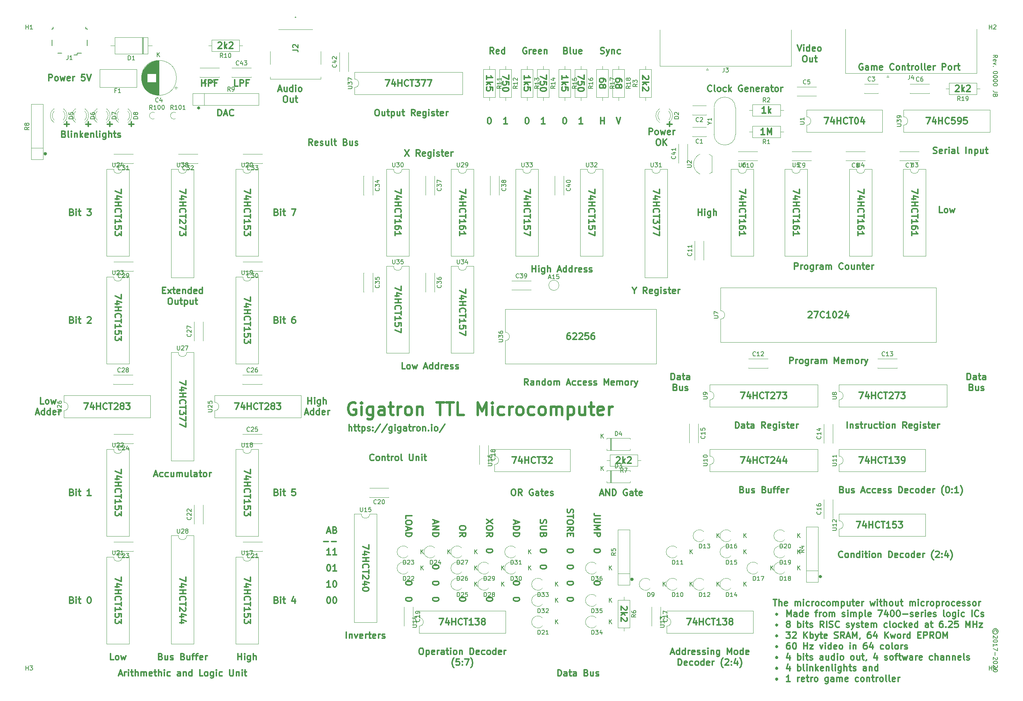
<source format=gbr>
%TF.GenerationSoftware,KiCad,Pcbnew,(5.1.6)-1*%
%TF.CreationDate,2020-07-16T21:59:03+01:00*%
%TF.ProjectId,Gigatron,47696761-7472-46f6-9e2e-6b696361645f,rev?*%
%TF.SameCoordinates,Original*%
%TF.FileFunction,Legend,Top*%
%TF.FilePolarity,Positive*%
%FSLAX46Y46*%
G04 Gerber Fmt 4.6, Leading zero omitted, Abs format (unit mm)*
G04 Created by KiCad (PCBNEW (5.1.6)-1) date 2020-07-16 21:59:03*
%MOMM*%
%LPD*%
G01*
G04 APERTURE LIST*
%ADD10C,0.300000*%
%ADD11C,0.200000*%
%ADD12C,0.600000*%
%ADD13C,0.150000*%
%ADD14C,0.120000*%
%ADD15C,0.100000*%
%ADD16C,0.254000*%
G04 APERTURE END LIST*
D10*
X210042142Y-152999285D02*
X210042142Y-153285000D01*
X210113571Y-153285000D02*
X210113571Y-152999285D01*
X210185000Y-152927857D02*
X210185000Y-153356428D01*
X210256428Y-153285000D02*
X210256428Y-152999285D01*
X210327857Y-152999285D02*
X210327857Y-153285000D01*
X210042142Y-153213571D02*
X210185000Y-153356428D01*
X210327857Y-153213571D01*
X210042142Y-153070714D02*
X210185000Y-152927857D01*
X210327857Y-153070714D01*
X210042142Y-152999285D02*
X210185000Y-152927857D01*
X210327857Y-152999285D01*
X210399285Y-153142142D01*
X210327857Y-153285000D01*
X210185000Y-153356428D01*
X210042142Y-153285000D01*
X209970714Y-153142142D01*
X210042142Y-152999285D01*
X165592142Y-153634285D02*
X165592142Y-153920000D01*
X165663571Y-153920000D02*
X165663571Y-153634285D01*
X165735000Y-153562857D02*
X165735000Y-153991428D01*
X165806428Y-153920000D02*
X165806428Y-153634285D01*
X165877857Y-153634285D02*
X165877857Y-153920000D01*
X165592142Y-153848571D02*
X165735000Y-153991428D01*
X165877857Y-153848571D01*
X165592142Y-153705714D02*
X165735000Y-153562857D01*
X165877857Y-153705714D01*
X165592142Y-153634285D02*
X165735000Y-153562857D01*
X165877857Y-153634285D01*
X165949285Y-153777142D01*
X165877857Y-153920000D01*
X165735000Y-153991428D01*
X165592142Y-153920000D01*
X165520714Y-153777142D01*
X165592142Y-153634285D01*
X27162142Y-53304285D02*
X27162142Y-53590000D01*
X27233571Y-53590000D02*
X27233571Y-53304285D01*
X27305000Y-53232857D02*
X27305000Y-53661428D01*
X27376428Y-53590000D02*
X27376428Y-53304285D01*
X27447857Y-53304285D02*
X27447857Y-53590000D01*
X27162142Y-53518571D02*
X27305000Y-53661428D01*
X27447857Y-53518571D01*
X27162142Y-53375714D02*
X27305000Y-53232857D01*
X27447857Y-53375714D01*
X27162142Y-53304285D02*
X27305000Y-53232857D01*
X27447857Y-53304285D01*
X27519285Y-53447142D01*
X27447857Y-53590000D01*
X27305000Y-53661428D01*
X27162142Y-53590000D01*
X27090714Y-53447142D01*
X27162142Y-53304285D01*
X63357142Y-42509285D02*
X63357142Y-42795000D01*
X63428571Y-42795000D02*
X63428571Y-42509285D01*
X63500000Y-42437857D02*
X63500000Y-42866428D01*
X63571428Y-42795000D02*
X63571428Y-42509285D01*
X63642857Y-42509285D02*
X63642857Y-42795000D01*
X63357142Y-42723571D02*
X63500000Y-42866428D01*
X63642857Y-42723571D01*
X63357142Y-42580714D02*
X63500000Y-42437857D01*
X63642857Y-42580714D01*
X63357142Y-42509285D02*
X63500000Y-42437857D01*
X63642857Y-42509285D01*
X63714285Y-42652142D01*
X63642857Y-42795000D01*
X63500000Y-42866428D01*
X63357142Y-42795000D01*
X63285714Y-42652142D01*
X63357142Y-42509285D01*
X113851428Y-158404285D02*
X113851428Y-158547142D01*
X113780000Y-158690000D01*
X113708571Y-158761428D01*
X113565714Y-158832857D01*
X113280000Y-158904285D01*
X112922857Y-158904285D01*
X112637142Y-158832857D01*
X112494285Y-158761428D01*
X112422857Y-158690000D01*
X112351428Y-158547142D01*
X112351428Y-158404285D01*
X112422857Y-158261428D01*
X112494285Y-158190000D01*
X112637142Y-158118571D01*
X112922857Y-158047142D01*
X113280000Y-158047142D01*
X113565714Y-158118571D01*
X113708571Y-158190000D01*
X113780000Y-158261428D01*
X113851428Y-158404285D01*
X113851428Y-154594285D02*
X113851428Y-154737142D01*
X113780000Y-154880000D01*
X113708571Y-154951428D01*
X113565714Y-155022857D01*
X113280000Y-155094285D01*
X112922857Y-155094285D01*
X112637142Y-155022857D01*
X112494285Y-154951428D01*
X112422857Y-154880000D01*
X112351428Y-154737142D01*
X112351428Y-154594285D01*
X112422857Y-154451428D01*
X112494285Y-154380000D01*
X112637142Y-154308571D01*
X112922857Y-154237142D01*
X113280000Y-154237142D01*
X113565714Y-154308571D01*
X113708571Y-154380000D01*
X113780000Y-154451428D01*
X113851428Y-154594285D01*
X132901428Y-146974285D02*
X132901428Y-147117142D01*
X132830000Y-147260000D01*
X132758571Y-147331428D01*
X132615714Y-147402857D01*
X132330000Y-147474285D01*
X131972857Y-147474285D01*
X131687142Y-147402857D01*
X131544285Y-147331428D01*
X131472857Y-147260000D01*
X131401428Y-147117142D01*
X131401428Y-146974285D01*
X131472857Y-146831428D01*
X131544285Y-146760000D01*
X131687142Y-146688571D01*
X131972857Y-146617142D01*
X132330000Y-146617142D01*
X132615714Y-146688571D01*
X132758571Y-146760000D01*
X132830000Y-146831428D01*
X132901428Y-146974285D01*
X120201428Y-150784285D02*
X120201428Y-150927142D01*
X120130000Y-151070000D01*
X120058571Y-151141428D01*
X119915714Y-151212857D01*
X119630000Y-151284285D01*
X119272857Y-151284285D01*
X118987142Y-151212857D01*
X118844285Y-151141428D01*
X118772857Y-151070000D01*
X118701428Y-150927142D01*
X118701428Y-150784285D01*
X118772857Y-150641428D01*
X118844285Y-150570000D01*
X118987142Y-150498571D01*
X119272857Y-150427142D01*
X119630000Y-150427142D01*
X119915714Y-150498571D01*
X120058571Y-150570000D01*
X120130000Y-150641428D01*
X120201428Y-150784285D01*
X120201428Y-154594285D02*
X120201428Y-154737142D01*
X120130000Y-154880000D01*
X120058571Y-154951428D01*
X119915714Y-155022857D01*
X119630000Y-155094285D01*
X119272857Y-155094285D01*
X118987142Y-155022857D01*
X118844285Y-154951428D01*
X118772857Y-154880000D01*
X118701428Y-154737142D01*
X118701428Y-154594285D01*
X118772857Y-154451428D01*
X118844285Y-154380000D01*
X118987142Y-154308571D01*
X119272857Y-154237142D01*
X119630000Y-154237142D01*
X119915714Y-154308571D01*
X120058571Y-154380000D01*
X120130000Y-154451428D01*
X120201428Y-154594285D01*
X120201428Y-158404285D02*
X120201428Y-158547142D01*
X120130000Y-158690000D01*
X120058571Y-158761428D01*
X119915714Y-158832857D01*
X119630000Y-158904285D01*
X119272857Y-158904285D01*
X118987142Y-158832857D01*
X118844285Y-158761428D01*
X118772857Y-158690000D01*
X118701428Y-158547142D01*
X118701428Y-158404285D01*
X118772857Y-158261428D01*
X118844285Y-158190000D01*
X118987142Y-158118571D01*
X119272857Y-158047142D01*
X119630000Y-158047142D01*
X119915714Y-158118571D01*
X120058571Y-158190000D01*
X120130000Y-158261428D01*
X120201428Y-158404285D01*
X126551428Y-158404285D02*
X126551428Y-158547142D01*
X126480000Y-158690000D01*
X126408571Y-158761428D01*
X126265714Y-158832857D01*
X125980000Y-158904285D01*
X125622857Y-158904285D01*
X125337142Y-158832857D01*
X125194285Y-158761428D01*
X125122857Y-158690000D01*
X125051428Y-158547142D01*
X125051428Y-158404285D01*
X125122857Y-158261428D01*
X125194285Y-158190000D01*
X125337142Y-158118571D01*
X125622857Y-158047142D01*
X125980000Y-158047142D01*
X126265714Y-158118571D01*
X126408571Y-158190000D01*
X126480000Y-158261428D01*
X126551428Y-158404285D01*
X132901428Y-158404285D02*
X132901428Y-158547142D01*
X132830000Y-158690000D01*
X132758571Y-158761428D01*
X132615714Y-158832857D01*
X132330000Y-158904285D01*
X131972857Y-158904285D01*
X131687142Y-158832857D01*
X131544285Y-158761428D01*
X131472857Y-158690000D01*
X131401428Y-158547142D01*
X131401428Y-158404285D01*
X131472857Y-158261428D01*
X131544285Y-158190000D01*
X131687142Y-158118571D01*
X131972857Y-158047142D01*
X132330000Y-158047142D01*
X132615714Y-158118571D01*
X132758571Y-158190000D01*
X132830000Y-158261428D01*
X132901428Y-158404285D01*
X151951428Y-158404285D02*
X151951428Y-158547142D01*
X151880000Y-158690000D01*
X151808571Y-158761428D01*
X151665714Y-158832857D01*
X151380000Y-158904285D01*
X151022857Y-158904285D01*
X150737142Y-158832857D01*
X150594285Y-158761428D01*
X150522857Y-158690000D01*
X150451428Y-158547142D01*
X150451428Y-158404285D01*
X150522857Y-158261428D01*
X150594285Y-158190000D01*
X150737142Y-158118571D01*
X151022857Y-158047142D01*
X151380000Y-158047142D01*
X151665714Y-158118571D01*
X151808571Y-158190000D01*
X151880000Y-158261428D01*
X151951428Y-158404285D01*
X139251428Y-158404285D02*
X139251428Y-158547142D01*
X139180000Y-158690000D01*
X139108571Y-158761428D01*
X138965714Y-158832857D01*
X138680000Y-158904285D01*
X138322857Y-158904285D01*
X138037142Y-158832857D01*
X137894285Y-158761428D01*
X137822857Y-158690000D01*
X137751428Y-158547142D01*
X137751428Y-158404285D01*
X137822857Y-158261428D01*
X137894285Y-158190000D01*
X138037142Y-158118571D01*
X138322857Y-158047142D01*
X138680000Y-158047142D01*
X138965714Y-158118571D01*
X139108571Y-158190000D01*
X139180000Y-158261428D01*
X139251428Y-158404285D01*
X139251428Y-154594285D02*
X139251428Y-154737142D01*
X139180000Y-154880000D01*
X139108571Y-154951428D01*
X138965714Y-155022857D01*
X138680000Y-155094285D01*
X138322857Y-155094285D01*
X138037142Y-155022857D01*
X137894285Y-154951428D01*
X137822857Y-154880000D01*
X137751428Y-154737142D01*
X137751428Y-154594285D01*
X137822857Y-154451428D01*
X137894285Y-154380000D01*
X138037142Y-154308571D01*
X138322857Y-154237142D01*
X138680000Y-154237142D01*
X138965714Y-154308571D01*
X139108571Y-154380000D01*
X139180000Y-154451428D01*
X139251428Y-154594285D01*
X158301428Y-146974285D02*
X158301428Y-147117142D01*
X158230000Y-147260000D01*
X158158571Y-147331428D01*
X158015714Y-147402857D01*
X157730000Y-147474285D01*
X157372857Y-147474285D01*
X157087142Y-147402857D01*
X156944285Y-147331428D01*
X156872857Y-147260000D01*
X156801428Y-147117142D01*
X156801428Y-146974285D01*
X156872857Y-146831428D01*
X156944285Y-146760000D01*
X157087142Y-146688571D01*
X157372857Y-146617142D01*
X157730000Y-146617142D01*
X158015714Y-146688571D01*
X158158571Y-146760000D01*
X158230000Y-146831428D01*
X158301428Y-146974285D01*
X158301428Y-154594285D02*
X158301428Y-154737142D01*
X158230000Y-154880000D01*
X158158571Y-154951428D01*
X158015714Y-155022857D01*
X157730000Y-155094285D01*
X157372857Y-155094285D01*
X157087142Y-155022857D01*
X156944285Y-154951428D01*
X156872857Y-154880000D01*
X156801428Y-154737142D01*
X156801428Y-154594285D01*
X156872857Y-154451428D01*
X156944285Y-154380000D01*
X157087142Y-154308571D01*
X157372857Y-154237142D01*
X157730000Y-154237142D01*
X158015714Y-154308571D01*
X158158571Y-154380000D01*
X158230000Y-154451428D01*
X158301428Y-154594285D01*
X151951428Y-154594285D02*
X151951428Y-154737142D01*
X151880000Y-154880000D01*
X151808571Y-154951428D01*
X151665714Y-155022857D01*
X151380000Y-155094285D01*
X151022857Y-155094285D01*
X150737142Y-155022857D01*
X150594285Y-154951428D01*
X150522857Y-154880000D01*
X150451428Y-154737142D01*
X150451428Y-154594285D01*
X150522857Y-154451428D01*
X150594285Y-154380000D01*
X150737142Y-154308571D01*
X151022857Y-154237142D01*
X151380000Y-154237142D01*
X151665714Y-154308571D01*
X151808571Y-154380000D01*
X151880000Y-154451428D01*
X151951428Y-154594285D01*
X151951428Y-150784285D02*
X151951428Y-150927142D01*
X151880000Y-151070000D01*
X151808571Y-151141428D01*
X151665714Y-151212857D01*
X151380000Y-151284285D01*
X151022857Y-151284285D01*
X150737142Y-151212857D01*
X150594285Y-151141428D01*
X150522857Y-151070000D01*
X150451428Y-150927142D01*
X150451428Y-150784285D01*
X150522857Y-150641428D01*
X150594285Y-150570000D01*
X150737142Y-150498571D01*
X151022857Y-150427142D01*
X151380000Y-150427142D01*
X151665714Y-150498571D01*
X151808571Y-150570000D01*
X151880000Y-150641428D01*
X151951428Y-150784285D01*
X151951428Y-146974285D02*
X151951428Y-147117142D01*
X151880000Y-147260000D01*
X151808571Y-147331428D01*
X151665714Y-147402857D01*
X151380000Y-147474285D01*
X151022857Y-147474285D01*
X150737142Y-147402857D01*
X150594285Y-147331428D01*
X150522857Y-147260000D01*
X150451428Y-147117142D01*
X150451428Y-146974285D01*
X150522857Y-146831428D01*
X150594285Y-146760000D01*
X150737142Y-146688571D01*
X151022857Y-146617142D01*
X151380000Y-146617142D01*
X151665714Y-146688571D01*
X151808571Y-146760000D01*
X151880000Y-146831428D01*
X151951428Y-146974285D01*
X145601428Y-150784285D02*
X145601428Y-150927142D01*
X145530000Y-151070000D01*
X145458571Y-151141428D01*
X145315714Y-151212857D01*
X145030000Y-151284285D01*
X144672857Y-151284285D01*
X144387142Y-151212857D01*
X144244285Y-151141428D01*
X144172857Y-151070000D01*
X144101428Y-150927142D01*
X144101428Y-150784285D01*
X144172857Y-150641428D01*
X144244285Y-150570000D01*
X144387142Y-150498571D01*
X144672857Y-150427142D01*
X145030000Y-150427142D01*
X145315714Y-150498571D01*
X145458571Y-150570000D01*
X145530000Y-150641428D01*
X145601428Y-150784285D01*
X145601428Y-146974285D02*
X145601428Y-147117142D01*
X145530000Y-147260000D01*
X145458571Y-147331428D01*
X145315714Y-147402857D01*
X145030000Y-147474285D01*
X144672857Y-147474285D01*
X144387142Y-147402857D01*
X144244285Y-147331428D01*
X144172857Y-147260000D01*
X144101428Y-147117142D01*
X144101428Y-146974285D01*
X144172857Y-146831428D01*
X144244285Y-146760000D01*
X144387142Y-146688571D01*
X144672857Y-146617142D01*
X145030000Y-146617142D01*
X145315714Y-146688571D01*
X145458571Y-146760000D01*
X145530000Y-146831428D01*
X145601428Y-146974285D01*
X93825000Y-142485000D02*
X94539285Y-142485000D01*
X93682142Y-142913571D02*
X94182142Y-141413571D01*
X94682142Y-142913571D01*
X95682142Y-142127857D02*
X95896428Y-142199285D01*
X95967857Y-142270714D01*
X96039285Y-142413571D01*
X96039285Y-142627857D01*
X95967857Y-142770714D01*
X95896428Y-142842142D01*
X95753571Y-142913571D01*
X95182142Y-142913571D01*
X95182142Y-141413571D01*
X95682142Y-141413571D01*
X95825000Y-141485000D01*
X95896428Y-141556428D01*
X95967857Y-141699285D01*
X95967857Y-141842142D01*
X95896428Y-141985000D01*
X95825000Y-142056428D01*
X95682142Y-142127857D01*
X95182142Y-142127857D01*
X92967857Y-144892142D02*
X94110714Y-144892142D01*
X94825000Y-144892142D02*
X95967857Y-144892142D01*
X94110714Y-157928571D02*
X94253571Y-157928571D01*
X94396428Y-158000000D01*
X94467857Y-158071428D01*
X94539285Y-158214285D01*
X94610714Y-158500000D01*
X94610714Y-158857142D01*
X94539285Y-159142857D01*
X94467857Y-159285714D01*
X94396428Y-159357142D01*
X94253571Y-159428571D01*
X94110714Y-159428571D01*
X93967857Y-159357142D01*
X93896428Y-159285714D01*
X93825000Y-159142857D01*
X93753571Y-158857142D01*
X93753571Y-158500000D01*
X93825000Y-158214285D01*
X93896428Y-158071428D01*
X93967857Y-158000000D01*
X94110714Y-157928571D01*
X95539285Y-157928571D02*
X95682142Y-157928571D01*
X95825000Y-158000000D01*
X95896428Y-158071428D01*
X95967857Y-158214285D01*
X96039285Y-158500000D01*
X96039285Y-158857142D01*
X95967857Y-159142857D01*
X95896428Y-159285714D01*
X95825000Y-159357142D01*
X95682142Y-159428571D01*
X95539285Y-159428571D01*
X95396428Y-159357142D01*
X95325000Y-159285714D01*
X95253571Y-159142857D01*
X95182142Y-158857142D01*
X95182142Y-158500000D01*
X95253571Y-158214285D01*
X95325000Y-158071428D01*
X95396428Y-158000000D01*
X95539285Y-157928571D01*
X94610714Y-155618571D02*
X93753571Y-155618571D01*
X94182142Y-155618571D02*
X94182142Y-154118571D01*
X94039285Y-154332857D01*
X93896428Y-154475714D01*
X93753571Y-154547142D01*
X95539285Y-154118571D02*
X95682142Y-154118571D01*
X95825000Y-154190000D01*
X95896428Y-154261428D01*
X95967857Y-154404285D01*
X96039285Y-154690000D01*
X96039285Y-155047142D01*
X95967857Y-155332857D01*
X95896428Y-155475714D01*
X95825000Y-155547142D01*
X95682142Y-155618571D01*
X95539285Y-155618571D01*
X95396428Y-155547142D01*
X95325000Y-155475714D01*
X95253571Y-155332857D01*
X95182142Y-155047142D01*
X95182142Y-154690000D01*
X95253571Y-154404285D01*
X95325000Y-154261428D01*
X95396428Y-154190000D01*
X95539285Y-154118571D01*
X94110714Y-150308571D02*
X94253571Y-150308571D01*
X94396428Y-150380000D01*
X94467857Y-150451428D01*
X94539285Y-150594285D01*
X94610714Y-150880000D01*
X94610714Y-151237142D01*
X94539285Y-151522857D01*
X94467857Y-151665714D01*
X94396428Y-151737142D01*
X94253571Y-151808571D01*
X94110714Y-151808571D01*
X93967857Y-151737142D01*
X93896428Y-151665714D01*
X93825000Y-151522857D01*
X93753571Y-151237142D01*
X93753571Y-150880000D01*
X93825000Y-150594285D01*
X93896428Y-150451428D01*
X93967857Y-150380000D01*
X94110714Y-150308571D01*
X96039285Y-151808571D02*
X95182142Y-151808571D01*
X95610714Y-151808571D02*
X95610714Y-150308571D01*
X95467857Y-150522857D01*
X95325000Y-150665714D01*
X95182142Y-150737142D01*
X94610714Y-147998571D02*
X93753571Y-147998571D01*
X94182142Y-147998571D02*
X94182142Y-146498571D01*
X94039285Y-146712857D01*
X93896428Y-146855714D01*
X93753571Y-146927142D01*
X96039285Y-147998571D02*
X95182142Y-147998571D01*
X95610714Y-147998571D02*
X95610714Y-146498571D01*
X95467857Y-146712857D01*
X95325000Y-146855714D01*
X95182142Y-146927142D01*
X26940000Y-112433571D02*
X26225714Y-112433571D01*
X26225714Y-110933571D01*
X27654285Y-112433571D02*
X27511428Y-112362142D01*
X27440000Y-112290714D01*
X27368571Y-112147857D01*
X27368571Y-111719285D01*
X27440000Y-111576428D01*
X27511428Y-111505000D01*
X27654285Y-111433571D01*
X27868571Y-111433571D01*
X28011428Y-111505000D01*
X28082857Y-111576428D01*
X28154285Y-111719285D01*
X28154285Y-112147857D01*
X28082857Y-112290714D01*
X28011428Y-112362142D01*
X27868571Y-112433571D01*
X27654285Y-112433571D01*
X28654285Y-111433571D02*
X28940000Y-112433571D01*
X29225714Y-111719285D01*
X29511428Y-112433571D01*
X29797142Y-111433571D01*
X25118571Y-114555000D02*
X25832857Y-114555000D01*
X24975714Y-114983571D02*
X25475714Y-113483571D01*
X25975714Y-114983571D01*
X27118571Y-114983571D02*
X27118571Y-113483571D01*
X27118571Y-114912142D02*
X26975714Y-114983571D01*
X26690000Y-114983571D01*
X26547142Y-114912142D01*
X26475714Y-114840714D01*
X26404285Y-114697857D01*
X26404285Y-114269285D01*
X26475714Y-114126428D01*
X26547142Y-114055000D01*
X26690000Y-113983571D01*
X26975714Y-113983571D01*
X27118571Y-114055000D01*
X28475714Y-114983571D02*
X28475714Y-113483571D01*
X28475714Y-114912142D02*
X28332857Y-114983571D01*
X28047142Y-114983571D01*
X27904285Y-114912142D01*
X27832857Y-114840714D01*
X27761428Y-114697857D01*
X27761428Y-114269285D01*
X27832857Y-114126428D01*
X27904285Y-114055000D01*
X28047142Y-113983571D01*
X28332857Y-113983571D01*
X28475714Y-114055000D01*
X29761428Y-114912142D02*
X29618571Y-114983571D01*
X29332857Y-114983571D01*
X29190000Y-114912142D01*
X29118571Y-114769285D01*
X29118571Y-114197857D01*
X29190000Y-114055000D01*
X29332857Y-113983571D01*
X29618571Y-113983571D01*
X29761428Y-114055000D01*
X29832857Y-114197857D01*
X29832857Y-114340714D01*
X29118571Y-114483571D01*
X30475714Y-114983571D02*
X30475714Y-113983571D01*
X30475714Y-114269285D02*
X30547142Y-114126428D01*
X30618571Y-114055000D01*
X30761428Y-113983571D01*
X30904285Y-113983571D01*
X89297142Y-112433571D02*
X89297142Y-110933571D01*
X89297142Y-111647857D02*
X90154285Y-111647857D01*
X90154285Y-112433571D02*
X90154285Y-110933571D01*
X90868571Y-112433571D02*
X90868571Y-111433571D01*
X90868571Y-110933571D02*
X90797142Y-111005000D01*
X90868571Y-111076428D01*
X90940000Y-111005000D01*
X90868571Y-110933571D01*
X90868571Y-111076428D01*
X92225714Y-111433571D02*
X92225714Y-112647857D01*
X92154285Y-112790714D01*
X92082857Y-112862142D01*
X91940000Y-112933571D01*
X91725714Y-112933571D01*
X91582857Y-112862142D01*
X92225714Y-112362142D02*
X92082857Y-112433571D01*
X91797142Y-112433571D01*
X91654285Y-112362142D01*
X91582857Y-112290714D01*
X91511428Y-112147857D01*
X91511428Y-111719285D01*
X91582857Y-111576428D01*
X91654285Y-111505000D01*
X91797142Y-111433571D01*
X92082857Y-111433571D01*
X92225714Y-111505000D01*
X92940000Y-112433571D02*
X92940000Y-110933571D01*
X93582857Y-112433571D02*
X93582857Y-111647857D01*
X93511428Y-111505000D01*
X93368571Y-111433571D01*
X93154285Y-111433571D01*
X93011428Y-111505000D01*
X92940000Y-111576428D01*
X88618571Y-114555000D02*
X89332857Y-114555000D01*
X88475714Y-114983571D02*
X88975714Y-113483571D01*
X89475714Y-114983571D01*
X90618571Y-114983571D02*
X90618571Y-113483571D01*
X90618571Y-114912142D02*
X90475714Y-114983571D01*
X90190000Y-114983571D01*
X90047142Y-114912142D01*
X89975714Y-114840714D01*
X89904285Y-114697857D01*
X89904285Y-114269285D01*
X89975714Y-114126428D01*
X90047142Y-114055000D01*
X90190000Y-113983571D01*
X90475714Y-113983571D01*
X90618571Y-114055000D01*
X91975714Y-114983571D02*
X91975714Y-113483571D01*
X91975714Y-114912142D02*
X91832857Y-114983571D01*
X91547142Y-114983571D01*
X91404285Y-114912142D01*
X91332857Y-114840714D01*
X91261428Y-114697857D01*
X91261428Y-114269285D01*
X91332857Y-114126428D01*
X91404285Y-114055000D01*
X91547142Y-113983571D01*
X91832857Y-113983571D01*
X91975714Y-114055000D01*
X93261428Y-114912142D02*
X93118571Y-114983571D01*
X92832857Y-114983571D01*
X92690000Y-114912142D01*
X92618571Y-114769285D01*
X92618571Y-114197857D01*
X92690000Y-114055000D01*
X92832857Y-113983571D01*
X93118571Y-113983571D01*
X93261428Y-114055000D01*
X93332857Y-114197857D01*
X93332857Y-114340714D01*
X92618571Y-114483571D01*
X93975714Y-114983571D02*
X93975714Y-113983571D01*
X93975714Y-114269285D02*
X94047142Y-114126428D01*
X94118571Y-114055000D01*
X94261428Y-113983571D01*
X94404285Y-113983571D01*
D11*
X251769523Y-166241190D02*
X251817142Y-166145952D01*
X251817142Y-165955476D01*
X251769523Y-165860238D01*
X251674285Y-165765000D01*
X251579047Y-165717380D01*
X251388571Y-165717380D01*
X251293333Y-165765000D01*
X251198095Y-165860238D01*
X251150476Y-165955476D01*
X251150476Y-166145952D01*
X251198095Y-166241190D01*
X252150476Y-166050714D02*
X252102857Y-165812619D01*
X251960000Y-165574523D01*
X251721904Y-165431666D01*
X251483809Y-165384047D01*
X251245714Y-165431666D01*
X251007619Y-165574523D01*
X250864761Y-165812619D01*
X250817142Y-166050714D01*
X250864761Y-166288809D01*
X251007619Y-166526904D01*
X251245714Y-166669761D01*
X251483809Y-166717380D01*
X251721904Y-166669761D01*
X251960000Y-166526904D01*
X252102857Y-166288809D01*
X252150476Y-166050714D01*
X251912380Y-167098333D02*
X251960000Y-167145952D01*
X252007619Y-167241190D01*
X252007619Y-167479285D01*
X251960000Y-167574523D01*
X251912380Y-167622142D01*
X251817142Y-167669761D01*
X251721904Y-167669761D01*
X251579047Y-167622142D01*
X251007619Y-167050714D01*
X251007619Y-167669761D01*
X252007619Y-168288809D02*
X252007619Y-168384047D01*
X251960000Y-168479285D01*
X251912380Y-168526904D01*
X251817142Y-168574523D01*
X251626666Y-168622142D01*
X251388571Y-168622142D01*
X251198095Y-168574523D01*
X251102857Y-168526904D01*
X251055238Y-168479285D01*
X251007619Y-168384047D01*
X251007619Y-168288809D01*
X251055238Y-168193571D01*
X251102857Y-168145952D01*
X251198095Y-168098333D01*
X251388571Y-168050714D01*
X251626666Y-168050714D01*
X251817142Y-168098333D01*
X251912380Y-168145952D01*
X251960000Y-168193571D01*
X252007619Y-168288809D01*
X251007619Y-169574523D02*
X251007619Y-169003095D01*
X251007619Y-169288809D02*
X252007619Y-169288809D01*
X251864761Y-169193571D01*
X251769523Y-169098333D01*
X251721904Y-169003095D01*
X252007619Y-169907857D02*
X252007619Y-170574523D01*
X251007619Y-170145952D01*
X251388571Y-170955476D02*
X251388571Y-171717380D01*
X251912380Y-172145952D02*
X251960000Y-172193571D01*
X252007619Y-172288809D01*
X252007619Y-172526904D01*
X251960000Y-172622142D01*
X251912380Y-172669761D01*
X251817142Y-172717380D01*
X251721904Y-172717380D01*
X251579047Y-172669761D01*
X251007619Y-172098333D01*
X251007619Y-172717380D01*
X252007619Y-173336428D02*
X252007619Y-173431666D01*
X251960000Y-173526904D01*
X251912380Y-173574523D01*
X251817142Y-173622142D01*
X251626666Y-173669761D01*
X251388571Y-173669761D01*
X251198095Y-173622142D01*
X251102857Y-173574523D01*
X251055238Y-173526904D01*
X251007619Y-173431666D01*
X251007619Y-173336428D01*
X251055238Y-173241190D01*
X251102857Y-173193571D01*
X251198095Y-173145952D01*
X251388571Y-173098333D01*
X251626666Y-173098333D01*
X251817142Y-173145952D01*
X251912380Y-173193571D01*
X251960000Y-173241190D01*
X252007619Y-173336428D01*
X251912380Y-174050714D02*
X251960000Y-174098333D01*
X252007619Y-174193571D01*
X252007619Y-174431666D01*
X251960000Y-174526904D01*
X251912380Y-174574523D01*
X251817142Y-174622142D01*
X251721904Y-174622142D01*
X251579047Y-174574523D01*
X251007619Y-174003095D01*
X251007619Y-174622142D01*
X252007619Y-175241190D02*
X252007619Y-175336428D01*
X251960000Y-175431666D01*
X251912380Y-175479285D01*
X251817142Y-175526904D01*
X251626666Y-175574523D01*
X251388571Y-175574523D01*
X251198095Y-175526904D01*
X251102857Y-175479285D01*
X251055238Y-175431666D01*
X251007619Y-175336428D01*
X251007619Y-175241190D01*
X251055238Y-175145952D01*
X251102857Y-175098333D01*
X251198095Y-175050714D01*
X251388571Y-175003095D01*
X251626666Y-175003095D01*
X251817142Y-175050714D01*
X251912380Y-175098333D01*
X251960000Y-175145952D01*
X252007619Y-175241190D01*
D10*
X239030000Y-67353571D02*
X238315714Y-67353571D01*
X238315714Y-65853571D01*
X239744285Y-67353571D02*
X239601428Y-67282142D01*
X239530000Y-67210714D01*
X239458571Y-67067857D01*
X239458571Y-66639285D01*
X239530000Y-66496428D01*
X239601428Y-66425000D01*
X239744285Y-66353571D01*
X239958571Y-66353571D01*
X240101428Y-66425000D01*
X240172857Y-66496428D01*
X240244285Y-66639285D01*
X240244285Y-67067857D01*
X240172857Y-67210714D01*
X240101428Y-67282142D01*
X239958571Y-67353571D01*
X239744285Y-67353571D01*
X240744285Y-66353571D02*
X241030000Y-67353571D01*
X241315714Y-66639285D01*
X241601428Y-67353571D01*
X241887142Y-66353571D01*
X181372142Y-67988571D02*
X181372142Y-66488571D01*
X181372142Y-67202857D02*
X182229285Y-67202857D01*
X182229285Y-67988571D02*
X182229285Y-66488571D01*
X182943571Y-67988571D02*
X182943571Y-66988571D01*
X182943571Y-66488571D02*
X182872142Y-66560000D01*
X182943571Y-66631428D01*
X183015000Y-66560000D01*
X182943571Y-66488571D01*
X182943571Y-66631428D01*
X184300714Y-66988571D02*
X184300714Y-68202857D01*
X184229285Y-68345714D01*
X184157857Y-68417142D01*
X184015000Y-68488571D01*
X183800714Y-68488571D01*
X183657857Y-68417142D01*
X184300714Y-67917142D02*
X184157857Y-67988571D01*
X183872142Y-67988571D01*
X183729285Y-67917142D01*
X183657857Y-67845714D01*
X183586428Y-67702857D01*
X183586428Y-67274285D01*
X183657857Y-67131428D01*
X183729285Y-67060000D01*
X183872142Y-66988571D01*
X184157857Y-66988571D01*
X184300714Y-67060000D01*
X185015000Y-67988571D02*
X185015000Y-66488571D01*
X185657857Y-67988571D02*
X185657857Y-67202857D01*
X185586428Y-67060000D01*
X185443571Y-66988571D01*
X185229285Y-66988571D01*
X185086428Y-67060000D01*
X185015000Y-67131428D01*
X68064285Y-44493571D02*
X68064285Y-42993571D01*
X68421428Y-42993571D01*
X68635714Y-43065000D01*
X68778571Y-43207857D01*
X68850000Y-43350714D01*
X68921428Y-43636428D01*
X68921428Y-43850714D01*
X68850000Y-44136428D01*
X68778571Y-44279285D01*
X68635714Y-44422142D01*
X68421428Y-44493571D01*
X68064285Y-44493571D01*
X69492857Y-44065000D02*
X70207142Y-44065000D01*
X69350000Y-44493571D02*
X69850000Y-42993571D01*
X70350000Y-44493571D01*
X71707142Y-44350714D02*
X71635714Y-44422142D01*
X71421428Y-44493571D01*
X71278571Y-44493571D01*
X71064285Y-44422142D01*
X70921428Y-44279285D01*
X70850000Y-44136428D01*
X70778571Y-43850714D01*
X70778571Y-43636428D01*
X70850000Y-43350714D01*
X70921428Y-43207857D01*
X71064285Y-43065000D01*
X71278571Y-42993571D01*
X71421428Y-42993571D01*
X71635714Y-43065000D01*
X71707142Y-43136428D01*
X72731428Y-37508571D02*
X72017142Y-37508571D01*
X72017142Y-36008571D01*
X73231428Y-37508571D02*
X73231428Y-36008571D01*
X73802857Y-36008571D01*
X73945714Y-36080000D01*
X74017142Y-36151428D01*
X74088571Y-36294285D01*
X74088571Y-36508571D01*
X74017142Y-36651428D01*
X73945714Y-36722857D01*
X73802857Y-36794285D01*
X73231428Y-36794285D01*
X75231428Y-36722857D02*
X74731428Y-36722857D01*
X74731428Y-37508571D02*
X74731428Y-36008571D01*
X75445714Y-36008571D01*
X64218571Y-37508571D02*
X64218571Y-36008571D01*
X64218571Y-36722857D02*
X65075714Y-36722857D01*
X65075714Y-37508571D02*
X65075714Y-36008571D01*
X65790000Y-37508571D02*
X65790000Y-36008571D01*
X66361428Y-36008571D01*
X66504285Y-36080000D01*
X66575714Y-36151428D01*
X66647142Y-36294285D01*
X66647142Y-36508571D01*
X66575714Y-36651428D01*
X66504285Y-36722857D01*
X66361428Y-36794285D01*
X65790000Y-36794285D01*
X67790000Y-36722857D02*
X67290000Y-36722857D01*
X67290000Y-37508571D02*
X67290000Y-36008571D01*
X68004285Y-36008571D01*
X242090000Y-37421428D02*
X242161428Y-37350000D01*
X242304285Y-37278571D01*
X242661428Y-37278571D01*
X242804285Y-37350000D01*
X242875714Y-37421428D01*
X242947142Y-37564285D01*
X242947142Y-37707142D01*
X242875714Y-37921428D01*
X242018571Y-38778571D01*
X242947142Y-38778571D01*
X243590000Y-38778571D02*
X243590000Y-37278571D01*
X243732857Y-38207142D02*
X244161428Y-38778571D01*
X244161428Y-37778571D02*
X243590000Y-38350000D01*
X244732857Y-37421428D02*
X244804285Y-37350000D01*
X244947142Y-37278571D01*
X245304285Y-37278571D01*
X245447142Y-37350000D01*
X245518571Y-37421428D01*
X245590000Y-37564285D01*
X245590000Y-37707142D01*
X245518571Y-37921428D01*
X244661428Y-38778571D01*
X245590000Y-38778571D01*
X68100000Y-27261428D02*
X68171428Y-27190000D01*
X68314285Y-27118571D01*
X68671428Y-27118571D01*
X68814285Y-27190000D01*
X68885714Y-27261428D01*
X68957142Y-27404285D01*
X68957142Y-27547142D01*
X68885714Y-27761428D01*
X68028571Y-28618571D01*
X68957142Y-28618571D01*
X69600000Y-28618571D02*
X69600000Y-27118571D01*
X69742857Y-28047142D02*
X70171428Y-28618571D01*
X70171428Y-27618571D02*
X69600000Y-28190000D01*
X70742857Y-27261428D02*
X70814285Y-27190000D01*
X70957142Y-27118571D01*
X71314285Y-27118571D01*
X71457142Y-27190000D01*
X71528571Y-27261428D01*
X71600000Y-27404285D01*
X71600000Y-27547142D01*
X71528571Y-27761428D01*
X70671428Y-28618571D01*
X71600000Y-28618571D01*
X164508571Y-160175000D02*
X164580000Y-160246428D01*
X164651428Y-160389285D01*
X164651428Y-160746428D01*
X164580000Y-160889285D01*
X164508571Y-160960714D01*
X164365714Y-161032142D01*
X164222857Y-161032142D01*
X164008571Y-160960714D01*
X163151428Y-160103571D01*
X163151428Y-161032142D01*
X163151428Y-161675000D02*
X164651428Y-161675000D01*
X163722857Y-161817857D02*
X163151428Y-162246428D01*
X164151428Y-162246428D02*
X163580000Y-161675000D01*
X164508571Y-162817857D02*
X164580000Y-162889285D01*
X164651428Y-163032142D01*
X164651428Y-163389285D01*
X164580000Y-163532142D01*
X164508571Y-163603571D01*
X164365714Y-163675000D01*
X164222857Y-163675000D01*
X164008571Y-163603571D01*
X163151428Y-162746428D01*
X163151428Y-163675000D01*
X162080000Y-125051428D02*
X162151428Y-124980000D01*
X162294285Y-124908571D01*
X162651428Y-124908571D01*
X162794285Y-124980000D01*
X162865714Y-125051428D01*
X162937142Y-125194285D01*
X162937142Y-125337142D01*
X162865714Y-125551428D01*
X162008571Y-126408571D01*
X162937142Y-126408571D01*
X163580000Y-126408571D02*
X163580000Y-124908571D01*
X163722857Y-125837142D02*
X164151428Y-126408571D01*
X164151428Y-125408571D02*
X163580000Y-125980000D01*
X164722857Y-125051428D02*
X164794285Y-124980000D01*
X164937142Y-124908571D01*
X165294285Y-124908571D01*
X165437142Y-124980000D01*
X165508571Y-125051428D01*
X165580000Y-125194285D01*
X165580000Y-125337142D01*
X165508571Y-125551428D01*
X164651428Y-126408571D01*
X165580000Y-126408571D01*
X47053571Y-46462142D02*
X48196428Y-46462142D01*
X47625000Y-47033571D02*
X47625000Y-45890714D01*
X41973571Y-46462142D02*
X43116428Y-46462142D01*
X42545000Y-47033571D02*
X42545000Y-45890714D01*
X36893571Y-46462142D02*
X38036428Y-46462142D01*
X37465000Y-47033571D02*
X37465000Y-45890714D01*
X31813571Y-46462142D02*
X32956428Y-46462142D01*
X32385000Y-47033571D02*
X32385000Y-45890714D01*
X174053571Y-46462142D02*
X175196428Y-46462142D01*
X174625000Y-47033571D02*
X174625000Y-45890714D01*
X197306428Y-43858571D02*
X196449285Y-43858571D01*
X196877857Y-43858571D02*
X196877857Y-42358571D01*
X196735000Y-42572857D01*
X196592142Y-42715714D01*
X196449285Y-42787142D01*
X197949285Y-43858571D02*
X197949285Y-42358571D01*
X198092142Y-43287142D02*
X198520714Y-43858571D01*
X198520714Y-42858571D02*
X197949285Y-43430000D01*
X197056428Y-48938571D02*
X196199285Y-48938571D01*
X196627857Y-48938571D02*
X196627857Y-47438571D01*
X196485000Y-47652857D01*
X196342142Y-47795714D01*
X196199285Y-47867142D01*
X197699285Y-48938571D02*
X197699285Y-47438571D01*
X198199285Y-48510000D01*
X198699285Y-47438571D01*
X198699285Y-48938571D01*
X169588571Y-35080000D02*
X169660000Y-35151428D01*
X169731428Y-35294285D01*
X169731428Y-35651428D01*
X169660000Y-35794285D01*
X169588571Y-35865714D01*
X169445714Y-35937142D01*
X169302857Y-35937142D01*
X169088571Y-35865714D01*
X168231428Y-35008571D01*
X168231428Y-35937142D01*
X168231428Y-36580000D02*
X169731428Y-36580000D01*
X168802857Y-36722857D02*
X168231428Y-37151428D01*
X169231428Y-37151428D02*
X168660000Y-36580000D01*
X169588571Y-37722857D02*
X169660000Y-37794285D01*
X169731428Y-37937142D01*
X169731428Y-38294285D01*
X169660000Y-38437142D01*
X169588571Y-38508571D01*
X169445714Y-38580000D01*
X169302857Y-38580000D01*
X169088571Y-38508571D01*
X168231428Y-37651428D01*
X168231428Y-38580000D01*
X137490000Y-124908571D02*
X138490000Y-124908571D01*
X137847142Y-126408571D01*
X139704285Y-125408571D02*
X139704285Y-126408571D01*
X139347142Y-124837142D02*
X138990000Y-125908571D01*
X139918571Y-125908571D01*
X140490000Y-126408571D02*
X140490000Y-124908571D01*
X140490000Y-125622857D02*
X141347142Y-125622857D01*
X141347142Y-126408571D02*
X141347142Y-124908571D01*
X142918571Y-126265714D02*
X142847142Y-126337142D01*
X142632857Y-126408571D01*
X142490000Y-126408571D01*
X142275714Y-126337142D01*
X142132857Y-126194285D01*
X142061428Y-126051428D01*
X141990000Y-125765714D01*
X141990000Y-125551428D01*
X142061428Y-125265714D01*
X142132857Y-125122857D01*
X142275714Y-124980000D01*
X142490000Y-124908571D01*
X142632857Y-124908571D01*
X142847142Y-124980000D01*
X142918571Y-125051428D01*
X143347142Y-124908571D02*
X144204285Y-124908571D01*
X143775714Y-126408571D02*
X143775714Y-124908571D01*
X144561428Y-124908571D02*
X145490000Y-124908571D01*
X144990000Y-125480000D01*
X145204285Y-125480000D01*
X145347142Y-125551428D01*
X145418571Y-125622857D01*
X145490000Y-125765714D01*
X145490000Y-126122857D01*
X145418571Y-126265714D01*
X145347142Y-126337142D01*
X145204285Y-126408571D01*
X144775714Y-126408571D01*
X144632857Y-126337142D01*
X144561428Y-126265714D01*
X146061428Y-125051428D02*
X146132857Y-124980000D01*
X146275714Y-124908571D01*
X146632857Y-124908571D01*
X146775714Y-124980000D01*
X146847142Y-125051428D01*
X146918571Y-125194285D01*
X146918571Y-125337142D01*
X146847142Y-125551428D01*
X145990000Y-126408571D01*
X146918571Y-126408571D01*
X211150000Y-44898571D02*
X212150000Y-44898571D01*
X211507142Y-46398571D01*
X213364285Y-45398571D02*
X213364285Y-46398571D01*
X213007142Y-44827142D02*
X212650000Y-45898571D01*
X213578571Y-45898571D01*
X214150000Y-46398571D02*
X214150000Y-44898571D01*
X214150000Y-45612857D02*
X215007142Y-45612857D01*
X215007142Y-46398571D02*
X215007142Y-44898571D01*
X216578571Y-46255714D02*
X216507142Y-46327142D01*
X216292857Y-46398571D01*
X216150000Y-46398571D01*
X215935714Y-46327142D01*
X215792857Y-46184285D01*
X215721428Y-46041428D01*
X215650000Y-45755714D01*
X215650000Y-45541428D01*
X215721428Y-45255714D01*
X215792857Y-45112857D01*
X215935714Y-44970000D01*
X216150000Y-44898571D01*
X216292857Y-44898571D01*
X216507142Y-44970000D01*
X216578571Y-45041428D01*
X217007142Y-44898571D02*
X217864285Y-44898571D01*
X217435714Y-46398571D02*
X217435714Y-44898571D01*
X218650000Y-44898571D02*
X218792857Y-44898571D01*
X218935714Y-44970000D01*
X219007142Y-45041428D01*
X219078571Y-45184285D01*
X219150000Y-45470000D01*
X219150000Y-45827142D01*
X219078571Y-46112857D01*
X219007142Y-46255714D01*
X218935714Y-46327142D01*
X218792857Y-46398571D01*
X218650000Y-46398571D01*
X218507142Y-46327142D01*
X218435714Y-46255714D01*
X218364285Y-46112857D01*
X218292857Y-45827142D01*
X218292857Y-45470000D01*
X218364285Y-45184285D01*
X218435714Y-45041428D01*
X218507142Y-44970000D01*
X218650000Y-44898571D01*
X220435714Y-45398571D02*
X220435714Y-46398571D01*
X220078571Y-44827142D02*
X219721428Y-45898571D01*
X220650000Y-45898571D01*
X235137142Y-44898571D02*
X236137142Y-44898571D01*
X235494285Y-46398571D01*
X237351428Y-45398571D02*
X237351428Y-46398571D01*
X236994285Y-44827142D02*
X236637142Y-45898571D01*
X237565714Y-45898571D01*
X238137142Y-46398571D02*
X238137142Y-44898571D01*
X238137142Y-45612857D02*
X238994285Y-45612857D01*
X238994285Y-46398571D02*
X238994285Y-44898571D01*
X240565714Y-46255714D02*
X240494285Y-46327142D01*
X240280000Y-46398571D01*
X240137142Y-46398571D01*
X239922857Y-46327142D01*
X239780000Y-46184285D01*
X239708571Y-46041428D01*
X239637142Y-45755714D01*
X239637142Y-45541428D01*
X239708571Y-45255714D01*
X239780000Y-45112857D01*
X239922857Y-44970000D01*
X240137142Y-44898571D01*
X240280000Y-44898571D01*
X240494285Y-44970000D01*
X240565714Y-45041428D01*
X241922857Y-44898571D02*
X241208571Y-44898571D01*
X241137142Y-45612857D01*
X241208571Y-45541428D01*
X241351428Y-45470000D01*
X241708571Y-45470000D01*
X241851428Y-45541428D01*
X241922857Y-45612857D01*
X241994285Y-45755714D01*
X241994285Y-46112857D01*
X241922857Y-46255714D01*
X241851428Y-46327142D01*
X241708571Y-46398571D01*
X241351428Y-46398571D01*
X241208571Y-46327142D01*
X241137142Y-46255714D01*
X242708571Y-46398571D02*
X242994285Y-46398571D01*
X243137142Y-46327142D01*
X243208571Y-46255714D01*
X243351428Y-46041428D01*
X243422857Y-45755714D01*
X243422857Y-45184285D01*
X243351428Y-45041428D01*
X243280000Y-44970000D01*
X243137142Y-44898571D01*
X242851428Y-44898571D01*
X242708571Y-44970000D01*
X242637142Y-45041428D01*
X242565714Y-45184285D01*
X242565714Y-45541428D01*
X242637142Y-45684285D01*
X242708571Y-45755714D01*
X242851428Y-45827142D01*
X243137142Y-45827142D01*
X243280000Y-45755714D01*
X243351428Y-45684285D01*
X243422857Y-45541428D01*
X244780000Y-44898571D02*
X244065714Y-44898571D01*
X243994285Y-45612857D01*
X244065714Y-45541428D01*
X244208571Y-45470000D01*
X244565714Y-45470000D01*
X244708571Y-45541428D01*
X244780000Y-45612857D01*
X244851428Y-45755714D01*
X244851428Y-46112857D01*
X244780000Y-46255714D01*
X244708571Y-46327142D01*
X244565714Y-46398571D01*
X244208571Y-46398571D01*
X244065714Y-46327142D01*
X243994285Y-46255714D01*
X233231428Y-61845714D02*
X233231428Y-62845714D01*
X231731428Y-62202857D01*
X232731428Y-64060000D02*
X231731428Y-64060000D01*
X233302857Y-63702857D02*
X232231428Y-63345714D01*
X232231428Y-64274285D01*
X231731428Y-64845714D02*
X233231428Y-64845714D01*
X232517142Y-64845714D02*
X232517142Y-65702857D01*
X231731428Y-65702857D02*
X233231428Y-65702857D01*
X231874285Y-67274285D02*
X231802857Y-67202857D01*
X231731428Y-66988571D01*
X231731428Y-66845714D01*
X231802857Y-66631428D01*
X231945714Y-66488571D01*
X232088571Y-66417142D01*
X232374285Y-66345714D01*
X232588571Y-66345714D01*
X232874285Y-66417142D01*
X233017142Y-66488571D01*
X233160000Y-66631428D01*
X233231428Y-66845714D01*
X233231428Y-66988571D01*
X233160000Y-67202857D01*
X233088571Y-67274285D01*
X233231428Y-67702857D02*
X233231428Y-68560000D01*
X231731428Y-68131428D02*
X233231428Y-68131428D01*
X231731428Y-69845714D02*
X231731428Y-68988571D01*
X231731428Y-69417142D02*
X233231428Y-69417142D01*
X233017142Y-69274285D01*
X232874285Y-69131428D01*
X232802857Y-68988571D01*
X233231428Y-71131428D02*
X233231428Y-70845714D01*
X233160000Y-70702857D01*
X233088571Y-70631428D01*
X232874285Y-70488571D01*
X232588571Y-70417142D01*
X232017142Y-70417142D01*
X231874285Y-70488571D01*
X231802857Y-70560000D01*
X231731428Y-70702857D01*
X231731428Y-70988571D01*
X231802857Y-71131428D01*
X231874285Y-71202857D01*
X232017142Y-71274285D01*
X232374285Y-71274285D01*
X232517142Y-71202857D01*
X232588571Y-71131428D01*
X232660000Y-70988571D01*
X232660000Y-70702857D01*
X232588571Y-70560000D01*
X232517142Y-70488571D01*
X232374285Y-70417142D01*
X231731428Y-72702857D02*
X231731428Y-71845714D01*
X231731428Y-72274285D02*
X233231428Y-72274285D01*
X233017142Y-72131428D01*
X232874285Y-71988571D01*
X232802857Y-71845714D01*
X220531428Y-61845714D02*
X220531428Y-62845714D01*
X219031428Y-62202857D01*
X220031428Y-64060000D02*
X219031428Y-64060000D01*
X220602857Y-63702857D02*
X219531428Y-63345714D01*
X219531428Y-64274285D01*
X219031428Y-64845714D02*
X220531428Y-64845714D01*
X219817142Y-64845714D02*
X219817142Y-65702857D01*
X219031428Y-65702857D02*
X220531428Y-65702857D01*
X219174285Y-67274285D02*
X219102857Y-67202857D01*
X219031428Y-66988571D01*
X219031428Y-66845714D01*
X219102857Y-66631428D01*
X219245714Y-66488571D01*
X219388571Y-66417142D01*
X219674285Y-66345714D01*
X219888571Y-66345714D01*
X220174285Y-66417142D01*
X220317142Y-66488571D01*
X220460000Y-66631428D01*
X220531428Y-66845714D01*
X220531428Y-66988571D01*
X220460000Y-67202857D01*
X220388571Y-67274285D01*
X220531428Y-67702857D02*
X220531428Y-68560000D01*
X219031428Y-68131428D02*
X220531428Y-68131428D01*
X219031428Y-69845714D02*
X219031428Y-68988571D01*
X219031428Y-69417142D02*
X220531428Y-69417142D01*
X220317142Y-69274285D01*
X220174285Y-69131428D01*
X220102857Y-68988571D01*
X220531428Y-71131428D02*
X220531428Y-70845714D01*
X220460000Y-70702857D01*
X220388571Y-70631428D01*
X220174285Y-70488571D01*
X219888571Y-70417142D01*
X219317142Y-70417142D01*
X219174285Y-70488571D01*
X219102857Y-70560000D01*
X219031428Y-70702857D01*
X219031428Y-70988571D01*
X219102857Y-71131428D01*
X219174285Y-71202857D01*
X219317142Y-71274285D01*
X219674285Y-71274285D01*
X219817142Y-71202857D01*
X219888571Y-71131428D01*
X219960000Y-70988571D01*
X219960000Y-70702857D01*
X219888571Y-70560000D01*
X219817142Y-70488571D01*
X219674285Y-70417142D01*
X219031428Y-72702857D02*
X219031428Y-71845714D01*
X219031428Y-72274285D02*
X220531428Y-72274285D01*
X220317142Y-72131428D01*
X220174285Y-71988571D01*
X220102857Y-71845714D01*
X205291428Y-61845714D02*
X205291428Y-62845714D01*
X203791428Y-62202857D01*
X204791428Y-64060000D02*
X203791428Y-64060000D01*
X205362857Y-63702857D02*
X204291428Y-63345714D01*
X204291428Y-64274285D01*
X203791428Y-64845714D02*
X205291428Y-64845714D01*
X204577142Y-64845714D02*
X204577142Y-65702857D01*
X203791428Y-65702857D02*
X205291428Y-65702857D01*
X203934285Y-67274285D02*
X203862857Y-67202857D01*
X203791428Y-66988571D01*
X203791428Y-66845714D01*
X203862857Y-66631428D01*
X204005714Y-66488571D01*
X204148571Y-66417142D01*
X204434285Y-66345714D01*
X204648571Y-66345714D01*
X204934285Y-66417142D01*
X205077142Y-66488571D01*
X205220000Y-66631428D01*
X205291428Y-66845714D01*
X205291428Y-66988571D01*
X205220000Y-67202857D01*
X205148571Y-67274285D01*
X205291428Y-67702857D02*
X205291428Y-68560000D01*
X203791428Y-68131428D02*
X205291428Y-68131428D01*
X203791428Y-69845714D02*
X203791428Y-68988571D01*
X203791428Y-69417142D02*
X205291428Y-69417142D01*
X205077142Y-69274285D01*
X204934285Y-69131428D01*
X204862857Y-68988571D01*
X205291428Y-71131428D02*
X205291428Y-70845714D01*
X205220000Y-70702857D01*
X205148571Y-70631428D01*
X204934285Y-70488571D01*
X204648571Y-70417142D01*
X204077142Y-70417142D01*
X203934285Y-70488571D01*
X203862857Y-70560000D01*
X203791428Y-70702857D01*
X203791428Y-70988571D01*
X203862857Y-71131428D01*
X203934285Y-71202857D01*
X204077142Y-71274285D01*
X204434285Y-71274285D01*
X204577142Y-71202857D01*
X204648571Y-71131428D01*
X204720000Y-70988571D01*
X204720000Y-70702857D01*
X204648571Y-70560000D01*
X204577142Y-70488571D01*
X204434285Y-70417142D01*
X203791428Y-72702857D02*
X203791428Y-71845714D01*
X203791428Y-72274285D02*
X205291428Y-72274285D01*
X205077142Y-72131428D01*
X204934285Y-71988571D01*
X204862857Y-71845714D01*
X192591428Y-61845714D02*
X192591428Y-62845714D01*
X191091428Y-62202857D01*
X192091428Y-64060000D02*
X191091428Y-64060000D01*
X192662857Y-63702857D02*
X191591428Y-63345714D01*
X191591428Y-64274285D01*
X191091428Y-64845714D02*
X192591428Y-64845714D01*
X191877142Y-64845714D02*
X191877142Y-65702857D01*
X191091428Y-65702857D02*
X192591428Y-65702857D01*
X191234285Y-67274285D02*
X191162857Y-67202857D01*
X191091428Y-66988571D01*
X191091428Y-66845714D01*
X191162857Y-66631428D01*
X191305714Y-66488571D01*
X191448571Y-66417142D01*
X191734285Y-66345714D01*
X191948571Y-66345714D01*
X192234285Y-66417142D01*
X192377142Y-66488571D01*
X192520000Y-66631428D01*
X192591428Y-66845714D01*
X192591428Y-66988571D01*
X192520000Y-67202857D01*
X192448571Y-67274285D01*
X192591428Y-67702857D02*
X192591428Y-68560000D01*
X191091428Y-68131428D02*
X192591428Y-68131428D01*
X191091428Y-69845714D02*
X191091428Y-68988571D01*
X191091428Y-69417142D02*
X192591428Y-69417142D01*
X192377142Y-69274285D01*
X192234285Y-69131428D01*
X192162857Y-68988571D01*
X192591428Y-71131428D02*
X192591428Y-70845714D01*
X192520000Y-70702857D01*
X192448571Y-70631428D01*
X192234285Y-70488571D01*
X191948571Y-70417142D01*
X191377142Y-70417142D01*
X191234285Y-70488571D01*
X191162857Y-70560000D01*
X191091428Y-70702857D01*
X191091428Y-70988571D01*
X191162857Y-71131428D01*
X191234285Y-71202857D01*
X191377142Y-71274285D01*
X191734285Y-71274285D01*
X191877142Y-71202857D01*
X191948571Y-71131428D01*
X192020000Y-70988571D01*
X192020000Y-70702857D01*
X191948571Y-70560000D01*
X191877142Y-70488571D01*
X191734285Y-70417142D01*
X191091428Y-72702857D02*
X191091428Y-71845714D01*
X191091428Y-72274285D02*
X192591428Y-72274285D01*
X192377142Y-72131428D01*
X192234285Y-71988571D01*
X192162857Y-71845714D01*
X172271428Y-61845714D02*
X172271428Y-62845714D01*
X170771428Y-62202857D01*
X171771428Y-64060000D02*
X170771428Y-64060000D01*
X172342857Y-63702857D02*
X171271428Y-63345714D01*
X171271428Y-64274285D01*
X170771428Y-64845714D02*
X172271428Y-64845714D01*
X171557142Y-64845714D02*
X171557142Y-65702857D01*
X170771428Y-65702857D02*
X172271428Y-65702857D01*
X170914285Y-67274285D02*
X170842857Y-67202857D01*
X170771428Y-66988571D01*
X170771428Y-66845714D01*
X170842857Y-66631428D01*
X170985714Y-66488571D01*
X171128571Y-66417142D01*
X171414285Y-66345714D01*
X171628571Y-66345714D01*
X171914285Y-66417142D01*
X172057142Y-66488571D01*
X172200000Y-66631428D01*
X172271428Y-66845714D01*
X172271428Y-66988571D01*
X172200000Y-67202857D01*
X172128571Y-67274285D01*
X172271428Y-67702857D02*
X172271428Y-68560000D01*
X170771428Y-68131428D02*
X172271428Y-68131428D01*
X172271428Y-68917142D02*
X172271428Y-69845714D01*
X171700000Y-69345714D01*
X171700000Y-69560000D01*
X171628571Y-69702857D01*
X171557142Y-69774285D01*
X171414285Y-69845714D01*
X171057142Y-69845714D01*
X170914285Y-69774285D01*
X170842857Y-69702857D01*
X170771428Y-69560000D01*
X170771428Y-69131428D01*
X170842857Y-68988571D01*
X170914285Y-68917142D01*
X172271428Y-70345714D02*
X172271428Y-71345714D01*
X170771428Y-70702857D01*
X172271428Y-71774285D02*
X172271428Y-72774285D01*
X170771428Y-72131428D01*
X151098571Y-95698571D02*
X150812857Y-95698571D01*
X150670000Y-95770000D01*
X150598571Y-95841428D01*
X150455714Y-96055714D01*
X150384285Y-96341428D01*
X150384285Y-96912857D01*
X150455714Y-97055714D01*
X150527142Y-97127142D01*
X150670000Y-97198571D01*
X150955714Y-97198571D01*
X151098571Y-97127142D01*
X151170000Y-97055714D01*
X151241428Y-96912857D01*
X151241428Y-96555714D01*
X151170000Y-96412857D01*
X151098571Y-96341428D01*
X150955714Y-96270000D01*
X150670000Y-96270000D01*
X150527142Y-96341428D01*
X150455714Y-96412857D01*
X150384285Y-96555714D01*
X151812857Y-95841428D02*
X151884285Y-95770000D01*
X152027142Y-95698571D01*
X152384285Y-95698571D01*
X152527142Y-95770000D01*
X152598571Y-95841428D01*
X152670000Y-95984285D01*
X152670000Y-96127142D01*
X152598571Y-96341428D01*
X151741428Y-97198571D01*
X152670000Y-97198571D01*
X153241428Y-95841428D02*
X153312857Y-95770000D01*
X153455714Y-95698571D01*
X153812857Y-95698571D01*
X153955714Y-95770000D01*
X154027142Y-95841428D01*
X154098571Y-95984285D01*
X154098571Y-96127142D01*
X154027142Y-96341428D01*
X153170000Y-97198571D01*
X154098571Y-97198571D01*
X155455714Y-95698571D02*
X154741428Y-95698571D01*
X154670000Y-96412857D01*
X154741428Y-96341428D01*
X154884285Y-96270000D01*
X155241428Y-96270000D01*
X155384285Y-96341428D01*
X155455714Y-96412857D01*
X155527142Y-96555714D01*
X155527142Y-96912857D01*
X155455714Y-97055714D01*
X155384285Y-97127142D01*
X155241428Y-97198571D01*
X154884285Y-97198571D01*
X154741428Y-97127142D01*
X154670000Y-97055714D01*
X156812857Y-95698571D02*
X156527142Y-95698571D01*
X156384285Y-95770000D01*
X156312857Y-95841428D01*
X156170000Y-96055714D01*
X156098571Y-96341428D01*
X156098571Y-96912857D01*
X156170000Y-97055714D01*
X156241428Y-97127142D01*
X156384285Y-97198571D01*
X156670000Y-97198571D01*
X156812857Y-97127142D01*
X156884285Y-97055714D01*
X156955714Y-96912857D01*
X156955714Y-96555714D01*
X156884285Y-96412857D01*
X156812857Y-96341428D01*
X156670000Y-96270000D01*
X156384285Y-96270000D01*
X156241428Y-96341428D01*
X156170000Y-96412857D01*
X156098571Y-96555714D01*
X207340000Y-90761428D02*
X207411428Y-90690000D01*
X207554285Y-90618571D01*
X207911428Y-90618571D01*
X208054285Y-90690000D01*
X208125714Y-90761428D01*
X208197142Y-90904285D01*
X208197142Y-91047142D01*
X208125714Y-91261428D01*
X207268571Y-92118571D01*
X208197142Y-92118571D01*
X208697142Y-90618571D02*
X209697142Y-90618571D01*
X209054285Y-92118571D01*
X211125714Y-91975714D02*
X211054285Y-92047142D01*
X210840000Y-92118571D01*
X210697142Y-92118571D01*
X210482857Y-92047142D01*
X210340000Y-91904285D01*
X210268571Y-91761428D01*
X210197142Y-91475714D01*
X210197142Y-91261428D01*
X210268571Y-90975714D01*
X210340000Y-90832857D01*
X210482857Y-90690000D01*
X210697142Y-90618571D01*
X210840000Y-90618571D01*
X211054285Y-90690000D01*
X211125714Y-90761428D01*
X212554285Y-92118571D02*
X211697142Y-92118571D01*
X212125714Y-92118571D02*
X212125714Y-90618571D01*
X211982857Y-90832857D01*
X211840000Y-90975714D01*
X211697142Y-91047142D01*
X213482857Y-90618571D02*
X213625714Y-90618571D01*
X213768571Y-90690000D01*
X213840000Y-90761428D01*
X213911428Y-90904285D01*
X213982857Y-91190000D01*
X213982857Y-91547142D01*
X213911428Y-91832857D01*
X213840000Y-91975714D01*
X213768571Y-92047142D01*
X213625714Y-92118571D01*
X213482857Y-92118571D01*
X213340000Y-92047142D01*
X213268571Y-91975714D01*
X213197142Y-91832857D01*
X213125714Y-91547142D01*
X213125714Y-91190000D01*
X213197142Y-90904285D01*
X213268571Y-90761428D01*
X213340000Y-90690000D01*
X213482857Y-90618571D01*
X214554285Y-90761428D02*
X214625714Y-90690000D01*
X214768571Y-90618571D01*
X215125714Y-90618571D01*
X215268571Y-90690000D01*
X215340000Y-90761428D01*
X215411428Y-90904285D01*
X215411428Y-91047142D01*
X215340000Y-91261428D01*
X214482857Y-92118571D01*
X215411428Y-92118571D01*
X216697142Y-91118571D02*
X216697142Y-92118571D01*
X216340000Y-90547142D02*
X215982857Y-91618571D01*
X216911428Y-91618571D01*
X219325714Y-109668571D02*
X220325714Y-109668571D01*
X219682857Y-111168571D01*
X221540000Y-110168571D02*
X221540000Y-111168571D01*
X221182857Y-109597142D02*
X220825714Y-110668571D01*
X221754285Y-110668571D01*
X222325714Y-111168571D02*
X222325714Y-109668571D01*
X222325714Y-110382857D02*
X223182857Y-110382857D01*
X223182857Y-111168571D02*
X223182857Y-109668571D01*
X224754285Y-111025714D02*
X224682857Y-111097142D01*
X224468571Y-111168571D01*
X224325714Y-111168571D01*
X224111428Y-111097142D01*
X223968571Y-110954285D01*
X223897142Y-110811428D01*
X223825714Y-110525714D01*
X223825714Y-110311428D01*
X223897142Y-110025714D01*
X223968571Y-109882857D01*
X224111428Y-109740000D01*
X224325714Y-109668571D01*
X224468571Y-109668571D01*
X224682857Y-109740000D01*
X224754285Y-109811428D01*
X225182857Y-109668571D02*
X226040000Y-109668571D01*
X225611428Y-111168571D02*
X225611428Y-109668571D01*
X226468571Y-109811428D02*
X226540000Y-109740000D01*
X226682857Y-109668571D01*
X227040000Y-109668571D01*
X227182857Y-109740000D01*
X227254285Y-109811428D01*
X227325714Y-109954285D01*
X227325714Y-110097142D01*
X227254285Y-110311428D01*
X226397142Y-111168571D01*
X227325714Y-111168571D01*
X227825714Y-109668571D02*
X228825714Y-109668571D01*
X228182857Y-111168571D01*
X229254285Y-109668571D02*
X230182857Y-109668571D01*
X229682857Y-110240000D01*
X229897142Y-110240000D01*
X230040000Y-110311428D01*
X230111428Y-110382857D01*
X230182857Y-110525714D01*
X230182857Y-110882857D01*
X230111428Y-111025714D01*
X230040000Y-111097142D01*
X229897142Y-111168571D01*
X229468571Y-111168571D01*
X229325714Y-111097142D01*
X229254285Y-111025714D01*
X191385714Y-109668571D02*
X192385714Y-109668571D01*
X191742857Y-111168571D01*
X193600000Y-110168571D02*
X193600000Y-111168571D01*
X193242857Y-109597142D02*
X192885714Y-110668571D01*
X193814285Y-110668571D01*
X194385714Y-111168571D02*
X194385714Y-109668571D01*
X194385714Y-110382857D02*
X195242857Y-110382857D01*
X195242857Y-111168571D02*
X195242857Y-109668571D01*
X196814285Y-111025714D02*
X196742857Y-111097142D01*
X196528571Y-111168571D01*
X196385714Y-111168571D01*
X196171428Y-111097142D01*
X196028571Y-110954285D01*
X195957142Y-110811428D01*
X195885714Y-110525714D01*
X195885714Y-110311428D01*
X195957142Y-110025714D01*
X196028571Y-109882857D01*
X196171428Y-109740000D01*
X196385714Y-109668571D01*
X196528571Y-109668571D01*
X196742857Y-109740000D01*
X196814285Y-109811428D01*
X197242857Y-109668571D02*
X198100000Y-109668571D01*
X197671428Y-111168571D02*
X197671428Y-109668571D01*
X198528571Y-109811428D02*
X198600000Y-109740000D01*
X198742857Y-109668571D01*
X199100000Y-109668571D01*
X199242857Y-109740000D01*
X199314285Y-109811428D01*
X199385714Y-109954285D01*
X199385714Y-110097142D01*
X199314285Y-110311428D01*
X198457142Y-111168571D01*
X199385714Y-111168571D01*
X199885714Y-109668571D02*
X200885714Y-109668571D01*
X200242857Y-111168571D01*
X201314285Y-109668571D02*
X202242857Y-109668571D01*
X201742857Y-110240000D01*
X201957142Y-110240000D01*
X202100000Y-110311428D01*
X202171428Y-110382857D01*
X202242857Y-110525714D01*
X202242857Y-110882857D01*
X202171428Y-111025714D01*
X202100000Y-111097142D01*
X201957142Y-111168571D01*
X201528571Y-111168571D01*
X201385714Y-111097142D01*
X201314285Y-111025714D01*
X191385714Y-124908571D02*
X192385714Y-124908571D01*
X191742857Y-126408571D01*
X193600000Y-125408571D02*
X193600000Y-126408571D01*
X193242857Y-124837142D02*
X192885714Y-125908571D01*
X193814285Y-125908571D01*
X194385714Y-126408571D02*
X194385714Y-124908571D01*
X194385714Y-125622857D02*
X195242857Y-125622857D01*
X195242857Y-126408571D02*
X195242857Y-124908571D01*
X196814285Y-126265714D02*
X196742857Y-126337142D01*
X196528571Y-126408571D01*
X196385714Y-126408571D01*
X196171428Y-126337142D01*
X196028571Y-126194285D01*
X195957142Y-126051428D01*
X195885714Y-125765714D01*
X195885714Y-125551428D01*
X195957142Y-125265714D01*
X196028571Y-125122857D01*
X196171428Y-124980000D01*
X196385714Y-124908571D01*
X196528571Y-124908571D01*
X196742857Y-124980000D01*
X196814285Y-125051428D01*
X197242857Y-124908571D02*
X198100000Y-124908571D01*
X197671428Y-126408571D02*
X197671428Y-124908571D01*
X198528571Y-125051428D02*
X198600000Y-124980000D01*
X198742857Y-124908571D01*
X199100000Y-124908571D01*
X199242857Y-124980000D01*
X199314285Y-125051428D01*
X199385714Y-125194285D01*
X199385714Y-125337142D01*
X199314285Y-125551428D01*
X198457142Y-126408571D01*
X199385714Y-126408571D01*
X200671428Y-125408571D02*
X200671428Y-126408571D01*
X200314285Y-124837142D02*
X199957142Y-125908571D01*
X200885714Y-125908571D01*
X202100000Y-125408571D02*
X202100000Y-126408571D01*
X201742857Y-124837142D02*
X201385714Y-125908571D01*
X202314285Y-125908571D01*
X219325714Y-124908571D02*
X220325714Y-124908571D01*
X219682857Y-126408571D01*
X221540000Y-125408571D02*
X221540000Y-126408571D01*
X221182857Y-124837142D02*
X220825714Y-125908571D01*
X221754285Y-125908571D01*
X222325714Y-126408571D02*
X222325714Y-124908571D01*
X222325714Y-125622857D02*
X223182857Y-125622857D01*
X223182857Y-126408571D02*
X223182857Y-124908571D01*
X224754285Y-126265714D02*
X224682857Y-126337142D01*
X224468571Y-126408571D01*
X224325714Y-126408571D01*
X224111428Y-126337142D01*
X223968571Y-126194285D01*
X223897142Y-126051428D01*
X223825714Y-125765714D01*
X223825714Y-125551428D01*
X223897142Y-125265714D01*
X223968571Y-125122857D01*
X224111428Y-124980000D01*
X224325714Y-124908571D01*
X224468571Y-124908571D01*
X224682857Y-124980000D01*
X224754285Y-125051428D01*
X225182857Y-124908571D02*
X226040000Y-124908571D01*
X225611428Y-126408571D02*
X225611428Y-124908571D01*
X227325714Y-126408571D02*
X226468571Y-126408571D01*
X226897142Y-126408571D02*
X226897142Y-124908571D01*
X226754285Y-125122857D01*
X226611428Y-125265714D01*
X226468571Y-125337142D01*
X227825714Y-124908571D02*
X228754285Y-124908571D01*
X228254285Y-125480000D01*
X228468571Y-125480000D01*
X228611428Y-125551428D01*
X228682857Y-125622857D01*
X228754285Y-125765714D01*
X228754285Y-126122857D01*
X228682857Y-126265714D01*
X228611428Y-126337142D01*
X228468571Y-126408571D01*
X228040000Y-126408571D01*
X227897142Y-126337142D01*
X227825714Y-126265714D01*
X229468571Y-126408571D02*
X229754285Y-126408571D01*
X229897142Y-126337142D01*
X229968571Y-126265714D01*
X230111428Y-126051428D01*
X230182857Y-125765714D01*
X230182857Y-125194285D01*
X230111428Y-125051428D01*
X230040000Y-124980000D01*
X229897142Y-124908571D01*
X229611428Y-124908571D01*
X229468571Y-124980000D01*
X229397142Y-125051428D01*
X229325714Y-125194285D01*
X229325714Y-125551428D01*
X229397142Y-125694285D01*
X229468571Y-125765714D01*
X229611428Y-125837142D01*
X229897142Y-125837142D01*
X230040000Y-125765714D01*
X230111428Y-125694285D01*
X230182857Y-125551428D01*
X218690714Y-140148571D02*
X219690714Y-140148571D01*
X219047857Y-141648571D01*
X220905000Y-140648571D02*
X220905000Y-141648571D01*
X220547857Y-140077142D02*
X220190714Y-141148571D01*
X221119285Y-141148571D01*
X221690714Y-141648571D02*
X221690714Y-140148571D01*
X221690714Y-140862857D02*
X222547857Y-140862857D01*
X222547857Y-141648571D02*
X222547857Y-140148571D01*
X224119285Y-141505714D02*
X224047857Y-141577142D01*
X223833571Y-141648571D01*
X223690714Y-141648571D01*
X223476428Y-141577142D01*
X223333571Y-141434285D01*
X223262142Y-141291428D01*
X223190714Y-141005714D01*
X223190714Y-140791428D01*
X223262142Y-140505714D01*
X223333571Y-140362857D01*
X223476428Y-140220000D01*
X223690714Y-140148571D01*
X223833571Y-140148571D01*
X224047857Y-140220000D01*
X224119285Y-140291428D01*
X224547857Y-140148571D02*
X225405000Y-140148571D01*
X224976428Y-141648571D02*
X224976428Y-140148571D01*
X226690714Y-141648571D02*
X225833571Y-141648571D01*
X226262142Y-141648571D02*
X226262142Y-140148571D01*
X226119285Y-140362857D01*
X225976428Y-140505714D01*
X225833571Y-140577142D01*
X228047857Y-140148571D02*
X227333571Y-140148571D01*
X227262142Y-140862857D01*
X227333571Y-140791428D01*
X227476428Y-140720000D01*
X227833571Y-140720000D01*
X227976428Y-140791428D01*
X228047857Y-140862857D01*
X228119285Y-141005714D01*
X228119285Y-141362857D01*
X228047857Y-141505714D01*
X227976428Y-141577142D01*
X227833571Y-141648571D01*
X227476428Y-141648571D01*
X227333571Y-141577142D01*
X227262142Y-141505714D01*
X228619285Y-140148571D02*
X229547857Y-140148571D01*
X229047857Y-140720000D01*
X229262142Y-140720000D01*
X229405000Y-140791428D01*
X229476428Y-140862857D01*
X229547857Y-141005714D01*
X229547857Y-141362857D01*
X229476428Y-141505714D01*
X229405000Y-141577142D01*
X229262142Y-141648571D01*
X228833571Y-141648571D01*
X228690714Y-141577142D01*
X228619285Y-141505714D01*
X178685714Y-163008571D02*
X179685714Y-163008571D01*
X179042857Y-164508571D01*
X180900000Y-163508571D02*
X180900000Y-164508571D01*
X180542857Y-162937142D02*
X180185714Y-164008571D01*
X181114285Y-164008571D01*
X181685714Y-164508571D02*
X181685714Y-163008571D01*
X181685714Y-163722857D02*
X182542857Y-163722857D01*
X182542857Y-164508571D02*
X182542857Y-163008571D01*
X184114285Y-164365714D02*
X184042857Y-164437142D01*
X183828571Y-164508571D01*
X183685714Y-164508571D01*
X183471428Y-164437142D01*
X183328571Y-164294285D01*
X183257142Y-164151428D01*
X183185714Y-163865714D01*
X183185714Y-163651428D01*
X183257142Y-163365714D01*
X183328571Y-163222857D01*
X183471428Y-163080000D01*
X183685714Y-163008571D01*
X183828571Y-163008571D01*
X184042857Y-163080000D01*
X184114285Y-163151428D01*
X184542857Y-163008571D02*
X185400000Y-163008571D01*
X184971428Y-164508571D02*
X184971428Y-163008571D01*
X186685714Y-164508571D02*
X185828571Y-164508571D01*
X186257142Y-164508571D02*
X186257142Y-163008571D01*
X186114285Y-163222857D01*
X185971428Y-163365714D01*
X185828571Y-163437142D01*
X187185714Y-163008571D02*
X188114285Y-163008571D01*
X187614285Y-163580000D01*
X187828571Y-163580000D01*
X187971428Y-163651428D01*
X188042857Y-163722857D01*
X188114285Y-163865714D01*
X188114285Y-164222857D01*
X188042857Y-164365714D01*
X187971428Y-164437142D01*
X187828571Y-164508571D01*
X187400000Y-164508571D01*
X187257142Y-164437142D01*
X187185714Y-164365714D01*
X188971428Y-163651428D02*
X188828571Y-163580000D01*
X188757142Y-163508571D01*
X188685714Y-163365714D01*
X188685714Y-163294285D01*
X188757142Y-163151428D01*
X188828571Y-163080000D01*
X188971428Y-163008571D01*
X189257142Y-163008571D01*
X189400000Y-163080000D01*
X189471428Y-163151428D01*
X189542857Y-163294285D01*
X189542857Y-163365714D01*
X189471428Y-163508571D01*
X189400000Y-163580000D01*
X189257142Y-163651428D01*
X188971428Y-163651428D01*
X188828571Y-163722857D01*
X188757142Y-163794285D01*
X188685714Y-163937142D01*
X188685714Y-164222857D01*
X188757142Y-164365714D01*
X188828571Y-164437142D01*
X188971428Y-164508571D01*
X189257142Y-164508571D01*
X189400000Y-164437142D01*
X189471428Y-164365714D01*
X189542857Y-164222857D01*
X189542857Y-163937142D01*
X189471428Y-163794285D01*
X189400000Y-163722857D01*
X189257142Y-163651428D01*
X120265714Y-163008571D02*
X121265714Y-163008571D01*
X120622857Y-164508571D01*
X122480000Y-163508571D02*
X122480000Y-164508571D01*
X122122857Y-162937142D02*
X121765714Y-164008571D01*
X122694285Y-164008571D01*
X123265714Y-164508571D02*
X123265714Y-163008571D01*
X123265714Y-163722857D02*
X124122857Y-163722857D01*
X124122857Y-164508571D02*
X124122857Y-163008571D01*
X125694285Y-164365714D02*
X125622857Y-164437142D01*
X125408571Y-164508571D01*
X125265714Y-164508571D01*
X125051428Y-164437142D01*
X124908571Y-164294285D01*
X124837142Y-164151428D01*
X124765714Y-163865714D01*
X124765714Y-163651428D01*
X124837142Y-163365714D01*
X124908571Y-163222857D01*
X125051428Y-163080000D01*
X125265714Y-163008571D01*
X125408571Y-163008571D01*
X125622857Y-163080000D01*
X125694285Y-163151428D01*
X126122857Y-163008571D02*
X126980000Y-163008571D01*
X126551428Y-164508571D02*
X126551428Y-163008571D01*
X128265714Y-164508571D02*
X127408571Y-164508571D01*
X127837142Y-164508571D02*
X127837142Y-163008571D01*
X127694285Y-163222857D01*
X127551428Y-163365714D01*
X127408571Y-163437142D01*
X128765714Y-163008571D02*
X129694285Y-163008571D01*
X129194285Y-163580000D01*
X129408571Y-163580000D01*
X129551428Y-163651428D01*
X129622857Y-163722857D01*
X129694285Y-163865714D01*
X129694285Y-164222857D01*
X129622857Y-164365714D01*
X129551428Y-164437142D01*
X129408571Y-164508571D01*
X128980000Y-164508571D01*
X128837142Y-164437142D01*
X128765714Y-164365714D01*
X130551428Y-163651428D02*
X130408571Y-163580000D01*
X130337142Y-163508571D01*
X130265714Y-163365714D01*
X130265714Y-163294285D01*
X130337142Y-163151428D01*
X130408571Y-163080000D01*
X130551428Y-163008571D01*
X130837142Y-163008571D01*
X130980000Y-163080000D01*
X131051428Y-163151428D01*
X131122857Y-163294285D01*
X131122857Y-163365714D01*
X131051428Y-163508571D01*
X130980000Y-163580000D01*
X130837142Y-163651428D01*
X130551428Y-163651428D01*
X130408571Y-163722857D01*
X130337142Y-163794285D01*
X130265714Y-163937142D01*
X130265714Y-164222857D01*
X130337142Y-164365714D01*
X130408571Y-164437142D01*
X130551428Y-164508571D01*
X130837142Y-164508571D01*
X130980000Y-164437142D01*
X131051428Y-164365714D01*
X131122857Y-164222857D01*
X131122857Y-163937142D01*
X131051428Y-163794285D01*
X130980000Y-163722857D01*
X130837142Y-163651428D01*
X103691428Y-145665714D02*
X103691428Y-146665714D01*
X102191428Y-146022857D01*
X103191428Y-147880000D02*
X102191428Y-147880000D01*
X103762857Y-147522857D02*
X102691428Y-147165714D01*
X102691428Y-148094285D01*
X102191428Y-148665714D02*
X103691428Y-148665714D01*
X102977142Y-148665714D02*
X102977142Y-149522857D01*
X102191428Y-149522857D02*
X103691428Y-149522857D01*
X102334285Y-151094285D02*
X102262857Y-151022857D01*
X102191428Y-150808571D01*
X102191428Y-150665714D01*
X102262857Y-150451428D01*
X102405714Y-150308571D01*
X102548571Y-150237142D01*
X102834285Y-150165714D01*
X103048571Y-150165714D01*
X103334285Y-150237142D01*
X103477142Y-150308571D01*
X103620000Y-150451428D01*
X103691428Y-150665714D01*
X103691428Y-150808571D01*
X103620000Y-151022857D01*
X103548571Y-151094285D01*
X103691428Y-151522857D02*
X103691428Y-152380000D01*
X102191428Y-151951428D02*
X103691428Y-151951428D01*
X103548571Y-152808571D02*
X103620000Y-152880000D01*
X103691428Y-153022857D01*
X103691428Y-153380000D01*
X103620000Y-153522857D01*
X103548571Y-153594285D01*
X103405714Y-153665714D01*
X103262857Y-153665714D01*
X103048571Y-153594285D01*
X102191428Y-152737142D01*
X102191428Y-153665714D01*
X103191428Y-154951428D02*
X102191428Y-154951428D01*
X103762857Y-154594285D02*
X102691428Y-154237142D01*
X102691428Y-155165714D01*
X103691428Y-156022857D02*
X103691428Y-156165714D01*
X103620000Y-156308571D01*
X103548571Y-156380000D01*
X103405714Y-156451428D01*
X103120000Y-156522857D01*
X102762857Y-156522857D01*
X102477142Y-156451428D01*
X102334285Y-156380000D01*
X102262857Y-156308571D01*
X102191428Y-156165714D01*
X102191428Y-156022857D01*
X102262857Y-155880000D01*
X102334285Y-155808571D01*
X102477142Y-155737142D01*
X102762857Y-155665714D01*
X103120000Y-155665714D01*
X103405714Y-155737142D01*
X103548571Y-155808571D01*
X103620000Y-155880000D01*
X103691428Y-156022857D01*
X126551428Y-85340714D02*
X126551428Y-86340714D01*
X125051428Y-85697857D01*
X126051428Y-87555000D02*
X125051428Y-87555000D01*
X126622857Y-87197857D02*
X125551428Y-86840714D01*
X125551428Y-87769285D01*
X125051428Y-88340714D02*
X126551428Y-88340714D01*
X125837142Y-88340714D02*
X125837142Y-89197857D01*
X125051428Y-89197857D02*
X126551428Y-89197857D01*
X125194285Y-90769285D02*
X125122857Y-90697857D01*
X125051428Y-90483571D01*
X125051428Y-90340714D01*
X125122857Y-90126428D01*
X125265714Y-89983571D01*
X125408571Y-89912142D01*
X125694285Y-89840714D01*
X125908571Y-89840714D01*
X126194285Y-89912142D01*
X126337142Y-89983571D01*
X126480000Y-90126428D01*
X126551428Y-90340714D01*
X126551428Y-90483571D01*
X126480000Y-90697857D01*
X126408571Y-90769285D01*
X126551428Y-91197857D02*
X126551428Y-92055000D01*
X125051428Y-91626428D02*
X126551428Y-91626428D01*
X125051428Y-93340714D02*
X125051428Y-92483571D01*
X125051428Y-92912142D02*
X126551428Y-92912142D01*
X126337142Y-92769285D01*
X126194285Y-92626428D01*
X126122857Y-92483571D01*
X126551428Y-94697857D02*
X126551428Y-93983571D01*
X125837142Y-93912142D01*
X125908571Y-93983571D01*
X125980000Y-94126428D01*
X125980000Y-94483571D01*
X125908571Y-94626428D01*
X125837142Y-94697857D01*
X125694285Y-94769285D01*
X125337142Y-94769285D01*
X125194285Y-94697857D01*
X125122857Y-94626428D01*
X125051428Y-94483571D01*
X125051428Y-94126428D01*
X125122857Y-93983571D01*
X125194285Y-93912142D01*
X126551428Y-95269285D02*
X126551428Y-96269285D01*
X125051428Y-95626428D01*
X111311428Y-84705714D02*
X111311428Y-85705714D01*
X109811428Y-85062857D01*
X110811428Y-86920000D02*
X109811428Y-86920000D01*
X111382857Y-86562857D02*
X110311428Y-86205714D01*
X110311428Y-87134285D01*
X109811428Y-87705714D02*
X111311428Y-87705714D01*
X110597142Y-87705714D02*
X110597142Y-88562857D01*
X109811428Y-88562857D02*
X111311428Y-88562857D01*
X109954285Y-90134285D02*
X109882857Y-90062857D01*
X109811428Y-89848571D01*
X109811428Y-89705714D01*
X109882857Y-89491428D01*
X110025714Y-89348571D01*
X110168571Y-89277142D01*
X110454285Y-89205714D01*
X110668571Y-89205714D01*
X110954285Y-89277142D01*
X111097142Y-89348571D01*
X111240000Y-89491428D01*
X111311428Y-89705714D01*
X111311428Y-89848571D01*
X111240000Y-90062857D01*
X111168571Y-90134285D01*
X111311428Y-90562857D02*
X111311428Y-91420000D01*
X109811428Y-90991428D02*
X111311428Y-90991428D01*
X109811428Y-92705714D02*
X109811428Y-91848571D01*
X109811428Y-92277142D02*
X111311428Y-92277142D01*
X111097142Y-92134285D01*
X110954285Y-91991428D01*
X110882857Y-91848571D01*
X111311428Y-94062857D02*
X111311428Y-93348571D01*
X110597142Y-93277142D01*
X110668571Y-93348571D01*
X110740000Y-93491428D01*
X110740000Y-93848571D01*
X110668571Y-93991428D01*
X110597142Y-94062857D01*
X110454285Y-94134285D01*
X110097142Y-94134285D01*
X109954285Y-94062857D01*
X109882857Y-93991428D01*
X109811428Y-93848571D01*
X109811428Y-93491428D01*
X109882857Y-93348571D01*
X109954285Y-93277142D01*
X111311428Y-94634285D02*
X111311428Y-95634285D01*
X109811428Y-94991428D01*
X157031428Y-61845714D02*
X157031428Y-62845714D01*
X155531428Y-62202857D01*
X156531428Y-64060000D02*
X155531428Y-64060000D01*
X157102857Y-63702857D02*
X156031428Y-63345714D01*
X156031428Y-64274285D01*
X155531428Y-64845714D02*
X157031428Y-64845714D01*
X156317142Y-64845714D02*
X156317142Y-65702857D01*
X155531428Y-65702857D02*
X157031428Y-65702857D01*
X155674285Y-67274285D02*
X155602857Y-67202857D01*
X155531428Y-66988571D01*
X155531428Y-66845714D01*
X155602857Y-66631428D01*
X155745714Y-66488571D01*
X155888571Y-66417142D01*
X156174285Y-66345714D01*
X156388571Y-66345714D01*
X156674285Y-66417142D01*
X156817142Y-66488571D01*
X156960000Y-66631428D01*
X157031428Y-66845714D01*
X157031428Y-66988571D01*
X156960000Y-67202857D01*
X156888571Y-67274285D01*
X157031428Y-67702857D02*
X157031428Y-68560000D01*
X155531428Y-68131428D02*
X157031428Y-68131428D01*
X155531428Y-69845714D02*
X155531428Y-68988571D01*
X155531428Y-69417142D02*
X157031428Y-69417142D01*
X156817142Y-69274285D01*
X156674285Y-69131428D01*
X156602857Y-68988571D01*
X157031428Y-71202857D02*
X157031428Y-70488571D01*
X156317142Y-70417142D01*
X156388571Y-70488571D01*
X156460000Y-70631428D01*
X156460000Y-70988571D01*
X156388571Y-71131428D01*
X156317142Y-71202857D01*
X156174285Y-71274285D01*
X155817142Y-71274285D01*
X155674285Y-71202857D01*
X155602857Y-71131428D01*
X155531428Y-70988571D01*
X155531428Y-70631428D01*
X155602857Y-70488571D01*
X155674285Y-70417142D01*
X157031428Y-71774285D02*
X157031428Y-72774285D01*
X155531428Y-72131428D01*
X141791428Y-61845714D02*
X141791428Y-62845714D01*
X140291428Y-62202857D01*
X141291428Y-64060000D02*
X140291428Y-64060000D01*
X141862857Y-63702857D02*
X140791428Y-63345714D01*
X140791428Y-64274285D01*
X140291428Y-64845714D02*
X141791428Y-64845714D01*
X141077142Y-64845714D02*
X141077142Y-65702857D01*
X140291428Y-65702857D02*
X141791428Y-65702857D01*
X140434285Y-67274285D02*
X140362857Y-67202857D01*
X140291428Y-66988571D01*
X140291428Y-66845714D01*
X140362857Y-66631428D01*
X140505714Y-66488571D01*
X140648571Y-66417142D01*
X140934285Y-66345714D01*
X141148571Y-66345714D01*
X141434285Y-66417142D01*
X141577142Y-66488571D01*
X141720000Y-66631428D01*
X141791428Y-66845714D01*
X141791428Y-66988571D01*
X141720000Y-67202857D01*
X141648571Y-67274285D01*
X141791428Y-67702857D02*
X141791428Y-68560000D01*
X140291428Y-68131428D02*
X141791428Y-68131428D01*
X140291428Y-69845714D02*
X140291428Y-68988571D01*
X140291428Y-69417142D02*
X141791428Y-69417142D01*
X141577142Y-69274285D01*
X141434285Y-69131428D01*
X141362857Y-68988571D01*
X141791428Y-71202857D02*
X141791428Y-70488571D01*
X141077142Y-70417142D01*
X141148571Y-70488571D01*
X141220000Y-70631428D01*
X141220000Y-70988571D01*
X141148571Y-71131428D01*
X141077142Y-71202857D01*
X140934285Y-71274285D01*
X140577142Y-71274285D01*
X140434285Y-71202857D01*
X140362857Y-71131428D01*
X140291428Y-70988571D01*
X140291428Y-70631428D01*
X140362857Y-70488571D01*
X140434285Y-70417142D01*
X141791428Y-71774285D02*
X141791428Y-72774285D01*
X140291428Y-72131428D01*
X126551428Y-61845714D02*
X126551428Y-62845714D01*
X125051428Y-62202857D01*
X126051428Y-64060000D02*
X125051428Y-64060000D01*
X126622857Y-63702857D02*
X125551428Y-63345714D01*
X125551428Y-64274285D01*
X125051428Y-64845714D02*
X126551428Y-64845714D01*
X125837142Y-64845714D02*
X125837142Y-65702857D01*
X125051428Y-65702857D02*
X126551428Y-65702857D01*
X125194285Y-67274285D02*
X125122857Y-67202857D01*
X125051428Y-66988571D01*
X125051428Y-66845714D01*
X125122857Y-66631428D01*
X125265714Y-66488571D01*
X125408571Y-66417142D01*
X125694285Y-66345714D01*
X125908571Y-66345714D01*
X126194285Y-66417142D01*
X126337142Y-66488571D01*
X126480000Y-66631428D01*
X126551428Y-66845714D01*
X126551428Y-66988571D01*
X126480000Y-67202857D01*
X126408571Y-67274285D01*
X126551428Y-67702857D02*
X126551428Y-68560000D01*
X125051428Y-68131428D02*
X126551428Y-68131428D01*
X125051428Y-69845714D02*
X125051428Y-68988571D01*
X125051428Y-69417142D02*
X126551428Y-69417142D01*
X126337142Y-69274285D01*
X126194285Y-69131428D01*
X126122857Y-68988571D01*
X126551428Y-71131428D02*
X126551428Y-70845714D01*
X126480000Y-70702857D01*
X126408571Y-70631428D01*
X126194285Y-70488571D01*
X125908571Y-70417142D01*
X125337142Y-70417142D01*
X125194285Y-70488571D01*
X125122857Y-70560000D01*
X125051428Y-70702857D01*
X125051428Y-70988571D01*
X125122857Y-71131428D01*
X125194285Y-71202857D01*
X125337142Y-71274285D01*
X125694285Y-71274285D01*
X125837142Y-71202857D01*
X125908571Y-71131428D01*
X125980000Y-70988571D01*
X125980000Y-70702857D01*
X125908571Y-70560000D01*
X125837142Y-70488571D01*
X125694285Y-70417142D01*
X125051428Y-72702857D02*
X125051428Y-71845714D01*
X125051428Y-72274285D02*
X126551428Y-72274285D01*
X126337142Y-72131428D01*
X126194285Y-71988571D01*
X126122857Y-71845714D01*
X111311428Y-61845714D02*
X111311428Y-62845714D01*
X109811428Y-62202857D01*
X110811428Y-64060000D02*
X109811428Y-64060000D01*
X111382857Y-63702857D02*
X110311428Y-63345714D01*
X110311428Y-64274285D01*
X109811428Y-64845714D02*
X111311428Y-64845714D01*
X110597142Y-64845714D02*
X110597142Y-65702857D01*
X109811428Y-65702857D02*
X111311428Y-65702857D01*
X109954285Y-67274285D02*
X109882857Y-67202857D01*
X109811428Y-66988571D01*
X109811428Y-66845714D01*
X109882857Y-66631428D01*
X110025714Y-66488571D01*
X110168571Y-66417142D01*
X110454285Y-66345714D01*
X110668571Y-66345714D01*
X110954285Y-66417142D01*
X111097142Y-66488571D01*
X111240000Y-66631428D01*
X111311428Y-66845714D01*
X111311428Y-66988571D01*
X111240000Y-67202857D01*
X111168571Y-67274285D01*
X111311428Y-67702857D02*
X111311428Y-68560000D01*
X109811428Y-68131428D02*
X111311428Y-68131428D01*
X109811428Y-69845714D02*
X109811428Y-68988571D01*
X109811428Y-69417142D02*
X111311428Y-69417142D01*
X111097142Y-69274285D01*
X110954285Y-69131428D01*
X110882857Y-68988571D01*
X111311428Y-71131428D02*
X111311428Y-70845714D01*
X111240000Y-70702857D01*
X111168571Y-70631428D01*
X110954285Y-70488571D01*
X110668571Y-70417142D01*
X110097142Y-70417142D01*
X109954285Y-70488571D01*
X109882857Y-70560000D01*
X109811428Y-70702857D01*
X109811428Y-70988571D01*
X109882857Y-71131428D01*
X109954285Y-71202857D01*
X110097142Y-71274285D01*
X110454285Y-71274285D01*
X110597142Y-71202857D01*
X110668571Y-71131428D01*
X110740000Y-70988571D01*
X110740000Y-70702857D01*
X110668571Y-70560000D01*
X110597142Y-70488571D01*
X110454285Y-70417142D01*
X109811428Y-72702857D02*
X109811428Y-71845714D01*
X109811428Y-72274285D02*
X111311428Y-72274285D01*
X111097142Y-72131428D01*
X110954285Y-71988571D01*
X110882857Y-71845714D01*
X54547142Y-171977857D02*
X54761428Y-172049285D01*
X54832857Y-172120714D01*
X54904285Y-172263571D01*
X54904285Y-172477857D01*
X54832857Y-172620714D01*
X54761428Y-172692142D01*
X54618571Y-172763571D01*
X54047142Y-172763571D01*
X54047142Y-171263571D01*
X54547142Y-171263571D01*
X54690000Y-171335000D01*
X54761428Y-171406428D01*
X54832857Y-171549285D01*
X54832857Y-171692142D01*
X54761428Y-171835000D01*
X54690000Y-171906428D01*
X54547142Y-171977857D01*
X54047142Y-171977857D01*
X56190000Y-171763571D02*
X56190000Y-172763571D01*
X55547142Y-171763571D02*
X55547142Y-172549285D01*
X55618571Y-172692142D01*
X55761428Y-172763571D01*
X55975714Y-172763571D01*
X56118571Y-172692142D01*
X56190000Y-172620714D01*
X56832857Y-172692142D02*
X56975714Y-172763571D01*
X57261428Y-172763571D01*
X57404285Y-172692142D01*
X57475714Y-172549285D01*
X57475714Y-172477857D01*
X57404285Y-172335000D01*
X57261428Y-172263571D01*
X57047142Y-172263571D01*
X56904285Y-172192142D01*
X56832857Y-172049285D01*
X56832857Y-171977857D01*
X56904285Y-171835000D01*
X57047142Y-171763571D01*
X57261428Y-171763571D01*
X57404285Y-171835000D01*
X59761428Y-171977857D02*
X59975714Y-172049285D01*
X60047142Y-172120714D01*
X60118571Y-172263571D01*
X60118571Y-172477857D01*
X60047142Y-172620714D01*
X59975714Y-172692142D01*
X59832857Y-172763571D01*
X59261428Y-172763571D01*
X59261428Y-171263571D01*
X59761428Y-171263571D01*
X59904285Y-171335000D01*
X59975714Y-171406428D01*
X60047142Y-171549285D01*
X60047142Y-171692142D01*
X59975714Y-171835000D01*
X59904285Y-171906428D01*
X59761428Y-171977857D01*
X59261428Y-171977857D01*
X61404285Y-171763571D02*
X61404285Y-172763571D01*
X60761428Y-171763571D02*
X60761428Y-172549285D01*
X60832857Y-172692142D01*
X60975714Y-172763571D01*
X61190000Y-172763571D01*
X61332857Y-172692142D01*
X61404285Y-172620714D01*
X61904285Y-171763571D02*
X62475714Y-171763571D01*
X62118571Y-172763571D02*
X62118571Y-171477857D01*
X62190000Y-171335000D01*
X62332857Y-171263571D01*
X62475714Y-171263571D01*
X62761428Y-171763571D02*
X63332857Y-171763571D01*
X62975714Y-172763571D02*
X62975714Y-171477857D01*
X63047142Y-171335000D01*
X63190000Y-171263571D01*
X63332857Y-171263571D01*
X64404285Y-172692142D02*
X64261428Y-172763571D01*
X63975714Y-172763571D01*
X63832857Y-172692142D01*
X63761428Y-172549285D01*
X63761428Y-171977857D01*
X63832857Y-171835000D01*
X63975714Y-171763571D01*
X64261428Y-171763571D01*
X64404285Y-171835000D01*
X64475714Y-171977857D01*
X64475714Y-172120714D01*
X63761428Y-172263571D01*
X65118571Y-172763571D02*
X65118571Y-171763571D01*
X65118571Y-172049285D02*
X65190000Y-171906428D01*
X65261428Y-171835000D01*
X65404285Y-171763571D01*
X65547142Y-171763571D01*
X72787142Y-172763571D02*
X72787142Y-171263571D01*
X72787142Y-171977857D02*
X73644285Y-171977857D01*
X73644285Y-172763571D02*
X73644285Y-171263571D01*
X74358571Y-172763571D02*
X74358571Y-171763571D01*
X74358571Y-171263571D02*
X74287142Y-171335000D01*
X74358571Y-171406428D01*
X74430000Y-171335000D01*
X74358571Y-171263571D01*
X74358571Y-171406428D01*
X75715714Y-171763571D02*
X75715714Y-172977857D01*
X75644285Y-173120714D01*
X75572857Y-173192142D01*
X75430000Y-173263571D01*
X75215714Y-173263571D01*
X75072857Y-173192142D01*
X75715714Y-172692142D02*
X75572857Y-172763571D01*
X75287142Y-172763571D01*
X75144285Y-172692142D01*
X75072857Y-172620714D01*
X75001428Y-172477857D01*
X75001428Y-172049285D01*
X75072857Y-171906428D01*
X75144285Y-171835000D01*
X75287142Y-171763571D01*
X75572857Y-171763571D01*
X75715714Y-171835000D01*
X76430000Y-172763571D02*
X76430000Y-171263571D01*
X77072857Y-172763571D02*
X77072857Y-171977857D01*
X77001428Y-171835000D01*
X76858571Y-171763571D01*
X76644285Y-171763571D01*
X76501428Y-171835000D01*
X76430000Y-171906428D01*
X43450000Y-172763571D02*
X42735714Y-172763571D01*
X42735714Y-171263571D01*
X44164285Y-172763571D02*
X44021428Y-172692142D01*
X43950000Y-172620714D01*
X43878571Y-172477857D01*
X43878571Y-172049285D01*
X43950000Y-171906428D01*
X44021428Y-171835000D01*
X44164285Y-171763571D01*
X44378571Y-171763571D01*
X44521428Y-171835000D01*
X44592857Y-171906428D01*
X44664285Y-172049285D01*
X44664285Y-172477857D01*
X44592857Y-172620714D01*
X44521428Y-172692142D01*
X44378571Y-172763571D01*
X44164285Y-172763571D01*
X45164285Y-171763571D02*
X45450000Y-172763571D01*
X45735714Y-172049285D01*
X46021428Y-172763571D01*
X46307142Y-171763571D01*
X60511428Y-61845714D02*
X60511428Y-62845714D01*
X59011428Y-62202857D01*
X60011428Y-64060000D02*
X59011428Y-64060000D01*
X60582857Y-63702857D02*
X59511428Y-63345714D01*
X59511428Y-64274285D01*
X59011428Y-64845714D02*
X60511428Y-64845714D01*
X59797142Y-64845714D02*
X59797142Y-65702857D01*
X59011428Y-65702857D02*
X60511428Y-65702857D01*
X59154285Y-67274285D02*
X59082857Y-67202857D01*
X59011428Y-66988571D01*
X59011428Y-66845714D01*
X59082857Y-66631428D01*
X59225714Y-66488571D01*
X59368571Y-66417142D01*
X59654285Y-66345714D01*
X59868571Y-66345714D01*
X60154285Y-66417142D01*
X60297142Y-66488571D01*
X60440000Y-66631428D01*
X60511428Y-66845714D01*
X60511428Y-66988571D01*
X60440000Y-67202857D01*
X60368571Y-67274285D01*
X60511428Y-67702857D02*
X60511428Y-68560000D01*
X59011428Y-68131428D02*
X60511428Y-68131428D01*
X60368571Y-68988571D02*
X60440000Y-69060000D01*
X60511428Y-69202857D01*
X60511428Y-69560000D01*
X60440000Y-69702857D01*
X60368571Y-69774285D01*
X60225714Y-69845714D01*
X60082857Y-69845714D01*
X59868571Y-69774285D01*
X59011428Y-68917142D01*
X59011428Y-69845714D01*
X60511428Y-70345714D02*
X60511428Y-71345714D01*
X59011428Y-70702857D01*
X60511428Y-71774285D02*
X60511428Y-72702857D01*
X59940000Y-72202857D01*
X59940000Y-72417142D01*
X59868571Y-72560000D01*
X59797142Y-72631428D01*
X59654285Y-72702857D01*
X59297142Y-72702857D01*
X59154285Y-72631428D01*
X59082857Y-72560000D01*
X59011428Y-72417142D01*
X59011428Y-71988571D01*
X59082857Y-71845714D01*
X59154285Y-71774285D01*
X60511428Y-153285714D02*
X60511428Y-154285714D01*
X59011428Y-153642857D01*
X60011428Y-155500000D02*
X59011428Y-155500000D01*
X60582857Y-155142857D02*
X59511428Y-154785714D01*
X59511428Y-155714285D01*
X59011428Y-156285714D02*
X60511428Y-156285714D01*
X59797142Y-156285714D02*
X59797142Y-157142857D01*
X59011428Y-157142857D02*
X60511428Y-157142857D01*
X59154285Y-158714285D02*
X59082857Y-158642857D01*
X59011428Y-158428571D01*
X59011428Y-158285714D01*
X59082857Y-158071428D01*
X59225714Y-157928571D01*
X59368571Y-157857142D01*
X59654285Y-157785714D01*
X59868571Y-157785714D01*
X60154285Y-157857142D01*
X60297142Y-157928571D01*
X60440000Y-158071428D01*
X60511428Y-158285714D01*
X60511428Y-158428571D01*
X60440000Y-158642857D01*
X60368571Y-158714285D01*
X60511428Y-159142857D02*
X60511428Y-160000000D01*
X59011428Y-159571428D02*
X60511428Y-159571428D01*
X60368571Y-160428571D02*
X60440000Y-160500000D01*
X60511428Y-160642857D01*
X60511428Y-161000000D01*
X60440000Y-161142857D01*
X60368571Y-161214285D01*
X60225714Y-161285714D01*
X60082857Y-161285714D01*
X59868571Y-161214285D01*
X59011428Y-160357142D01*
X59011428Y-161285714D01*
X60011428Y-162571428D02*
X59011428Y-162571428D01*
X60582857Y-162214285D02*
X59511428Y-161857142D01*
X59511428Y-162785714D01*
X60011428Y-164000000D02*
X59011428Y-164000000D01*
X60582857Y-163642857D02*
X59511428Y-163285714D01*
X59511428Y-164214285D01*
X75751428Y-153285714D02*
X75751428Y-154285714D01*
X74251428Y-153642857D01*
X75251428Y-155500000D02*
X74251428Y-155500000D01*
X75822857Y-155142857D02*
X74751428Y-154785714D01*
X74751428Y-155714285D01*
X74251428Y-156285714D02*
X75751428Y-156285714D01*
X75037142Y-156285714D02*
X75037142Y-157142857D01*
X74251428Y-157142857D02*
X75751428Y-157142857D01*
X74394285Y-158714285D02*
X74322857Y-158642857D01*
X74251428Y-158428571D01*
X74251428Y-158285714D01*
X74322857Y-158071428D01*
X74465714Y-157928571D01*
X74608571Y-157857142D01*
X74894285Y-157785714D01*
X75108571Y-157785714D01*
X75394285Y-157857142D01*
X75537142Y-157928571D01*
X75680000Y-158071428D01*
X75751428Y-158285714D01*
X75751428Y-158428571D01*
X75680000Y-158642857D01*
X75608571Y-158714285D01*
X75751428Y-159142857D02*
X75751428Y-160000000D01*
X74251428Y-159571428D02*
X75751428Y-159571428D01*
X74251428Y-161285714D02*
X74251428Y-160428571D01*
X74251428Y-160857142D02*
X75751428Y-160857142D01*
X75537142Y-160714285D01*
X75394285Y-160571428D01*
X75322857Y-160428571D01*
X75751428Y-162642857D02*
X75751428Y-161928571D01*
X75037142Y-161857142D01*
X75108571Y-161928571D01*
X75180000Y-162071428D01*
X75180000Y-162428571D01*
X75108571Y-162571428D01*
X75037142Y-162642857D01*
X74894285Y-162714285D01*
X74537142Y-162714285D01*
X74394285Y-162642857D01*
X74322857Y-162571428D01*
X74251428Y-162428571D01*
X74251428Y-162071428D01*
X74322857Y-161928571D01*
X74394285Y-161857142D01*
X75751428Y-163214285D02*
X75751428Y-164142857D01*
X75180000Y-163642857D01*
X75180000Y-163857142D01*
X75108571Y-164000000D01*
X75037142Y-164071428D01*
X74894285Y-164142857D01*
X74537142Y-164142857D01*
X74394285Y-164071428D01*
X74322857Y-164000000D01*
X74251428Y-163857142D01*
X74251428Y-163428571D01*
X74322857Y-163285714D01*
X74394285Y-163214285D01*
X45271428Y-153285714D02*
X45271428Y-154285714D01*
X43771428Y-153642857D01*
X44771428Y-155500000D02*
X43771428Y-155500000D01*
X45342857Y-155142857D02*
X44271428Y-154785714D01*
X44271428Y-155714285D01*
X43771428Y-156285714D02*
X45271428Y-156285714D01*
X44557142Y-156285714D02*
X44557142Y-157142857D01*
X43771428Y-157142857D02*
X45271428Y-157142857D01*
X43914285Y-158714285D02*
X43842857Y-158642857D01*
X43771428Y-158428571D01*
X43771428Y-158285714D01*
X43842857Y-158071428D01*
X43985714Y-157928571D01*
X44128571Y-157857142D01*
X44414285Y-157785714D01*
X44628571Y-157785714D01*
X44914285Y-157857142D01*
X45057142Y-157928571D01*
X45200000Y-158071428D01*
X45271428Y-158285714D01*
X45271428Y-158428571D01*
X45200000Y-158642857D01*
X45128571Y-158714285D01*
X45271428Y-159142857D02*
X45271428Y-160000000D01*
X43771428Y-159571428D02*
X45271428Y-159571428D01*
X43771428Y-161285714D02*
X43771428Y-160428571D01*
X43771428Y-160857142D02*
X45271428Y-160857142D01*
X45057142Y-160714285D01*
X44914285Y-160571428D01*
X44842857Y-160428571D01*
X45271428Y-162642857D02*
X45271428Y-161928571D01*
X44557142Y-161857142D01*
X44628571Y-161928571D01*
X44700000Y-162071428D01*
X44700000Y-162428571D01*
X44628571Y-162571428D01*
X44557142Y-162642857D01*
X44414285Y-162714285D01*
X44057142Y-162714285D01*
X43914285Y-162642857D01*
X43842857Y-162571428D01*
X43771428Y-162428571D01*
X43771428Y-162071428D01*
X43842857Y-161928571D01*
X43914285Y-161857142D01*
X45271428Y-163214285D02*
X45271428Y-164142857D01*
X44700000Y-163642857D01*
X44700000Y-163857142D01*
X44628571Y-164000000D01*
X44557142Y-164071428D01*
X44414285Y-164142857D01*
X44057142Y-164142857D01*
X43914285Y-164071428D01*
X43842857Y-164000000D01*
X43771428Y-163857142D01*
X43771428Y-163428571D01*
X43842857Y-163285714D01*
X43914285Y-163214285D01*
X75751428Y-127885714D02*
X75751428Y-128885714D01*
X74251428Y-128242857D01*
X75251428Y-130100000D02*
X74251428Y-130100000D01*
X75822857Y-129742857D02*
X74751428Y-129385714D01*
X74751428Y-130314285D01*
X74251428Y-130885714D02*
X75751428Y-130885714D01*
X75037142Y-130885714D02*
X75037142Y-131742857D01*
X74251428Y-131742857D02*
X75751428Y-131742857D01*
X74394285Y-133314285D02*
X74322857Y-133242857D01*
X74251428Y-133028571D01*
X74251428Y-132885714D01*
X74322857Y-132671428D01*
X74465714Y-132528571D01*
X74608571Y-132457142D01*
X74894285Y-132385714D01*
X75108571Y-132385714D01*
X75394285Y-132457142D01*
X75537142Y-132528571D01*
X75680000Y-132671428D01*
X75751428Y-132885714D01*
X75751428Y-133028571D01*
X75680000Y-133242857D01*
X75608571Y-133314285D01*
X75751428Y-133742857D02*
X75751428Y-134600000D01*
X74251428Y-134171428D02*
X75751428Y-134171428D01*
X74251428Y-135885714D02*
X74251428Y-135028571D01*
X74251428Y-135457142D02*
X75751428Y-135457142D01*
X75537142Y-135314285D01*
X75394285Y-135171428D01*
X75322857Y-135028571D01*
X75751428Y-137242857D02*
X75751428Y-136528571D01*
X75037142Y-136457142D01*
X75108571Y-136528571D01*
X75180000Y-136671428D01*
X75180000Y-137028571D01*
X75108571Y-137171428D01*
X75037142Y-137242857D01*
X74894285Y-137314285D01*
X74537142Y-137314285D01*
X74394285Y-137242857D01*
X74322857Y-137171428D01*
X74251428Y-137028571D01*
X74251428Y-136671428D01*
X74322857Y-136528571D01*
X74394285Y-136457142D01*
X75751428Y-137814285D02*
X75751428Y-138742857D01*
X75180000Y-138242857D01*
X75180000Y-138457142D01*
X75108571Y-138600000D01*
X75037142Y-138671428D01*
X74894285Y-138742857D01*
X74537142Y-138742857D01*
X74394285Y-138671428D01*
X74322857Y-138600000D01*
X74251428Y-138457142D01*
X74251428Y-138028571D01*
X74322857Y-137885714D01*
X74394285Y-137814285D01*
X45271428Y-127885714D02*
X45271428Y-128885714D01*
X43771428Y-128242857D01*
X44771428Y-130100000D02*
X43771428Y-130100000D01*
X45342857Y-129742857D02*
X44271428Y-129385714D01*
X44271428Y-130314285D01*
X43771428Y-130885714D02*
X45271428Y-130885714D01*
X44557142Y-130885714D02*
X44557142Y-131742857D01*
X43771428Y-131742857D02*
X45271428Y-131742857D01*
X43914285Y-133314285D02*
X43842857Y-133242857D01*
X43771428Y-133028571D01*
X43771428Y-132885714D01*
X43842857Y-132671428D01*
X43985714Y-132528571D01*
X44128571Y-132457142D01*
X44414285Y-132385714D01*
X44628571Y-132385714D01*
X44914285Y-132457142D01*
X45057142Y-132528571D01*
X45200000Y-132671428D01*
X45271428Y-132885714D01*
X45271428Y-133028571D01*
X45200000Y-133242857D01*
X45128571Y-133314285D01*
X45271428Y-133742857D02*
X45271428Y-134600000D01*
X43771428Y-134171428D02*
X45271428Y-134171428D01*
X43771428Y-135885714D02*
X43771428Y-135028571D01*
X43771428Y-135457142D02*
X45271428Y-135457142D01*
X45057142Y-135314285D01*
X44914285Y-135171428D01*
X44842857Y-135028571D01*
X45271428Y-137242857D02*
X45271428Y-136528571D01*
X44557142Y-136457142D01*
X44628571Y-136528571D01*
X44700000Y-136671428D01*
X44700000Y-137028571D01*
X44628571Y-137171428D01*
X44557142Y-137242857D01*
X44414285Y-137314285D01*
X44057142Y-137314285D01*
X43914285Y-137242857D01*
X43842857Y-137171428D01*
X43771428Y-137028571D01*
X43771428Y-136671428D01*
X43842857Y-136528571D01*
X43914285Y-136457142D01*
X45271428Y-137814285D02*
X45271428Y-138742857D01*
X44700000Y-138242857D01*
X44700000Y-138457142D01*
X44628571Y-138600000D01*
X44557142Y-138671428D01*
X44414285Y-138742857D01*
X44057142Y-138742857D01*
X43914285Y-138671428D01*
X43842857Y-138600000D01*
X43771428Y-138457142D01*
X43771428Y-138028571D01*
X43842857Y-137885714D01*
X43914285Y-137814285D01*
X45271428Y-86610714D02*
X45271428Y-87610714D01*
X43771428Y-86967857D01*
X44771428Y-88825000D02*
X43771428Y-88825000D01*
X45342857Y-88467857D02*
X44271428Y-88110714D01*
X44271428Y-89039285D01*
X43771428Y-89610714D02*
X45271428Y-89610714D01*
X44557142Y-89610714D02*
X44557142Y-90467857D01*
X43771428Y-90467857D02*
X45271428Y-90467857D01*
X43914285Y-92039285D02*
X43842857Y-91967857D01*
X43771428Y-91753571D01*
X43771428Y-91610714D01*
X43842857Y-91396428D01*
X43985714Y-91253571D01*
X44128571Y-91182142D01*
X44414285Y-91110714D01*
X44628571Y-91110714D01*
X44914285Y-91182142D01*
X45057142Y-91253571D01*
X45200000Y-91396428D01*
X45271428Y-91610714D01*
X45271428Y-91753571D01*
X45200000Y-91967857D01*
X45128571Y-92039285D01*
X45271428Y-92467857D02*
X45271428Y-93325000D01*
X43771428Y-92896428D02*
X45271428Y-92896428D01*
X43771428Y-94610714D02*
X43771428Y-93753571D01*
X43771428Y-94182142D02*
X45271428Y-94182142D01*
X45057142Y-94039285D01*
X44914285Y-93896428D01*
X44842857Y-93753571D01*
X45271428Y-95967857D02*
X45271428Y-95253571D01*
X44557142Y-95182142D01*
X44628571Y-95253571D01*
X44700000Y-95396428D01*
X44700000Y-95753571D01*
X44628571Y-95896428D01*
X44557142Y-95967857D01*
X44414285Y-96039285D01*
X44057142Y-96039285D01*
X43914285Y-95967857D01*
X43842857Y-95896428D01*
X43771428Y-95753571D01*
X43771428Y-95396428D01*
X43842857Y-95253571D01*
X43914285Y-95182142D01*
X45271428Y-96539285D02*
X45271428Y-97467857D01*
X44700000Y-96967857D01*
X44700000Y-97182142D01*
X44628571Y-97325000D01*
X44557142Y-97396428D01*
X44414285Y-97467857D01*
X44057142Y-97467857D01*
X43914285Y-97396428D01*
X43842857Y-97325000D01*
X43771428Y-97182142D01*
X43771428Y-96753571D01*
X43842857Y-96610714D01*
X43914285Y-96539285D01*
X45271428Y-61845714D02*
X45271428Y-62845714D01*
X43771428Y-62202857D01*
X44771428Y-64060000D02*
X43771428Y-64060000D01*
X45342857Y-63702857D02*
X44271428Y-63345714D01*
X44271428Y-64274285D01*
X43771428Y-64845714D02*
X45271428Y-64845714D01*
X44557142Y-64845714D02*
X44557142Y-65702857D01*
X43771428Y-65702857D02*
X45271428Y-65702857D01*
X43914285Y-67274285D02*
X43842857Y-67202857D01*
X43771428Y-66988571D01*
X43771428Y-66845714D01*
X43842857Y-66631428D01*
X43985714Y-66488571D01*
X44128571Y-66417142D01*
X44414285Y-66345714D01*
X44628571Y-66345714D01*
X44914285Y-66417142D01*
X45057142Y-66488571D01*
X45200000Y-66631428D01*
X45271428Y-66845714D01*
X45271428Y-66988571D01*
X45200000Y-67202857D01*
X45128571Y-67274285D01*
X45271428Y-67702857D02*
X45271428Y-68560000D01*
X43771428Y-68131428D02*
X45271428Y-68131428D01*
X43771428Y-69845714D02*
X43771428Y-68988571D01*
X43771428Y-69417142D02*
X45271428Y-69417142D01*
X45057142Y-69274285D01*
X44914285Y-69131428D01*
X44842857Y-68988571D01*
X45271428Y-71202857D02*
X45271428Y-70488571D01*
X44557142Y-70417142D01*
X44628571Y-70488571D01*
X44700000Y-70631428D01*
X44700000Y-70988571D01*
X44628571Y-71131428D01*
X44557142Y-71202857D01*
X44414285Y-71274285D01*
X44057142Y-71274285D01*
X43914285Y-71202857D01*
X43842857Y-71131428D01*
X43771428Y-70988571D01*
X43771428Y-70631428D01*
X43842857Y-70488571D01*
X43914285Y-70417142D01*
X45271428Y-71774285D02*
X45271428Y-72702857D01*
X44700000Y-72202857D01*
X44700000Y-72417142D01*
X44628571Y-72560000D01*
X44557142Y-72631428D01*
X44414285Y-72702857D01*
X44057142Y-72702857D01*
X43914285Y-72631428D01*
X43842857Y-72560000D01*
X43771428Y-72417142D01*
X43771428Y-71988571D01*
X43842857Y-71845714D01*
X43914285Y-71774285D01*
X75751428Y-61845714D02*
X75751428Y-62845714D01*
X74251428Y-62202857D01*
X75251428Y-64060000D02*
X74251428Y-64060000D01*
X75822857Y-63702857D02*
X74751428Y-63345714D01*
X74751428Y-64274285D01*
X74251428Y-64845714D02*
X75751428Y-64845714D01*
X75037142Y-64845714D02*
X75037142Y-65702857D01*
X74251428Y-65702857D02*
X75751428Y-65702857D01*
X74394285Y-67274285D02*
X74322857Y-67202857D01*
X74251428Y-66988571D01*
X74251428Y-66845714D01*
X74322857Y-66631428D01*
X74465714Y-66488571D01*
X74608571Y-66417142D01*
X74894285Y-66345714D01*
X75108571Y-66345714D01*
X75394285Y-66417142D01*
X75537142Y-66488571D01*
X75680000Y-66631428D01*
X75751428Y-66845714D01*
X75751428Y-66988571D01*
X75680000Y-67202857D01*
X75608571Y-67274285D01*
X75751428Y-67702857D02*
X75751428Y-68560000D01*
X74251428Y-68131428D02*
X75751428Y-68131428D01*
X74251428Y-69845714D02*
X74251428Y-68988571D01*
X74251428Y-69417142D02*
X75751428Y-69417142D01*
X75537142Y-69274285D01*
X75394285Y-69131428D01*
X75322857Y-68988571D01*
X75751428Y-71202857D02*
X75751428Y-70488571D01*
X75037142Y-70417142D01*
X75108571Y-70488571D01*
X75180000Y-70631428D01*
X75180000Y-70988571D01*
X75108571Y-71131428D01*
X75037142Y-71202857D01*
X74894285Y-71274285D01*
X74537142Y-71274285D01*
X74394285Y-71202857D01*
X74322857Y-71131428D01*
X74251428Y-70988571D01*
X74251428Y-70631428D01*
X74322857Y-70488571D01*
X74394285Y-70417142D01*
X75751428Y-71774285D02*
X75751428Y-72702857D01*
X75180000Y-72202857D01*
X75180000Y-72417142D01*
X75108571Y-72560000D01*
X75037142Y-72631428D01*
X74894285Y-72702857D01*
X74537142Y-72702857D01*
X74394285Y-72631428D01*
X74322857Y-72560000D01*
X74251428Y-72417142D01*
X74251428Y-71988571D01*
X74322857Y-71845714D01*
X74394285Y-71774285D01*
X75751428Y-87245714D02*
X75751428Y-88245714D01*
X74251428Y-87602857D01*
X75251428Y-89460000D02*
X74251428Y-89460000D01*
X75822857Y-89102857D02*
X74751428Y-88745714D01*
X74751428Y-89674285D01*
X74251428Y-90245714D02*
X75751428Y-90245714D01*
X75037142Y-90245714D02*
X75037142Y-91102857D01*
X74251428Y-91102857D02*
X75751428Y-91102857D01*
X74394285Y-92674285D02*
X74322857Y-92602857D01*
X74251428Y-92388571D01*
X74251428Y-92245714D01*
X74322857Y-92031428D01*
X74465714Y-91888571D01*
X74608571Y-91817142D01*
X74894285Y-91745714D01*
X75108571Y-91745714D01*
X75394285Y-91817142D01*
X75537142Y-91888571D01*
X75680000Y-92031428D01*
X75751428Y-92245714D01*
X75751428Y-92388571D01*
X75680000Y-92602857D01*
X75608571Y-92674285D01*
X75751428Y-93102857D02*
X75751428Y-93960000D01*
X74251428Y-93531428D02*
X75751428Y-93531428D01*
X74251428Y-95245714D02*
X74251428Y-94388571D01*
X74251428Y-94817142D02*
X75751428Y-94817142D01*
X75537142Y-94674285D01*
X75394285Y-94531428D01*
X75322857Y-94388571D01*
X75751428Y-96602857D02*
X75751428Y-95888571D01*
X75037142Y-95817142D01*
X75108571Y-95888571D01*
X75180000Y-96031428D01*
X75180000Y-96388571D01*
X75108571Y-96531428D01*
X75037142Y-96602857D01*
X74894285Y-96674285D01*
X74537142Y-96674285D01*
X74394285Y-96602857D01*
X74322857Y-96531428D01*
X74251428Y-96388571D01*
X74251428Y-96031428D01*
X74322857Y-95888571D01*
X74394285Y-95817142D01*
X75751428Y-97174285D02*
X75751428Y-98102857D01*
X75180000Y-97602857D01*
X75180000Y-97817142D01*
X75108571Y-97960000D01*
X75037142Y-98031428D01*
X74894285Y-98102857D01*
X74537142Y-98102857D01*
X74394285Y-98031428D01*
X74322857Y-97960000D01*
X74251428Y-97817142D01*
X74251428Y-97388571D01*
X74322857Y-97245714D01*
X74394285Y-97174285D01*
X72005714Y-112208571D02*
X73005714Y-112208571D01*
X72362857Y-113708571D01*
X74220000Y-112708571D02*
X74220000Y-113708571D01*
X73862857Y-112137142D02*
X73505714Y-113208571D01*
X74434285Y-113208571D01*
X75005714Y-113708571D02*
X75005714Y-112208571D01*
X75005714Y-112922857D02*
X75862857Y-112922857D01*
X75862857Y-113708571D02*
X75862857Y-112208571D01*
X77434285Y-113565714D02*
X77362857Y-113637142D01*
X77148571Y-113708571D01*
X77005714Y-113708571D01*
X76791428Y-113637142D01*
X76648571Y-113494285D01*
X76577142Y-113351428D01*
X76505714Y-113065714D01*
X76505714Y-112851428D01*
X76577142Y-112565714D01*
X76648571Y-112422857D01*
X76791428Y-112280000D01*
X77005714Y-112208571D01*
X77148571Y-112208571D01*
X77362857Y-112280000D01*
X77434285Y-112351428D01*
X77862857Y-112208571D02*
X78720000Y-112208571D01*
X78291428Y-113708571D02*
X78291428Y-112208571D01*
X79148571Y-112351428D02*
X79220000Y-112280000D01*
X79362857Y-112208571D01*
X79720000Y-112208571D01*
X79862857Y-112280000D01*
X79934285Y-112351428D01*
X80005714Y-112494285D01*
X80005714Y-112637142D01*
X79934285Y-112851428D01*
X79077142Y-113708571D01*
X80005714Y-113708571D01*
X80862857Y-112851428D02*
X80720000Y-112780000D01*
X80648571Y-112708571D01*
X80577142Y-112565714D01*
X80577142Y-112494285D01*
X80648571Y-112351428D01*
X80720000Y-112280000D01*
X80862857Y-112208571D01*
X81148571Y-112208571D01*
X81291428Y-112280000D01*
X81362857Y-112351428D01*
X81434285Y-112494285D01*
X81434285Y-112565714D01*
X81362857Y-112708571D01*
X81291428Y-112780000D01*
X81148571Y-112851428D01*
X80862857Y-112851428D01*
X80720000Y-112922857D01*
X80648571Y-112994285D01*
X80577142Y-113137142D01*
X80577142Y-113422857D01*
X80648571Y-113565714D01*
X80720000Y-113637142D01*
X80862857Y-113708571D01*
X81148571Y-113708571D01*
X81291428Y-113637142D01*
X81362857Y-113565714D01*
X81434285Y-113422857D01*
X81434285Y-113137142D01*
X81362857Y-112994285D01*
X81291428Y-112922857D01*
X81148571Y-112851428D01*
X81934285Y-112208571D02*
X82862857Y-112208571D01*
X82362857Y-112780000D01*
X82577142Y-112780000D01*
X82720000Y-112851428D01*
X82791428Y-112922857D01*
X82862857Y-113065714D01*
X82862857Y-113422857D01*
X82791428Y-113565714D01*
X82720000Y-113637142D01*
X82577142Y-113708571D01*
X82148571Y-113708571D01*
X82005714Y-113637142D01*
X81934285Y-113565714D01*
X36445714Y-112208571D02*
X37445714Y-112208571D01*
X36802857Y-113708571D01*
X38660000Y-112708571D02*
X38660000Y-113708571D01*
X38302857Y-112137142D02*
X37945714Y-113208571D01*
X38874285Y-113208571D01*
X39445714Y-113708571D02*
X39445714Y-112208571D01*
X39445714Y-112922857D02*
X40302857Y-112922857D01*
X40302857Y-113708571D02*
X40302857Y-112208571D01*
X41874285Y-113565714D02*
X41802857Y-113637142D01*
X41588571Y-113708571D01*
X41445714Y-113708571D01*
X41231428Y-113637142D01*
X41088571Y-113494285D01*
X41017142Y-113351428D01*
X40945714Y-113065714D01*
X40945714Y-112851428D01*
X41017142Y-112565714D01*
X41088571Y-112422857D01*
X41231428Y-112280000D01*
X41445714Y-112208571D01*
X41588571Y-112208571D01*
X41802857Y-112280000D01*
X41874285Y-112351428D01*
X42302857Y-112208571D02*
X43160000Y-112208571D01*
X42731428Y-113708571D02*
X42731428Y-112208571D01*
X43588571Y-112351428D02*
X43660000Y-112280000D01*
X43802857Y-112208571D01*
X44160000Y-112208571D01*
X44302857Y-112280000D01*
X44374285Y-112351428D01*
X44445714Y-112494285D01*
X44445714Y-112637142D01*
X44374285Y-112851428D01*
X43517142Y-113708571D01*
X44445714Y-113708571D01*
X45302857Y-112851428D02*
X45160000Y-112780000D01*
X45088571Y-112708571D01*
X45017142Y-112565714D01*
X45017142Y-112494285D01*
X45088571Y-112351428D01*
X45160000Y-112280000D01*
X45302857Y-112208571D01*
X45588571Y-112208571D01*
X45731428Y-112280000D01*
X45802857Y-112351428D01*
X45874285Y-112494285D01*
X45874285Y-112565714D01*
X45802857Y-112708571D01*
X45731428Y-112780000D01*
X45588571Y-112851428D01*
X45302857Y-112851428D01*
X45160000Y-112922857D01*
X45088571Y-112994285D01*
X45017142Y-113137142D01*
X45017142Y-113422857D01*
X45088571Y-113565714D01*
X45160000Y-113637142D01*
X45302857Y-113708571D01*
X45588571Y-113708571D01*
X45731428Y-113637142D01*
X45802857Y-113565714D01*
X45874285Y-113422857D01*
X45874285Y-113137142D01*
X45802857Y-112994285D01*
X45731428Y-112922857D01*
X45588571Y-112851428D01*
X46374285Y-112208571D02*
X47302857Y-112208571D01*
X46802857Y-112780000D01*
X47017142Y-112780000D01*
X47160000Y-112851428D01*
X47231428Y-112922857D01*
X47302857Y-113065714D01*
X47302857Y-113422857D01*
X47231428Y-113565714D01*
X47160000Y-113637142D01*
X47017142Y-113708571D01*
X46588571Y-113708571D01*
X46445714Y-113637142D01*
X46374285Y-113565714D01*
X60511428Y-106930714D02*
X60511428Y-107930714D01*
X59011428Y-107287857D01*
X60011428Y-109145000D02*
X59011428Y-109145000D01*
X60582857Y-108787857D02*
X59511428Y-108430714D01*
X59511428Y-109359285D01*
X59011428Y-109930714D02*
X60511428Y-109930714D01*
X59797142Y-109930714D02*
X59797142Y-110787857D01*
X59011428Y-110787857D02*
X60511428Y-110787857D01*
X59154285Y-112359285D02*
X59082857Y-112287857D01*
X59011428Y-112073571D01*
X59011428Y-111930714D01*
X59082857Y-111716428D01*
X59225714Y-111573571D01*
X59368571Y-111502142D01*
X59654285Y-111430714D01*
X59868571Y-111430714D01*
X60154285Y-111502142D01*
X60297142Y-111573571D01*
X60440000Y-111716428D01*
X60511428Y-111930714D01*
X60511428Y-112073571D01*
X60440000Y-112287857D01*
X60368571Y-112359285D01*
X60511428Y-112787857D02*
X60511428Y-113645000D01*
X59011428Y-113216428D02*
X60511428Y-113216428D01*
X60511428Y-114002142D02*
X60511428Y-114930714D01*
X59940000Y-114430714D01*
X59940000Y-114645000D01*
X59868571Y-114787857D01*
X59797142Y-114859285D01*
X59654285Y-114930714D01*
X59297142Y-114930714D01*
X59154285Y-114859285D01*
X59082857Y-114787857D01*
X59011428Y-114645000D01*
X59011428Y-114216428D01*
X59082857Y-114073571D01*
X59154285Y-114002142D01*
X60511428Y-115430714D02*
X60511428Y-116430714D01*
X59011428Y-115787857D01*
X60511428Y-116859285D02*
X60511428Y-117859285D01*
X59011428Y-117216428D01*
X107565714Y-36008571D02*
X108565714Y-36008571D01*
X107922857Y-37508571D01*
X109780000Y-36508571D02*
X109780000Y-37508571D01*
X109422857Y-35937142D02*
X109065714Y-37008571D01*
X109994285Y-37008571D01*
X110565714Y-37508571D02*
X110565714Y-36008571D01*
X110565714Y-36722857D02*
X111422857Y-36722857D01*
X111422857Y-37508571D02*
X111422857Y-36008571D01*
X112994285Y-37365714D02*
X112922857Y-37437142D01*
X112708571Y-37508571D01*
X112565714Y-37508571D01*
X112351428Y-37437142D01*
X112208571Y-37294285D01*
X112137142Y-37151428D01*
X112065714Y-36865714D01*
X112065714Y-36651428D01*
X112137142Y-36365714D01*
X112208571Y-36222857D01*
X112351428Y-36080000D01*
X112565714Y-36008571D01*
X112708571Y-36008571D01*
X112922857Y-36080000D01*
X112994285Y-36151428D01*
X113422857Y-36008571D02*
X114280000Y-36008571D01*
X113851428Y-37508571D02*
X113851428Y-36008571D01*
X114637142Y-36008571D02*
X115565714Y-36008571D01*
X115065714Y-36580000D01*
X115280000Y-36580000D01*
X115422857Y-36651428D01*
X115494285Y-36722857D01*
X115565714Y-36865714D01*
X115565714Y-37222857D01*
X115494285Y-37365714D01*
X115422857Y-37437142D01*
X115280000Y-37508571D01*
X114851428Y-37508571D01*
X114708571Y-37437142D01*
X114637142Y-37365714D01*
X116065714Y-36008571D02*
X117065714Y-36008571D01*
X116422857Y-37508571D01*
X117494285Y-36008571D02*
X118494285Y-36008571D01*
X117851428Y-37508571D01*
X163381428Y-36401428D02*
X163381428Y-36115714D01*
X163310000Y-35972857D01*
X163238571Y-35901428D01*
X163024285Y-35758571D01*
X162738571Y-35687142D01*
X162167142Y-35687142D01*
X162024285Y-35758571D01*
X161952857Y-35830000D01*
X161881428Y-35972857D01*
X161881428Y-36258571D01*
X161952857Y-36401428D01*
X162024285Y-36472857D01*
X162167142Y-36544285D01*
X162524285Y-36544285D01*
X162667142Y-36472857D01*
X162738571Y-36401428D01*
X162810000Y-36258571D01*
X162810000Y-35972857D01*
X162738571Y-35830000D01*
X162667142Y-35758571D01*
X162524285Y-35687142D01*
X162738571Y-37401428D02*
X162810000Y-37258571D01*
X162881428Y-37187142D01*
X163024285Y-37115714D01*
X163095714Y-37115714D01*
X163238571Y-37187142D01*
X163310000Y-37258571D01*
X163381428Y-37401428D01*
X163381428Y-37687142D01*
X163310000Y-37830000D01*
X163238571Y-37901428D01*
X163095714Y-37972857D01*
X163024285Y-37972857D01*
X162881428Y-37901428D01*
X162810000Y-37830000D01*
X162738571Y-37687142D01*
X162738571Y-37401428D01*
X162667142Y-37258571D01*
X162595714Y-37187142D01*
X162452857Y-37115714D01*
X162167142Y-37115714D01*
X162024285Y-37187142D01*
X161952857Y-37258571D01*
X161881428Y-37401428D01*
X161881428Y-37687142D01*
X161952857Y-37830000D01*
X162024285Y-37901428D01*
X162167142Y-37972857D01*
X162452857Y-37972857D01*
X162595714Y-37901428D01*
X162667142Y-37830000D01*
X162738571Y-37687142D01*
X159571428Y-36401428D02*
X159571428Y-36115714D01*
X159500000Y-35972857D01*
X159428571Y-35901428D01*
X159214285Y-35758571D01*
X158928571Y-35687142D01*
X158357142Y-35687142D01*
X158214285Y-35758571D01*
X158142857Y-35830000D01*
X158071428Y-35972857D01*
X158071428Y-36258571D01*
X158142857Y-36401428D01*
X158214285Y-36472857D01*
X158357142Y-36544285D01*
X158714285Y-36544285D01*
X158857142Y-36472857D01*
X158928571Y-36401428D01*
X159000000Y-36258571D01*
X159000000Y-35972857D01*
X158928571Y-35830000D01*
X158857142Y-35758571D01*
X158714285Y-35687142D01*
X158928571Y-37401428D02*
X159000000Y-37258571D01*
X159071428Y-37187142D01*
X159214285Y-37115714D01*
X159285714Y-37115714D01*
X159428571Y-37187142D01*
X159500000Y-37258571D01*
X159571428Y-37401428D01*
X159571428Y-37687142D01*
X159500000Y-37830000D01*
X159428571Y-37901428D01*
X159285714Y-37972857D01*
X159214285Y-37972857D01*
X159071428Y-37901428D01*
X159000000Y-37830000D01*
X158928571Y-37687142D01*
X158928571Y-37401428D01*
X158857142Y-37258571D01*
X158785714Y-37187142D01*
X158642857Y-37115714D01*
X158357142Y-37115714D01*
X158214285Y-37187142D01*
X158142857Y-37258571D01*
X158071428Y-37401428D01*
X158071428Y-37687142D01*
X158142857Y-37830000D01*
X158214285Y-37901428D01*
X158357142Y-37972857D01*
X158642857Y-37972857D01*
X158785714Y-37901428D01*
X158857142Y-37830000D01*
X158928571Y-37687142D01*
X154491428Y-34901428D02*
X154491428Y-35901428D01*
X152991428Y-35258571D01*
X154491428Y-37187142D02*
X154491428Y-36472857D01*
X153777142Y-36401428D01*
X153848571Y-36472857D01*
X153920000Y-36615714D01*
X153920000Y-36972857D01*
X153848571Y-37115714D01*
X153777142Y-37187142D01*
X153634285Y-37258571D01*
X153277142Y-37258571D01*
X153134285Y-37187142D01*
X153062857Y-37115714D01*
X152991428Y-36972857D01*
X152991428Y-36615714D01*
X153062857Y-36472857D01*
X153134285Y-36401428D01*
X154491428Y-38187142D02*
X154491428Y-38330000D01*
X154420000Y-38472857D01*
X154348571Y-38544285D01*
X154205714Y-38615714D01*
X153920000Y-38687142D01*
X153562857Y-38687142D01*
X153277142Y-38615714D01*
X153134285Y-38544285D01*
X153062857Y-38472857D01*
X152991428Y-38330000D01*
X152991428Y-38187142D01*
X153062857Y-38044285D01*
X153134285Y-37972857D01*
X153277142Y-37901428D01*
X153562857Y-37830000D01*
X153920000Y-37830000D01*
X154205714Y-37901428D01*
X154348571Y-37972857D01*
X154420000Y-38044285D01*
X154491428Y-38187142D01*
X145601428Y-34901428D02*
X145601428Y-35901428D01*
X144101428Y-35258571D01*
X145601428Y-37187142D02*
X145601428Y-36472857D01*
X144887142Y-36401428D01*
X144958571Y-36472857D01*
X145030000Y-36615714D01*
X145030000Y-36972857D01*
X144958571Y-37115714D01*
X144887142Y-37187142D01*
X144744285Y-37258571D01*
X144387142Y-37258571D01*
X144244285Y-37187142D01*
X144172857Y-37115714D01*
X144101428Y-36972857D01*
X144101428Y-36615714D01*
X144172857Y-36472857D01*
X144244285Y-36401428D01*
X145601428Y-38187142D02*
X145601428Y-38330000D01*
X145530000Y-38472857D01*
X145458571Y-38544285D01*
X145315714Y-38615714D01*
X145030000Y-38687142D01*
X144672857Y-38687142D01*
X144387142Y-38615714D01*
X144244285Y-38544285D01*
X144172857Y-38472857D01*
X144101428Y-38330000D01*
X144101428Y-38187142D01*
X144172857Y-38044285D01*
X144244285Y-37972857D01*
X144387142Y-37901428D01*
X144672857Y-37830000D01*
X145030000Y-37830000D01*
X145315714Y-37901428D01*
X145458571Y-37972857D01*
X145530000Y-38044285D01*
X145601428Y-38187142D01*
X136711428Y-34901428D02*
X136711428Y-35901428D01*
X135211428Y-35258571D01*
X136711428Y-37187142D02*
X136711428Y-36472857D01*
X135997142Y-36401428D01*
X136068571Y-36472857D01*
X136140000Y-36615714D01*
X136140000Y-36972857D01*
X136068571Y-37115714D01*
X135997142Y-37187142D01*
X135854285Y-37258571D01*
X135497142Y-37258571D01*
X135354285Y-37187142D01*
X135282857Y-37115714D01*
X135211428Y-36972857D01*
X135211428Y-36615714D01*
X135282857Y-36472857D01*
X135354285Y-36401428D01*
X136711428Y-38187142D02*
X136711428Y-38330000D01*
X136640000Y-38472857D01*
X136568571Y-38544285D01*
X136425714Y-38615714D01*
X136140000Y-38687142D01*
X135782857Y-38687142D01*
X135497142Y-38615714D01*
X135354285Y-38544285D01*
X135282857Y-38472857D01*
X135211428Y-38330000D01*
X135211428Y-38187142D01*
X135282857Y-38044285D01*
X135354285Y-37972857D01*
X135497142Y-37901428D01*
X135782857Y-37830000D01*
X136140000Y-37830000D01*
X136425714Y-37901428D01*
X136568571Y-37972857D01*
X136640000Y-38044285D01*
X136711428Y-38187142D01*
X149181428Y-35937142D02*
X149181428Y-35080000D01*
X149181428Y-35508571D02*
X150681428Y-35508571D01*
X150467142Y-35365714D01*
X150324285Y-35222857D01*
X150252857Y-35080000D01*
X149181428Y-36580000D02*
X150681428Y-36580000D01*
X149752857Y-36722857D02*
X149181428Y-37151428D01*
X150181428Y-37151428D02*
X149610000Y-36580000D01*
X150681428Y-38508571D02*
X150681428Y-37794285D01*
X149967142Y-37722857D01*
X150038571Y-37794285D01*
X150110000Y-37937142D01*
X150110000Y-38294285D01*
X150038571Y-38437142D01*
X149967142Y-38508571D01*
X149824285Y-38580000D01*
X149467142Y-38580000D01*
X149324285Y-38508571D01*
X149252857Y-38437142D01*
X149181428Y-38294285D01*
X149181428Y-37937142D01*
X149252857Y-37794285D01*
X149324285Y-37722857D01*
X140291428Y-35937142D02*
X140291428Y-35080000D01*
X140291428Y-35508571D02*
X141791428Y-35508571D01*
X141577142Y-35365714D01*
X141434285Y-35222857D01*
X141362857Y-35080000D01*
X140291428Y-36580000D02*
X141791428Y-36580000D01*
X140862857Y-36722857D02*
X140291428Y-37151428D01*
X141291428Y-37151428D02*
X140720000Y-36580000D01*
X141791428Y-38508571D02*
X141791428Y-37794285D01*
X141077142Y-37722857D01*
X141148571Y-37794285D01*
X141220000Y-37937142D01*
X141220000Y-38294285D01*
X141148571Y-38437142D01*
X141077142Y-38508571D01*
X140934285Y-38580000D01*
X140577142Y-38580000D01*
X140434285Y-38508571D01*
X140362857Y-38437142D01*
X140291428Y-38294285D01*
X140291428Y-37937142D01*
X140362857Y-37794285D01*
X140434285Y-37722857D01*
X131401428Y-35937142D02*
X131401428Y-35080000D01*
X131401428Y-35508571D02*
X132901428Y-35508571D01*
X132687142Y-35365714D01*
X132544285Y-35222857D01*
X132472857Y-35080000D01*
X131401428Y-36580000D02*
X132901428Y-36580000D01*
X131972857Y-36722857D02*
X131401428Y-37151428D01*
X132401428Y-37151428D02*
X131830000Y-36580000D01*
X132901428Y-38508571D02*
X132901428Y-37794285D01*
X132187142Y-37722857D01*
X132258571Y-37794285D01*
X132330000Y-37937142D01*
X132330000Y-38294285D01*
X132258571Y-38437142D01*
X132187142Y-38508571D01*
X132044285Y-38580000D01*
X131687142Y-38580000D01*
X131544285Y-38508571D01*
X131472857Y-38437142D01*
X131401428Y-38294285D01*
X131401428Y-37937142D01*
X131472857Y-37794285D01*
X131544285Y-37722857D01*
D11*
X251007619Y-30784523D02*
X251483809Y-30451190D01*
X251007619Y-30213095D02*
X252007619Y-30213095D01*
X252007619Y-30594047D01*
X251960000Y-30689285D01*
X251912380Y-30736904D01*
X251817142Y-30784523D01*
X251674285Y-30784523D01*
X251579047Y-30736904D01*
X251531428Y-30689285D01*
X251483809Y-30594047D01*
X251483809Y-30213095D01*
X251055238Y-31594047D02*
X251007619Y-31498809D01*
X251007619Y-31308333D01*
X251055238Y-31213095D01*
X251150476Y-31165476D01*
X251531428Y-31165476D01*
X251626666Y-31213095D01*
X251674285Y-31308333D01*
X251674285Y-31498809D01*
X251626666Y-31594047D01*
X251531428Y-31641666D01*
X251436190Y-31641666D01*
X251340952Y-31165476D01*
X251674285Y-31975000D02*
X251007619Y-32213095D01*
X251674285Y-32451190D01*
X251102857Y-32832142D02*
X251055238Y-32879761D01*
X251007619Y-32832142D01*
X251055238Y-32784523D01*
X251102857Y-32832142D01*
X251007619Y-32832142D01*
X252007619Y-34260714D02*
X252007619Y-34355952D01*
X251960000Y-34451190D01*
X251912380Y-34498809D01*
X251817142Y-34546428D01*
X251626666Y-34594047D01*
X251388571Y-34594047D01*
X251198095Y-34546428D01*
X251102857Y-34498809D01*
X251055238Y-34451190D01*
X251007619Y-34355952D01*
X251007619Y-34260714D01*
X251055238Y-34165476D01*
X251102857Y-34117857D01*
X251198095Y-34070238D01*
X251388571Y-34022619D01*
X251626666Y-34022619D01*
X251817142Y-34070238D01*
X251912380Y-34117857D01*
X251960000Y-34165476D01*
X252007619Y-34260714D01*
X252007619Y-35213095D02*
X252007619Y-35308333D01*
X251960000Y-35403571D01*
X251912380Y-35451190D01*
X251817142Y-35498809D01*
X251626666Y-35546428D01*
X251388571Y-35546428D01*
X251198095Y-35498809D01*
X251102857Y-35451190D01*
X251055238Y-35403571D01*
X251007619Y-35308333D01*
X251007619Y-35213095D01*
X251055238Y-35117857D01*
X251102857Y-35070238D01*
X251198095Y-35022619D01*
X251388571Y-34975000D01*
X251626666Y-34975000D01*
X251817142Y-35022619D01*
X251912380Y-35070238D01*
X251960000Y-35117857D01*
X252007619Y-35213095D01*
X252007619Y-36165476D02*
X252007619Y-36260714D01*
X251960000Y-36355952D01*
X251912380Y-36403571D01*
X251817142Y-36451190D01*
X251626666Y-36498809D01*
X251388571Y-36498809D01*
X251198095Y-36451190D01*
X251102857Y-36403571D01*
X251055238Y-36355952D01*
X251007619Y-36260714D01*
X251007619Y-36165476D01*
X251055238Y-36070238D01*
X251102857Y-36022619D01*
X251198095Y-35975000D01*
X251388571Y-35927380D01*
X251626666Y-35927380D01*
X251817142Y-35975000D01*
X251912380Y-36022619D01*
X251960000Y-36070238D01*
X252007619Y-36165476D01*
X252007619Y-37117857D02*
X252007619Y-37213095D01*
X251960000Y-37308333D01*
X251912380Y-37355952D01*
X251817142Y-37403571D01*
X251626666Y-37451190D01*
X251388571Y-37451190D01*
X251198095Y-37403571D01*
X251102857Y-37355952D01*
X251055238Y-37308333D01*
X251007619Y-37213095D01*
X251007619Y-37117857D01*
X251055238Y-37022619D01*
X251102857Y-36975000D01*
X251198095Y-36927380D01*
X251388571Y-36879761D01*
X251626666Y-36879761D01*
X251817142Y-36927380D01*
X251912380Y-36975000D01*
X251960000Y-37022619D01*
X252007619Y-37117857D01*
X252007619Y-38927380D02*
X251293333Y-38927380D01*
X251150476Y-38879761D01*
X251055238Y-38784523D01*
X251007619Y-38641666D01*
X251007619Y-38546428D01*
X251531428Y-39736904D02*
X251483809Y-39879761D01*
X251436190Y-39927380D01*
X251340952Y-39975000D01*
X251198095Y-39975000D01*
X251102857Y-39927380D01*
X251055238Y-39879761D01*
X251007619Y-39784523D01*
X251007619Y-39403571D01*
X252007619Y-39403571D01*
X252007619Y-39736904D01*
X251960000Y-39832142D01*
X251912380Y-39879761D01*
X251817142Y-39927380D01*
X251721904Y-39927380D01*
X251626666Y-39879761D01*
X251579047Y-39832142D01*
X251531428Y-39736904D01*
X251531428Y-39403571D01*
D10*
X169755714Y-48933571D02*
X169755714Y-47433571D01*
X170327142Y-47433571D01*
X170470000Y-47505000D01*
X170541428Y-47576428D01*
X170612857Y-47719285D01*
X170612857Y-47933571D01*
X170541428Y-48076428D01*
X170470000Y-48147857D01*
X170327142Y-48219285D01*
X169755714Y-48219285D01*
X171470000Y-48933571D02*
X171327142Y-48862142D01*
X171255714Y-48790714D01*
X171184285Y-48647857D01*
X171184285Y-48219285D01*
X171255714Y-48076428D01*
X171327142Y-48005000D01*
X171470000Y-47933571D01*
X171684285Y-47933571D01*
X171827142Y-48005000D01*
X171898571Y-48076428D01*
X171970000Y-48219285D01*
X171970000Y-48647857D01*
X171898571Y-48790714D01*
X171827142Y-48862142D01*
X171684285Y-48933571D01*
X171470000Y-48933571D01*
X172470000Y-47933571D02*
X172755714Y-48933571D01*
X173041428Y-48219285D01*
X173327142Y-48933571D01*
X173612857Y-47933571D01*
X174755714Y-48862142D02*
X174612857Y-48933571D01*
X174327142Y-48933571D01*
X174184285Y-48862142D01*
X174112857Y-48719285D01*
X174112857Y-48147857D01*
X174184285Y-48005000D01*
X174327142Y-47933571D01*
X174612857Y-47933571D01*
X174755714Y-48005000D01*
X174827142Y-48147857D01*
X174827142Y-48290714D01*
X174112857Y-48433571D01*
X175470000Y-48933571D02*
X175470000Y-47933571D01*
X175470000Y-48219285D02*
X175541428Y-48076428D01*
X175612857Y-48005000D01*
X175755714Y-47933571D01*
X175898571Y-47933571D01*
X171827142Y-49983571D02*
X172112857Y-49983571D01*
X172255714Y-50055000D01*
X172398571Y-50197857D01*
X172470000Y-50483571D01*
X172470000Y-50983571D01*
X172398571Y-51269285D01*
X172255714Y-51412142D01*
X172112857Y-51483571D01*
X171827142Y-51483571D01*
X171684285Y-51412142D01*
X171541428Y-51269285D01*
X171470000Y-50983571D01*
X171470000Y-50483571D01*
X171541428Y-50197857D01*
X171684285Y-50055000D01*
X171827142Y-49983571D01*
X173112857Y-51483571D02*
X173112857Y-49983571D01*
X173970000Y-51483571D02*
X173327142Y-50626428D01*
X173970000Y-49983571D02*
X173112857Y-50840714D01*
X98977142Y-118788571D02*
X98977142Y-117288571D01*
X99620000Y-118788571D02*
X99620000Y-118002857D01*
X99548571Y-117860000D01*
X99405714Y-117788571D01*
X99191428Y-117788571D01*
X99048571Y-117860000D01*
X98977142Y-117931428D01*
X100120000Y-117788571D02*
X100691428Y-117788571D01*
X100334285Y-117288571D02*
X100334285Y-118574285D01*
X100405714Y-118717142D01*
X100548571Y-118788571D01*
X100691428Y-118788571D01*
X100977142Y-117788571D02*
X101548571Y-117788571D01*
X101191428Y-117288571D02*
X101191428Y-118574285D01*
X101262857Y-118717142D01*
X101405714Y-118788571D01*
X101548571Y-118788571D01*
X102048571Y-117788571D02*
X102048571Y-119288571D01*
X102048571Y-117860000D02*
X102191428Y-117788571D01*
X102477142Y-117788571D01*
X102620000Y-117860000D01*
X102691428Y-117931428D01*
X102762857Y-118074285D01*
X102762857Y-118502857D01*
X102691428Y-118645714D01*
X102620000Y-118717142D01*
X102477142Y-118788571D01*
X102191428Y-118788571D01*
X102048571Y-118717142D01*
X103334285Y-118717142D02*
X103477142Y-118788571D01*
X103762857Y-118788571D01*
X103905714Y-118717142D01*
X103977142Y-118574285D01*
X103977142Y-118502857D01*
X103905714Y-118360000D01*
X103762857Y-118288571D01*
X103548571Y-118288571D01*
X103405714Y-118217142D01*
X103334285Y-118074285D01*
X103334285Y-118002857D01*
X103405714Y-117860000D01*
X103548571Y-117788571D01*
X103762857Y-117788571D01*
X103905714Y-117860000D01*
X104620000Y-118645714D02*
X104691428Y-118717142D01*
X104620000Y-118788571D01*
X104548571Y-118717142D01*
X104620000Y-118645714D01*
X104620000Y-118788571D01*
X104620000Y-117860000D02*
X104691428Y-117931428D01*
X104620000Y-118002857D01*
X104548571Y-117931428D01*
X104620000Y-117860000D01*
X104620000Y-118002857D01*
X106405714Y-117217142D02*
X105120000Y-119145714D01*
X107977142Y-117217142D02*
X106691428Y-119145714D01*
X109120000Y-117788571D02*
X109120000Y-119002857D01*
X109048571Y-119145714D01*
X108977142Y-119217142D01*
X108834285Y-119288571D01*
X108620000Y-119288571D01*
X108477142Y-119217142D01*
X109120000Y-118717142D02*
X108977142Y-118788571D01*
X108691428Y-118788571D01*
X108548571Y-118717142D01*
X108477142Y-118645714D01*
X108405714Y-118502857D01*
X108405714Y-118074285D01*
X108477142Y-117931428D01*
X108548571Y-117860000D01*
X108691428Y-117788571D01*
X108977142Y-117788571D01*
X109120000Y-117860000D01*
X109834285Y-118788571D02*
X109834285Y-117788571D01*
X109834285Y-117288571D02*
X109762857Y-117360000D01*
X109834285Y-117431428D01*
X109905714Y-117360000D01*
X109834285Y-117288571D01*
X109834285Y-117431428D01*
X111191428Y-117788571D02*
X111191428Y-119002857D01*
X111120000Y-119145714D01*
X111048571Y-119217142D01*
X110905714Y-119288571D01*
X110691428Y-119288571D01*
X110548571Y-119217142D01*
X111191428Y-118717142D02*
X111048571Y-118788571D01*
X110762857Y-118788571D01*
X110620000Y-118717142D01*
X110548571Y-118645714D01*
X110477142Y-118502857D01*
X110477142Y-118074285D01*
X110548571Y-117931428D01*
X110620000Y-117860000D01*
X110762857Y-117788571D01*
X111048571Y-117788571D01*
X111191428Y-117860000D01*
X112548571Y-118788571D02*
X112548571Y-118002857D01*
X112477142Y-117860000D01*
X112334285Y-117788571D01*
X112048571Y-117788571D01*
X111905714Y-117860000D01*
X112548571Y-118717142D02*
X112405714Y-118788571D01*
X112048571Y-118788571D01*
X111905714Y-118717142D01*
X111834285Y-118574285D01*
X111834285Y-118431428D01*
X111905714Y-118288571D01*
X112048571Y-118217142D01*
X112405714Y-118217142D01*
X112548571Y-118145714D01*
X113048571Y-117788571D02*
X113620000Y-117788571D01*
X113262857Y-117288571D02*
X113262857Y-118574285D01*
X113334285Y-118717142D01*
X113477142Y-118788571D01*
X113620000Y-118788571D01*
X114120000Y-118788571D02*
X114120000Y-117788571D01*
X114120000Y-118074285D02*
X114191428Y-117931428D01*
X114262857Y-117860000D01*
X114405714Y-117788571D01*
X114548571Y-117788571D01*
X115262857Y-118788571D02*
X115120000Y-118717142D01*
X115048571Y-118645714D01*
X114977142Y-118502857D01*
X114977142Y-118074285D01*
X115048571Y-117931428D01*
X115120000Y-117860000D01*
X115262857Y-117788571D01*
X115477142Y-117788571D01*
X115620000Y-117860000D01*
X115691428Y-117931428D01*
X115762857Y-118074285D01*
X115762857Y-118502857D01*
X115691428Y-118645714D01*
X115620000Y-118717142D01*
X115477142Y-118788571D01*
X115262857Y-118788571D01*
X116405714Y-117788571D02*
X116405714Y-118788571D01*
X116405714Y-117931428D02*
X116477142Y-117860000D01*
X116620000Y-117788571D01*
X116834285Y-117788571D01*
X116977142Y-117860000D01*
X117048571Y-118002857D01*
X117048571Y-118788571D01*
X117762857Y-118645714D02*
X117834285Y-118717142D01*
X117762857Y-118788571D01*
X117691428Y-118717142D01*
X117762857Y-118645714D01*
X117762857Y-118788571D01*
X118477142Y-118788571D02*
X118477142Y-117788571D01*
X118477142Y-117288571D02*
X118405714Y-117360000D01*
X118477142Y-117431428D01*
X118548571Y-117360000D01*
X118477142Y-117288571D01*
X118477142Y-117431428D01*
X119405714Y-118788571D02*
X119262857Y-118717142D01*
X119191428Y-118645714D01*
X119120000Y-118502857D01*
X119120000Y-118074285D01*
X119191428Y-117931428D01*
X119262857Y-117860000D01*
X119405714Y-117788571D01*
X119620000Y-117788571D01*
X119762857Y-117860000D01*
X119834285Y-117931428D01*
X119905714Y-118074285D01*
X119905714Y-118502857D01*
X119834285Y-118645714D01*
X119762857Y-118717142D01*
X119620000Y-118788571D01*
X119405714Y-118788571D01*
X121620000Y-117217142D02*
X120334285Y-119145714D01*
X136318571Y-46398571D02*
X135461428Y-46398571D01*
X135890000Y-46398571D02*
X135890000Y-44898571D01*
X135747142Y-45112857D01*
X135604285Y-45255714D01*
X135461428Y-45327142D01*
X145208571Y-46398571D02*
X144351428Y-46398571D01*
X144780000Y-46398571D02*
X144780000Y-44898571D01*
X144637142Y-45112857D01*
X144494285Y-45255714D01*
X144351428Y-45327142D01*
X132008571Y-44898571D02*
X132151428Y-44898571D01*
X132294285Y-44970000D01*
X132365714Y-45041428D01*
X132437142Y-45184285D01*
X132508571Y-45470000D01*
X132508571Y-45827142D01*
X132437142Y-46112857D01*
X132365714Y-46255714D01*
X132294285Y-46327142D01*
X132151428Y-46398571D01*
X132008571Y-46398571D01*
X131865714Y-46327142D01*
X131794285Y-46255714D01*
X131722857Y-46112857D01*
X131651428Y-45827142D01*
X131651428Y-45470000D01*
X131722857Y-45184285D01*
X131794285Y-45041428D01*
X131865714Y-44970000D01*
X132008571Y-44898571D01*
X140898571Y-44898571D02*
X141041428Y-44898571D01*
X141184285Y-44970000D01*
X141255714Y-45041428D01*
X141327142Y-45184285D01*
X141398571Y-45470000D01*
X141398571Y-45827142D01*
X141327142Y-46112857D01*
X141255714Y-46255714D01*
X141184285Y-46327142D01*
X141041428Y-46398571D01*
X140898571Y-46398571D01*
X140755714Y-46327142D01*
X140684285Y-46255714D01*
X140612857Y-46112857D01*
X140541428Y-45827142D01*
X140541428Y-45470000D01*
X140612857Y-45184285D01*
X140684285Y-45041428D01*
X140755714Y-44970000D01*
X140898571Y-44898571D01*
X149788571Y-44898571D02*
X149931428Y-44898571D01*
X150074285Y-44970000D01*
X150145714Y-45041428D01*
X150217142Y-45184285D01*
X150288571Y-45470000D01*
X150288571Y-45827142D01*
X150217142Y-46112857D01*
X150145714Y-46255714D01*
X150074285Y-46327142D01*
X149931428Y-46398571D01*
X149788571Y-46398571D01*
X149645714Y-46327142D01*
X149574285Y-46255714D01*
X149502857Y-46112857D01*
X149431428Y-45827142D01*
X149431428Y-45470000D01*
X149502857Y-45184285D01*
X149574285Y-45041428D01*
X149645714Y-44970000D01*
X149788571Y-44898571D01*
X154098571Y-46398571D02*
X153241428Y-46398571D01*
X153670000Y-46398571D02*
X153670000Y-44898571D01*
X153527142Y-45112857D01*
X153384285Y-45255714D01*
X153241428Y-45327142D01*
X158321428Y-46398571D02*
X158321428Y-44898571D01*
X158321428Y-45612857D02*
X159178571Y-45612857D01*
X159178571Y-46398571D02*
X159178571Y-44898571D01*
X162060000Y-44898571D02*
X162560000Y-46398571D01*
X163060000Y-44898571D01*
X215270714Y-132607857D02*
X215485000Y-132679285D01*
X215556428Y-132750714D01*
X215627857Y-132893571D01*
X215627857Y-133107857D01*
X215556428Y-133250714D01*
X215485000Y-133322142D01*
X215342142Y-133393571D01*
X214770714Y-133393571D01*
X214770714Y-131893571D01*
X215270714Y-131893571D01*
X215413571Y-131965000D01*
X215485000Y-132036428D01*
X215556428Y-132179285D01*
X215556428Y-132322142D01*
X215485000Y-132465000D01*
X215413571Y-132536428D01*
X215270714Y-132607857D01*
X214770714Y-132607857D01*
X216913571Y-132393571D02*
X216913571Y-133393571D01*
X216270714Y-132393571D02*
X216270714Y-133179285D01*
X216342142Y-133322142D01*
X216485000Y-133393571D01*
X216699285Y-133393571D01*
X216842142Y-133322142D01*
X216913571Y-133250714D01*
X217556428Y-133322142D02*
X217699285Y-133393571D01*
X217985000Y-133393571D01*
X218127857Y-133322142D01*
X218199285Y-133179285D01*
X218199285Y-133107857D01*
X218127857Y-132965000D01*
X217985000Y-132893571D01*
X217770714Y-132893571D01*
X217627857Y-132822142D01*
X217556428Y-132679285D01*
X217556428Y-132607857D01*
X217627857Y-132465000D01*
X217770714Y-132393571D01*
X217985000Y-132393571D01*
X218127857Y-132465000D01*
X219913571Y-132965000D02*
X220627857Y-132965000D01*
X219770714Y-133393571D02*
X220270714Y-131893571D01*
X220770714Y-133393571D01*
X221913571Y-133322142D02*
X221770714Y-133393571D01*
X221485000Y-133393571D01*
X221342142Y-133322142D01*
X221270714Y-133250714D01*
X221199285Y-133107857D01*
X221199285Y-132679285D01*
X221270714Y-132536428D01*
X221342142Y-132465000D01*
X221485000Y-132393571D01*
X221770714Y-132393571D01*
X221913571Y-132465000D01*
X223199285Y-133322142D02*
X223056428Y-133393571D01*
X222770714Y-133393571D01*
X222627857Y-133322142D01*
X222556428Y-133250714D01*
X222485000Y-133107857D01*
X222485000Y-132679285D01*
X222556428Y-132536428D01*
X222627857Y-132465000D01*
X222770714Y-132393571D01*
X223056428Y-132393571D01*
X223199285Y-132465000D01*
X224413571Y-133322142D02*
X224270714Y-133393571D01*
X223985000Y-133393571D01*
X223842142Y-133322142D01*
X223770714Y-133179285D01*
X223770714Y-132607857D01*
X223842142Y-132465000D01*
X223985000Y-132393571D01*
X224270714Y-132393571D01*
X224413571Y-132465000D01*
X224485000Y-132607857D01*
X224485000Y-132750714D01*
X223770714Y-132893571D01*
X225056428Y-133322142D02*
X225199285Y-133393571D01*
X225485000Y-133393571D01*
X225627857Y-133322142D01*
X225699285Y-133179285D01*
X225699285Y-133107857D01*
X225627857Y-132965000D01*
X225485000Y-132893571D01*
X225270714Y-132893571D01*
X225127857Y-132822142D01*
X225056428Y-132679285D01*
X225056428Y-132607857D01*
X225127857Y-132465000D01*
X225270714Y-132393571D01*
X225485000Y-132393571D01*
X225627857Y-132465000D01*
X226270714Y-133322142D02*
X226413571Y-133393571D01*
X226699285Y-133393571D01*
X226842142Y-133322142D01*
X226913571Y-133179285D01*
X226913571Y-133107857D01*
X226842142Y-132965000D01*
X226699285Y-132893571D01*
X226485000Y-132893571D01*
X226342142Y-132822142D01*
X226270714Y-132679285D01*
X226270714Y-132607857D01*
X226342142Y-132465000D01*
X226485000Y-132393571D01*
X226699285Y-132393571D01*
X226842142Y-132465000D01*
X228699285Y-133393571D02*
X228699285Y-131893571D01*
X229056428Y-131893571D01*
X229270714Y-131965000D01*
X229413571Y-132107857D01*
X229485000Y-132250714D01*
X229556428Y-132536428D01*
X229556428Y-132750714D01*
X229485000Y-133036428D01*
X229413571Y-133179285D01*
X229270714Y-133322142D01*
X229056428Y-133393571D01*
X228699285Y-133393571D01*
X230770714Y-133322142D02*
X230627857Y-133393571D01*
X230342142Y-133393571D01*
X230199285Y-133322142D01*
X230127857Y-133179285D01*
X230127857Y-132607857D01*
X230199285Y-132465000D01*
X230342142Y-132393571D01*
X230627857Y-132393571D01*
X230770714Y-132465000D01*
X230842142Y-132607857D01*
X230842142Y-132750714D01*
X230127857Y-132893571D01*
X232127857Y-133322142D02*
X231985000Y-133393571D01*
X231699285Y-133393571D01*
X231556428Y-133322142D01*
X231485000Y-133250714D01*
X231413571Y-133107857D01*
X231413571Y-132679285D01*
X231485000Y-132536428D01*
X231556428Y-132465000D01*
X231699285Y-132393571D01*
X231985000Y-132393571D01*
X232127857Y-132465000D01*
X232985000Y-133393571D02*
X232842142Y-133322142D01*
X232770714Y-133250714D01*
X232699285Y-133107857D01*
X232699285Y-132679285D01*
X232770714Y-132536428D01*
X232842142Y-132465000D01*
X232985000Y-132393571D01*
X233199285Y-132393571D01*
X233342142Y-132465000D01*
X233413571Y-132536428D01*
X233485000Y-132679285D01*
X233485000Y-133107857D01*
X233413571Y-133250714D01*
X233342142Y-133322142D01*
X233199285Y-133393571D01*
X232985000Y-133393571D01*
X234770714Y-133393571D02*
X234770714Y-131893571D01*
X234770714Y-133322142D02*
X234627857Y-133393571D01*
X234342142Y-133393571D01*
X234199285Y-133322142D01*
X234127857Y-133250714D01*
X234056428Y-133107857D01*
X234056428Y-132679285D01*
X234127857Y-132536428D01*
X234199285Y-132465000D01*
X234342142Y-132393571D01*
X234627857Y-132393571D01*
X234770714Y-132465000D01*
X236056428Y-133322142D02*
X235913571Y-133393571D01*
X235627857Y-133393571D01*
X235485000Y-133322142D01*
X235413571Y-133179285D01*
X235413571Y-132607857D01*
X235485000Y-132465000D01*
X235627857Y-132393571D01*
X235913571Y-132393571D01*
X236056428Y-132465000D01*
X236127857Y-132607857D01*
X236127857Y-132750714D01*
X235413571Y-132893571D01*
X236770714Y-133393571D02*
X236770714Y-132393571D01*
X236770714Y-132679285D02*
X236842142Y-132536428D01*
X236913571Y-132465000D01*
X237056428Y-132393571D01*
X237199285Y-132393571D01*
X239270714Y-133965000D02*
X239199285Y-133893571D01*
X239056428Y-133679285D01*
X238985000Y-133536428D01*
X238913571Y-133322142D01*
X238842142Y-132965000D01*
X238842142Y-132679285D01*
X238913571Y-132322142D01*
X238985000Y-132107857D01*
X239056428Y-131965000D01*
X239199285Y-131750714D01*
X239270714Y-131679285D01*
X240127857Y-131893571D02*
X240270714Y-131893571D01*
X240413571Y-131965000D01*
X240485000Y-132036428D01*
X240556428Y-132179285D01*
X240627857Y-132465000D01*
X240627857Y-132822142D01*
X240556428Y-133107857D01*
X240485000Y-133250714D01*
X240413571Y-133322142D01*
X240270714Y-133393571D01*
X240127857Y-133393571D01*
X239985000Y-133322142D01*
X239913571Y-133250714D01*
X239842142Y-133107857D01*
X239770714Y-132822142D01*
X239770714Y-132465000D01*
X239842142Y-132179285D01*
X239913571Y-132036428D01*
X239985000Y-131965000D01*
X240127857Y-131893571D01*
X241270714Y-133250714D02*
X241342142Y-133322142D01*
X241270714Y-133393571D01*
X241199285Y-133322142D01*
X241270714Y-133250714D01*
X241270714Y-133393571D01*
X241270714Y-132465000D02*
X241342142Y-132536428D01*
X241270714Y-132607857D01*
X241199285Y-132536428D01*
X241270714Y-132465000D01*
X241270714Y-132607857D01*
X242770714Y-133393571D02*
X241913571Y-133393571D01*
X242342142Y-133393571D02*
X242342142Y-131893571D01*
X242199285Y-132107857D01*
X242056428Y-132250714D01*
X241913571Y-132322142D01*
X243270714Y-133965000D02*
X243342142Y-133893571D01*
X243485000Y-133679285D01*
X243556428Y-133536428D01*
X243627857Y-133322142D01*
X243699285Y-132965000D01*
X243699285Y-132679285D01*
X243627857Y-132322142D01*
X243556428Y-132107857D01*
X243485000Y-131965000D01*
X243342142Y-131750714D01*
X243270714Y-131679285D01*
X215465000Y-148490714D02*
X215393571Y-148562142D01*
X215179285Y-148633571D01*
X215036428Y-148633571D01*
X214822142Y-148562142D01*
X214679285Y-148419285D01*
X214607857Y-148276428D01*
X214536428Y-147990714D01*
X214536428Y-147776428D01*
X214607857Y-147490714D01*
X214679285Y-147347857D01*
X214822142Y-147205000D01*
X215036428Y-147133571D01*
X215179285Y-147133571D01*
X215393571Y-147205000D01*
X215465000Y-147276428D01*
X216322142Y-148633571D02*
X216179285Y-148562142D01*
X216107857Y-148490714D01*
X216036428Y-148347857D01*
X216036428Y-147919285D01*
X216107857Y-147776428D01*
X216179285Y-147705000D01*
X216322142Y-147633571D01*
X216536428Y-147633571D01*
X216679285Y-147705000D01*
X216750714Y-147776428D01*
X216822142Y-147919285D01*
X216822142Y-148347857D01*
X216750714Y-148490714D01*
X216679285Y-148562142D01*
X216536428Y-148633571D01*
X216322142Y-148633571D01*
X217465000Y-147633571D02*
X217465000Y-148633571D01*
X217465000Y-147776428D02*
X217536428Y-147705000D01*
X217679285Y-147633571D01*
X217893571Y-147633571D01*
X218036428Y-147705000D01*
X218107857Y-147847857D01*
X218107857Y-148633571D01*
X219465000Y-148633571D02*
X219465000Y-147133571D01*
X219465000Y-148562142D02*
X219322142Y-148633571D01*
X219036428Y-148633571D01*
X218893571Y-148562142D01*
X218822142Y-148490714D01*
X218750714Y-148347857D01*
X218750714Y-147919285D01*
X218822142Y-147776428D01*
X218893571Y-147705000D01*
X219036428Y-147633571D01*
X219322142Y-147633571D01*
X219465000Y-147705000D01*
X220179285Y-148633571D02*
X220179285Y-147633571D01*
X220179285Y-147133571D02*
X220107857Y-147205000D01*
X220179285Y-147276428D01*
X220250714Y-147205000D01*
X220179285Y-147133571D01*
X220179285Y-147276428D01*
X220679285Y-147633571D02*
X221250714Y-147633571D01*
X220893571Y-147133571D02*
X220893571Y-148419285D01*
X220965000Y-148562142D01*
X221107857Y-148633571D01*
X221250714Y-148633571D01*
X221750714Y-148633571D02*
X221750714Y-147633571D01*
X221750714Y-147133571D02*
X221679285Y-147205000D01*
X221750714Y-147276428D01*
X221822142Y-147205000D01*
X221750714Y-147133571D01*
X221750714Y-147276428D01*
X222679285Y-148633571D02*
X222536428Y-148562142D01*
X222465000Y-148490714D01*
X222393571Y-148347857D01*
X222393571Y-147919285D01*
X222465000Y-147776428D01*
X222536428Y-147705000D01*
X222679285Y-147633571D01*
X222893571Y-147633571D01*
X223036428Y-147705000D01*
X223107857Y-147776428D01*
X223179285Y-147919285D01*
X223179285Y-148347857D01*
X223107857Y-148490714D01*
X223036428Y-148562142D01*
X222893571Y-148633571D01*
X222679285Y-148633571D01*
X223822142Y-147633571D02*
X223822142Y-148633571D01*
X223822142Y-147776428D02*
X223893571Y-147705000D01*
X224036428Y-147633571D01*
X224250714Y-147633571D01*
X224393571Y-147705000D01*
X224465000Y-147847857D01*
X224465000Y-148633571D01*
X226322142Y-148633571D02*
X226322142Y-147133571D01*
X226679285Y-147133571D01*
X226893571Y-147205000D01*
X227036428Y-147347857D01*
X227107857Y-147490714D01*
X227179285Y-147776428D01*
X227179285Y-147990714D01*
X227107857Y-148276428D01*
X227036428Y-148419285D01*
X226893571Y-148562142D01*
X226679285Y-148633571D01*
X226322142Y-148633571D01*
X228393571Y-148562142D02*
X228250714Y-148633571D01*
X227965000Y-148633571D01*
X227822142Y-148562142D01*
X227750714Y-148419285D01*
X227750714Y-147847857D01*
X227822142Y-147705000D01*
X227965000Y-147633571D01*
X228250714Y-147633571D01*
X228393571Y-147705000D01*
X228465000Y-147847857D01*
X228465000Y-147990714D01*
X227750714Y-148133571D01*
X229750714Y-148562142D02*
X229607857Y-148633571D01*
X229322142Y-148633571D01*
X229179285Y-148562142D01*
X229107857Y-148490714D01*
X229036428Y-148347857D01*
X229036428Y-147919285D01*
X229107857Y-147776428D01*
X229179285Y-147705000D01*
X229322142Y-147633571D01*
X229607857Y-147633571D01*
X229750714Y-147705000D01*
X230607857Y-148633571D02*
X230465000Y-148562142D01*
X230393571Y-148490714D01*
X230322142Y-148347857D01*
X230322142Y-147919285D01*
X230393571Y-147776428D01*
X230465000Y-147705000D01*
X230607857Y-147633571D01*
X230822142Y-147633571D01*
X230965000Y-147705000D01*
X231036428Y-147776428D01*
X231107857Y-147919285D01*
X231107857Y-148347857D01*
X231036428Y-148490714D01*
X230965000Y-148562142D01*
X230822142Y-148633571D01*
X230607857Y-148633571D01*
X232393571Y-148633571D02*
X232393571Y-147133571D01*
X232393571Y-148562142D02*
X232250714Y-148633571D01*
X231965000Y-148633571D01*
X231822142Y-148562142D01*
X231750714Y-148490714D01*
X231679285Y-148347857D01*
X231679285Y-147919285D01*
X231750714Y-147776428D01*
X231822142Y-147705000D01*
X231965000Y-147633571D01*
X232250714Y-147633571D01*
X232393571Y-147705000D01*
X233679285Y-148562142D02*
X233536428Y-148633571D01*
X233250714Y-148633571D01*
X233107857Y-148562142D01*
X233036428Y-148419285D01*
X233036428Y-147847857D01*
X233107857Y-147705000D01*
X233250714Y-147633571D01*
X233536428Y-147633571D01*
X233679285Y-147705000D01*
X233750714Y-147847857D01*
X233750714Y-147990714D01*
X233036428Y-148133571D01*
X234393571Y-148633571D02*
X234393571Y-147633571D01*
X234393571Y-147919285D02*
X234465000Y-147776428D01*
X234536428Y-147705000D01*
X234679285Y-147633571D01*
X234822142Y-147633571D01*
X236893571Y-149205000D02*
X236822142Y-149133571D01*
X236679285Y-148919285D01*
X236607857Y-148776428D01*
X236536428Y-148562142D01*
X236465000Y-148205000D01*
X236465000Y-147919285D01*
X236536428Y-147562142D01*
X236607857Y-147347857D01*
X236679285Y-147205000D01*
X236822142Y-146990714D01*
X236893571Y-146919285D01*
X237393571Y-147276428D02*
X237465000Y-147205000D01*
X237607857Y-147133571D01*
X237965000Y-147133571D01*
X238107857Y-147205000D01*
X238179285Y-147276428D01*
X238250714Y-147419285D01*
X238250714Y-147562142D01*
X238179285Y-147776428D01*
X237322142Y-148633571D01*
X238250714Y-148633571D01*
X238893571Y-148490714D02*
X238965000Y-148562142D01*
X238893571Y-148633571D01*
X238822142Y-148562142D01*
X238893571Y-148490714D01*
X238893571Y-148633571D01*
X238893571Y-147705000D02*
X238965000Y-147776428D01*
X238893571Y-147847857D01*
X238822142Y-147776428D01*
X238893571Y-147705000D01*
X238893571Y-147847857D01*
X240250714Y-147633571D02*
X240250714Y-148633571D01*
X239893571Y-147062142D02*
X239536428Y-148133571D01*
X240465000Y-148133571D01*
X240893571Y-149205000D02*
X240965000Y-149133571D01*
X241107857Y-148919285D01*
X241179285Y-148776428D01*
X241250714Y-148562142D01*
X241322142Y-148205000D01*
X241322142Y-147919285D01*
X241250714Y-147562142D01*
X241179285Y-147347857D01*
X241107857Y-147205000D01*
X240965000Y-146990714D01*
X240893571Y-146919285D01*
X115908571Y-169988571D02*
X116194285Y-169988571D01*
X116337142Y-170060000D01*
X116480000Y-170202857D01*
X116551428Y-170488571D01*
X116551428Y-170988571D01*
X116480000Y-171274285D01*
X116337142Y-171417142D01*
X116194285Y-171488571D01*
X115908571Y-171488571D01*
X115765714Y-171417142D01*
X115622857Y-171274285D01*
X115551428Y-170988571D01*
X115551428Y-170488571D01*
X115622857Y-170202857D01*
X115765714Y-170060000D01*
X115908571Y-169988571D01*
X117194285Y-170488571D02*
X117194285Y-171988571D01*
X117194285Y-170560000D02*
X117337142Y-170488571D01*
X117622857Y-170488571D01*
X117765714Y-170560000D01*
X117837142Y-170631428D01*
X117908571Y-170774285D01*
X117908571Y-171202857D01*
X117837142Y-171345714D01*
X117765714Y-171417142D01*
X117622857Y-171488571D01*
X117337142Y-171488571D01*
X117194285Y-171417142D01*
X119122857Y-171417142D02*
X118980000Y-171488571D01*
X118694285Y-171488571D01*
X118551428Y-171417142D01*
X118480000Y-171274285D01*
X118480000Y-170702857D01*
X118551428Y-170560000D01*
X118694285Y-170488571D01*
X118980000Y-170488571D01*
X119122857Y-170560000D01*
X119194285Y-170702857D01*
X119194285Y-170845714D01*
X118480000Y-170988571D01*
X119837142Y-171488571D02*
X119837142Y-170488571D01*
X119837142Y-170774285D02*
X119908571Y-170631428D01*
X119980000Y-170560000D01*
X120122857Y-170488571D01*
X120265714Y-170488571D01*
X121408571Y-171488571D02*
X121408571Y-170702857D01*
X121337142Y-170560000D01*
X121194285Y-170488571D01*
X120908571Y-170488571D01*
X120765714Y-170560000D01*
X121408571Y-171417142D02*
X121265714Y-171488571D01*
X120908571Y-171488571D01*
X120765714Y-171417142D01*
X120694285Y-171274285D01*
X120694285Y-171131428D01*
X120765714Y-170988571D01*
X120908571Y-170917142D01*
X121265714Y-170917142D01*
X121408571Y-170845714D01*
X121908571Y-170488571D02*
X122480000Y-170488571D01*
X122122857Y-169988571D02*
X122122857Y-171274285D01*
X122194285Y-171417142D01*
X122337142Y-171488571D01*
X122480000Y-171488571D01*
X122980000Y-171488571D02*
X122980000Y-170488571D01*
X122980000Y-169988571D02*
X122908571Y-170060000D01*
X122980000Y-170131428D01*
X123051428Y-170060000D01*
X122980000Y-169988571D01*
X122980000Y-170131428D01*
X123908571Y-171488571D02*
X123765714Y-171417142D01*
X123694285Y-171345714D01*
X123622857Y-171202857D01*
X123622857Y-170774285D01*
X123694285Y-170631428D01*
X123765714Y-170560000D01*
X123908571Y-170488571D01*
X124122857Y-170488571D01*
X124265714Y-170560000D01*
X124337142Y-170631428D01*
X124408571Y-170774285D01*
X124408571Y-171202857D01*
X124337142Y-171345714D01*
X124265714Y-171417142D01*
X124122857Y-171488571D01*
X123908571Y-171488571D01*
X125051428Y-170488571D02*
X125051428Y-171488571D01*
X125051428Y-170631428D02*
X125122857Y-170560000D01*
X125265714Y-170488571D01*
X125480000Y-170488571D01*
X125622857Y-170560000D01*
X125694285Y-170702857D01*
X125694285Y-171488571D01*
X127551428Y-171488571D02*
X127551428Y-169988571D01*
X127908571Y-169988571D01*
X128122857Y-170060000D01*
X128265714Y-170202857D01*
X128337142Y-170345714D01*
X128408571Y-170631428D01*
X128408571Y-170845714D01*
X128337142Y-171131428D01*
X128265714Y-171274285D01*
X128122857Y-171417142D01*
X127908571Y-171488571D01*
X127551428Y-171488571D01*
X129622857Y-171417142D02*
X129480000Y-171488571D01*
X129194285Y-171488571D01*
X129051428Y-171417142D01*
X128980000Y-171274285D01*
X128980000Y-170702857D01*
X129051428Y-170560000D01*
X129194285Y-170488571D01*
X129480000Y-170488571D01*
X129622857Y-170560000D01*
X129694285Y-170702857D01*
X129694285Y-170845714D01*
X128980000Y-170988571D01*
X130980000Y-171417142D02*
X130837142Y-171488571D01*
X130551428Y-171488571D01*
X130408571Y-171417142D01*
X130337142Y-171345714D01*
X130265714Y-171202857D01*
X130265714Y-170774285D01*
X130337142Y-170631428D01*
X130408571Y-170560000D01*
X130551428Y-170488571D01*
X130837142Y-170488571D01*
X130980000Y-170560000D01*
X131837142Y-171488571D02*
X131694285Y-171417142D01*
X131622857Y-171345714D01*
X131551428Y-171202857D01*
X131551428Y-170774285D01*
X131622857Y-170631428D01*
X131694285Y-170560000D01*
X131837142Y-170488571D01*
X132051428Y-170488571D01*
X132194285Y-170560000D01*
X132265714Y-170631428D01*
X132337142Y-170774285D01*
X132337142Y-171202857D01*
X132265714Y-171345714D01*
X132194285Y-171417142D01*
X132051428Y-171488571D01*
X131837142Y-171488571D01*
X133622857Y-171488571D02*
X133622857Y-169988571D01*
X133622857Y-171417142D02*
X133480000Y-171488571D01*
X133194285Y-171488571D01*
X133051428Y-171417142D01*
X132980000Y-171345714D01*
X132908571Y-171202857D01*
X132908571Y-170774285D01*
X132980000Y-170631428D01*
X133051428Y-170560000D01*
X133194285Y-170488571D01*
X133480000Y-170488571D01*
X133622857Y-170560000D01*
X134908571Y-171417142D02*
X134765714Y-171488571D01*
X134480000Y-171488571D01*
X134337142Y-171417142D01*
X134265714Y-171274285D01*
X134265714Y-170702857D01*
X134337142Y-170560000D01*
X134480000Y-170488571D01*
X134765714Y-170488571D01*
X134908571Y-170560000D01*
X134980000Y-170702857D01*
X134980000Y-170845714D01*
X134265714Y-170988571D01*
X135622857Y-171488571D02*
X135622857Y-170488571D01*
X135622857Y-170774285D02*
X135694285Y-170631428D01*
X135765714Y-170560000D01*
X135908571Y-170488571D01*
X136051428Y-170488571D01*
X123730000Y-174610000D02*
X123658571Y-174538571D01*
X123515714Y-174324285D01*
X123444285Y-174181428D01*
X123372857Y-173967142D01*
X123301428Y-173610000D01*
X123301428Y-173324285D01*
X123372857Y-172967142D01*
X123444285Y-172752857D01*
X123515714Y-172610000D01*
X123658571Y-172395714D01*
X123730000Y-172324285D01*
X125015714Y-172538571D02*
X124301428Y-172538571D01*
X124230000Y-173252857D01*
X124301428Y-173181428D01*
X124444285Y-173110000D01*
X124801428Y-173110000D01*
X124944285Y-173181428D01*
X125015714Y-173252857D01*
X125087142Y-173395714D01*
X125087142Y-173752857D01*
X125015714Y-173895714D01*
X124944285Y-173967142D01*
X124801428Y-174038571D01*
X124444285Y-174038571D01*
X124301428Y-173967142D01*
X124230000Y-173895714D01*
X125730000Y-173895714D02*
X125801428Y-173967142D01*
X125730000Y-174038571D01*
X125658571Y-173967142D01*
X125730000Y-173895714D01*
X125730000Y-174038571D01*
X125730000Y-173110000D02*
X125801428Y-173181428D01*
X125730000Y-173252857D01*
X125658571Y-173181428D01*
X125730000Y-173110000D01*
X125730000Y-173252857D01*
X126301428Y-172538571D02*
X127301428Y-172538571D01*
X126658571Y-174038571D01*
X127730000Y-174610000D02*
X127801428Y-174538571D01*
X127944285Y-174324285D01*
X128015714Y-174181428D01*
X128087142Y-173967142D01*
X128158571Y-173610000D01*
X128158571Y-173324285D01*
X128087142Y-172967142D01*
X128015714Y-172752857D01*
X127944285Y-172610000D01*
X127801428Y-172395714D01*
X127730000Y-172324285D01*
X174971428Y-171060000D02*
X175685714Y-171060000D01*
X174828571Y-171488571D02*
X175328571Y-169988571D01*
X175828571Y-171488571D01*
X176971428Y-171488571D02*
X176971428Y-169988571D01*
X176971428Y-171417142D02*
X176828571Y-171488571D01*
X176542857Y-171488571D01*
X176400000Y-171417142D01*
X176328571Y-171345714D01*
X176257142Y-171202857D01*
X176257142Y-170774285D01*
X176328571Y-170631428D01*
X176400000Y-170560000D01*
X176542857Y-170488571D01*
X176828571Y-170488571D01*
X176971428Y-170560000D01*
X178328571Y-171488571D02*
X178328571Y-169988571D01*
X178328571Y-171417142D02*
X178185714Y-171488571D01*
X177900000Y-171488571D01*
X177757142Y-171417142D01*
X177685714Y-171345714D01*
X177614285Y-171202857D01*
X177614285Y-170774285D01*
X177685714Y-170631428D01*
X177757142Y-170560000D01*
X177900000Y-170488571D01*
X178185714Y-170488571D01*
X178328571Y-170560000D01*
X179042857Y-171488571D02*
X179042857Y-170488571D01*
X179042857Y-170774285D02*
X179114285Y-170631428D01*
X179185714Y-170560000D01*
X179328571Y-170488571D01*
X179471428Y-170488571D01*
X180542857Y-171417142D02*
X180400000Y-171488571D01*
X180114285Y-171488571D01*
X179971428Y-171417142D01*
X179900000Y-171274285D01*
X179900000Y-170702857D01*
X179971428Y-170560000D01*
X180114285Y-170488571D01*
X180400000Y-170488571D01*
X180542857Y-170560000D01*
X180614285Y-170702857D01*
X180614285Y-170845714D01*
X179900000Y-170988571D01*
X181185714Y-171417142D02*
X181328571Y-171488571D01*
X181614285Y-171488571D01*
X181757142Y-171417142D01*
X181828571Y-171274285D01*
X181828571Y-171202857D01*
X181757142Y-171060000D01*
X181614285Y-170988571D01*
X181400000Y-170988571D01*
X181257142Y-170917142D01*
X181185714Y-170774285D01*
X181185714Y-170702857D01*
X181257142Y-170560000D01*
X181400000Y-170488571D01*
X181614285Y-170488571D01*
X181757142Y-170560000D01*
X182400000Y-171417142D02*
X182542857Y-171488571D01*
X182828571Y-171488571D01*
X182971428Y-171417142D01*
X183042857Y-171274285D01*
X183042857Y-171202857D01*
X182971428Y-171060000D01*
X182828571Y-170988571D01*
X182614285Y-170988571D01*
X182471428Y-170917142D01*
X182400000Y-170774285D01*
X182400000Y-170702857D01*
X182471428Y-170560000D01*
X182614285Y-170488571D01*
X182828571Y-170488571D01*
X182971428Y-170560000D01*
X183685714Y-171488571D02*
X183685714Y-170488571D01*
X183685714Y-169988571D02*
X183614285Y-170060000D01*
X183685714Y-170131428D01*
X183757142Y-170060000D01*
X183685714Y-169988571D01*
X183685714Y-170131428D01*
X184400000Y-170488571D02*
X184400000Y-171488571D01*
X184400000Y-170631428D02*
X184471428Y-170560000D01*
X184614285Y-170488571D01*
X184828571Y-170488571D01*
X184971428Y-170560000D01*
X185042857Y-170702857D01*
X185042857Y-171488571D01*
X186400000Y-170488571D02*
X186400000Y-171702857D01*
X186328571Y-171845714D01*
X186257142Y-171917142D01*
X186114285Y-171988571D01*
X185900000Y-171988571D01*
X185757142Y-171917142D01*
X186400000Y-171417142D02*
X186257142Y-171488571D01*
X185971428Y-171488571D01*
X185828571Y-171417142D01*
X185757142Y-171345714D01*
X185685714Y-171202857D01*
X185685714Y-170774285D01*
X185757142Y-170631428D01*
X185828571Y-170560000D01*
X185971428Y-170488571D01*
X186257142Y-170488571D01*
X186400000Y-170560000D01*
X188257142Y-171488571D02*
X188257142Y-169988571D01*
X188757142Y-171060000D01*
X189257142Y-169988571D01*
X189257142Y-171488571D01*
X190185714Y-171488571D02*
X190042857Y-171417142D01*
X189971428Y-171345714D01*
X189900000Y-171202857D01*
X189900000Y-170774285D01*
X189971428Y-170631428D01*
X190042857Y-170560000D01*
X190185714Y-170488571D01*
X190400000Y-170488571D01*
X190542857Y-170560000D01*
X190614285Y-170631428D01*
X190685714Y-170774285D01*
X190685714Y-171202857D01*
X190614285Y-171345714D01*
X190542857Y-171417142D01*
X190400000Y-171488571D01*
X190185714Y-171488571D01*
X191971428Y-171488571D02*
X191971428Y-169988571D01*
X191971428Y-171417142D02*
X191828571Y-171488571D01*
X191542857Y-171488571D01*
X191400000Y-171417142D01*
X191328571Y-171345714D01*
X191257142Y-171202857D01*
X191257142Y-170774285D01*
X191328571Y-170631428D01*
X191400000Y-170560000D01*
X191542857Y-170488571D01*
X191828571Y-170488571D01*
X191971428Y-170560000D01*
X193257142Y-171417142D02*
X193114285Y-171488571D01*
X192828571Y-171488571D01*
X192685714Y-171417142D01*
X192614285Y-171274285D01*
X192614285Y-170702857D01*
X192685714Y-170560000D01*
X192828571Y-170488571D01*
X193114285Y-170488571D01*
X193257142Y-170560000D01*
X193328571Y-170702857D01*
X193328571Y-170845714D01*
X192614285Y-170988571D01*
X176650000Y-174038571D02*
X176650000Y-172538571D01*
X177007142Y-172538571D01*
X177221428Y-172610000D01*
X177364285Y-172752857D01*
X177435714Y-172895714D01*
X177507142Y-173181428D01*
X177507142Y-173395714D01*
X177435714Y-173681428D01*
X177364285Y-173824285D01*
X177221428Y-173967142D01*
X177007142Y-174038571D01*
X176650000Y-174038571D01*
X178721428Y-173967142D02*
X178578571Y-174038571D01*
X178292857Y-174038571D01*
X178150000Y-173967142D01*
X178078571Y-173824285D01*
X178078571Y-173252857D01*
X178150000Y-173110000D01*
X178292857Y-173038571D01*
X178578571Y-173038571D01*
X178721428Y-173110000D01*
X178792857Y-173252857D01*
X178792857Y-173395714D01*
X178078571Y-173538571D01*
X180078571Y-173967142D02*
X179935714Y-174038571D01*
X179650000Y-174038571D01*
X179507142Y-173967142D01*
X179435714Y-173895714D01*
X179364285Y-173752857D01*
X179364285Y-173324285D01*
X179435714Y-173181428D01*
X179507142Y-173110000D01*
X179650000Y-173038571D01*
X179935714Y-173038571D01*
X180078571Y-173110000D01*
X180935714Y-174038571D02*
X180792857Y-173967142D01*
X180721428Y-173895714D01*
X180650000Y-173752857D01*
X180650000Y-173324285D01*
X180721428Y-173181428D01*
X180792857Y-173110000D01*
X180935714Y-173038571D01*
X181150000Y-173038571D01*
X181292857Y-173110000D01*
X181364285Y-173181428D01*
X181435714Y-173324285D01*
X181435714Y-173752857D01*
X181364285Y-173895714D01*
X181292857Y-173967142D01*
X181150000Y-174038571D01*
X180935714Y-174038571D01*
X182721428Y-174038571D02*
X182721428Y-172538571D01*
X182721428Y-173967142D02*
X182578571Y-174038571D01*
X182292857Y-174038571D01*
X182150000Y-173967142D01*
X182078571Y-173895714D01*
X182007142Y-173752857D01*
X182007142Y-173324285D01*
X182078571Y-173181428D01*
X182150000Y-173110000D01*
X182292857Y-173038571D01*
X182578571Y-173038571D01*
X182721428Y-173110000D01*
X184007142Y-173967142D02*
X183864285Y-174038571D01*
X183578571Y-174038571D01*
X183435714Y-173967142D01*
X183364285Y-173824285D01*
X183364285Y-173252857D01*
X183435714Y-173110000D01*
X183578571Y-173038571D01*
X183864285Y-173038571D01*
X184007142Y-173110000D01*
X184078571Y-173252857D01*
X184078571Y-173395714D01*
X183364285Y-173538571D01*
X184721428Y-174038571D02*
X184721428Y-173038571D01*
X184721428Y-173324285D02*
X184792857Y-173181428D01*
X184864285Y-173110000D01*
X185007142Y-173038571D01*
X185150000Y-173038571D01*
X187221428Y-174610000D02*
X187150000Y-174538571D01*
X187007142Y-174324285D01*
X186935714Y-174181428D01*
X186864285Y-173967142D01*
X186792857Y-173610000D01*
X186792857Y-173324285D01*
X186864285Y-172967142D01*
X186935714Y-172752857D01*
X187007142Y-172610000D01*
X187150000Y-172395714D01*
X187221428Y-172324285D01*
X187721428Y-172681428D02*
X187792857Y-172610000D01*
X187935714Y-172538571D01*
X188292857Y-172538571D01*
X188435714Y-172610000D01*
X188507142Y-172681428D01*
X188578571Y-172824285D01*
X188578571Y-172967142D01*
X188507142Y-173181428D01*
X187650000Y-174038571D01*
X188578571Y-174038571D01*
X189221428Y-173895714D02*
X189292857Y-173967142D01*
X189221428Y-174038571D01*
X189150000Y-173967142D01*
X189221428Y-173895714D01*
X189221428Y-174038571D01*
X189221428Y-173110000D02*
X189292857Y-173181428D01*
X189221428Y-173252857D01*
X189150000Y-173181428D01*
X189221428Y-173110000D01*
X189221428Y-173252857D01*
X190578571Y-173038571D02*
X190578571Y-174038571D01*
X190221428Y-172467142D02*
X189864285Y-173538571D01*
X190792857Y-173538571D01*
X191221428Y-174610000D02*
X191292857Y-174538571D01*
X191435714Y-174324285D01*
X191507142Y-174181428D01*
X191578571Y-173967142D01*
X191650000Y-173610000D01*
X191650000Y-173324285D01*
X191578571Y-172967142D01*
X191507142Y-172752857D01*
X191435714Y-172610000D01*
X191292857Y-172395714D01*
X191221428Y-172324285D01*
D12*
X100465714Y-112165000D02*
X100180000Y-112022142D01*
X99751428Y-112022142D01*
X99322857Y-112165000D01*
X99037142Y-112450714D01*
X98894285Y-112736428D01*
X98751428Y-113307857D01*
X98751428Y-113736428D01*
X98894285Y-114307857D01*
X99037142Y-114593571D01*
X99322857Y-114879285D01*
X99751428Y-115022142D01*
X100037142Y-115022142D01*
X100465714Y-114879285D01*
X100608571Y-114736428D01*
X100608571Y-113736428D01*
X100037142Y-113736428D01*
X101894285Y-115022142D02*
X101894285Y-113022142D01*
X101894285Y-112022142D02*
X101751428Y-112165000D01*
X101894285Y-112307857D01*
X102037142Y-112165000D01*
X101894285Y-112022142D01*
X101894285Y-112307857D01*
X104608571Y-113022142D02*
X104608571Y-115450714D01*
X104465714Y-115736428D01*
X104322857Y-115879285D01*
X104037142Y-116022142D01*
X103608571Y-116022142D01*
X103322857Y-115879285D01*
X104608571Y-114879285D02*
X104322857Y-115022142D01*
X103751428Y-115022142D01*
X103465714Y-114879285D01*
X103322857Y-114736428D01*
X103180000Y-114450714D01*
X103180000Y-113593571D01*
X103322857Y-113307857D01*
X103465714Y-113165000D01*
X103751428Y-113022142D01*
X104322857Y-113022142D01*
X104608571Y-113165000D01*
X107322857Y-115022142D02*
X107322857Y-113450714D01*
X107180000Y-113165000D01*
X106894285Y-113022142D01*
X106322857Y-113022142D01*
X106037142Y-113165000D01*
X107322857Y-114879285D02*
X107037142Y-115022142D01*
X106322857Y-115022142D01*
X106037142Y-114879285D01*
X105894285Y-114593571D01*
X105894285Y-114307857D01*
X106037142Y-114022142D01*
X106322857Y-113879285D01*
X107037142Y-113879285D01*
X107322857Y-113736428D01*
X108322857Y-113022142D02*
X109465714Y-113022142D01*
X108751428Y-112022142D02*
X108751428Y-114593571D01*
X108894285Y-114879285D01*
X109180000Y-115022142D01*
X109465714Y-115022142D01*
X110465714Y-115022142D02*
X110465714Y-113022142D01*
X110465714Y-113593571D02*
X110608571Y-113307857D01*
X110751428Y-113165000D01*
X111037142Y-113022142D01*
X111322857Y-113022142D01*
X112751428Y-115022142D02*
X112465714Y-114879285D01*
X112322857Y-114736428D01*
X112180000Y-114450714D01*
X112180000Y-113593571D01*
X112322857Y-113307857D01*
X112465714Y-113165000D01*
X112751428Y-113022142D01*
X113180000Y-113022142D01*
X113465714Y-113165000D01*
X113608571Y-113307857D01*
X113751428Y-113593571D01*
X113751428Y-114450714D01*
X113608571Y-114736428D01*
X113465714Y-114879285D01*
X113180000Y-115022142D01*
X112751428Y-115022142D01*
X115037142Y-113022142D02*
X115037142Y-115022142D01*
X115037142Y-113307857D02*
X115180000Y-113165000D01*
X115465714Y-113022142D01*
X115894285Y-113022142D01*
X116180000Y-113165000D01*
X116322857Y-113450714D01*
X116322857Y-115022142D01*
X119608571Y-112022142D02*
X121322857Y-112022142D01*
X120465714Y-115022142D02*
X120465714Y-112022142D01*
X121894285Y-112022142D02*
X123608571Y-112022142D01*
X122751428Y-115022142D02*
X122751428Y-112022142D01*
X126037142Y-115022142D02*
X124608571Y-115022142D01*
X124608571Y-112022142D01*
X129322857Y-115022142D02*
X129322857Y-112022142D01*
X130322857Y-114165000D01*
X131322857Y-112022142D01*
X131322857Y-115022142D01*
X132751428Y-115022142D02*
X132751428Y-113022142D01*
X132751428Y-112022142D02*
X132608571Y-112165000D01*
X132751428Y-112307857D01*
X132894285Y-112165000D01*
X132751428Y-112022142D01*
X132751428Y-112307857D01*
X135465714Y-114879285D02*
X135180000Y-115022142D01*
X134608571Y-115022142D01*
X134322857Y-114879285D01*
X134180000Y-114736428D01*
X134037142Y-114450714D01*
X134037142Y-113593571D01*
X134180000Y-113307857D01*
X134322857Y-113165000D01*
X134608571Y-113022142D01*
X135180000Y-113022142D01*
X135465714Y-113165000D01*
X136751428Y-115022142D02*
X136751428Y-113022142D01*
X136751428Y-113593571D02*
X136894285Y-113307857D01*
X137037142Y-113165000D01*
X137322857Y-113022142D01*
X137608571Y-113022142D01*
X139037142Y-115022142D02*
X138751428Y-114879285D01*
X138608571Y-114736428D01*
X138465714Y-114450714D01*
X138465714Y-113593571D01*
X138608571Y-113307857D01*
X138751428Y-113165000D01*
X139037142Y-113022142D01*
X139465714Y-113022142D01*
X139751428Y-113165000D01*
X139894285Y-113307857D01*
X140037142Y-113593571D01*
X140037142Y-114450714D01*
X139894285Y-114736428D01*
X139751428Y-114879285D01*
X139465714Y-115022142D01*
X139037142Y-115022142D01*
X142608571Y-114879285D02*
X142322857Y-115022142D01*
X141751428Y-115022142D01*
X141465714Y-114879285D01*
X141322857Y-114736428D01*
X141180000Y-114450714D01*
X141180000Y-113593571D01*
X141322857Y-113307857D01*
X141465714Y-113165000D01*
X141751428Y-113022142D01*
X142322857Y-113022142D01*
X142608571Y-113165000D01*
X144322857Y-115022142D02*
X144037142Y-114879285D01*
X143894285Y-114736428D01*
X143751428Y-114450714D01*
X143751428Y-113593571D01*
X143894285Y-113307857D01*
X144037142Y-113165000D01*
X144322857Y-113022142D01*
X144751428Y-113022142D01*
X145037142Y-113165000D01*
X145180000Y-113307857D01*
X145322857Y-113593571D01*
X145322857Y-114450714D01*
X145180000Y-114736428D01*
X145037142Y-114879285D01*
X144751428Y-115022142D01*
X144322857Y-115022142D01*
X146608571Y-115022142D02*
X146608571Y-113022142D01*
X146608571Y-113307857D02*
X146751428Y-113165000D01*
X147037142Y-113022142D01*
X147465714Y-113022142D01*
X147751428Y-113165000D01*
X147894285Y-113450714D01*
X147894285Y-115022142D01*
X147894285Y-113450714D02*
X148037142Y-113165000D01*
X148322857Y-113022142D01*
X148751428Y-113022142D01*
X149037142Y-113165000D01*
X149180000Y-113450714D01*
X149180000Y-115022142D01*
X150608571Y-113022142D02*
X150608571Y-116022142D01*
X150608571Y-113165000D02*
X150894285Y-113022142D01*
X151465714Y-113022142D01*
X151751428Y-113165000D01*
X151894285Y-113307857D01*
X152037142Y-113593571D01*
X152037142Y-114450714D01*
X151894285Y-114736428D01*
X151751428Y-114879285D01*
X151465714Y-115022142D01*
X150894285Y-115022142D01*
X150608571Y-114879285D01*
X154608571Y-113022142D02*
X154608571Y-115022142D01*
X153322857Y-113022142D02*
X153322857Y-114593571D01*
X153465714Y-114879285D01*
X153751428Y-115022142D01*
X154180000Y-115022142D01*
X154465714Y-114879285D01*
X154608571Y-114736428D01*
X155608571Y-113022142D02*
X156751428Y-113022142D01*
X156037142Y-112022142D02*
X156037142Y-114593571D01*
X156180000Y-114879285D01*
X156465714Y-115022142D01*
X156751428Y-115022142D01*
X158894285Y-114879285D02*
X158608571Y-115022142D01*
X158037142Y-115022142D01*
X157751428Y-114879285D01*
X157608571Y-114593571D01*
X157608571Y-113450714D01*
X157751428Y-113165000D01*
X158037142Y-113022142D01*
X158608571Y-113022142D01*
X158894285Y-113165000D01*
X159037142Y-113450714D01*
X159037142Y-113736428D01*
X157608571Y-114022142D01*
X160322857Y-115022142D02*
X160322857Y-113022142D01*
X160322857Y-113593571D02*
X160465714Y-113307857D01*
X160608571Y-113165000D01*
X160894285Y-113022142D01*
X161180000Y-113022142D01*
D10*
X199092857Y-158528571D02*
X199950000Y-158528571D01*
X199521428Y-160028571D02*
X199521428Y-158528571D01*
X200450000Y-160028571D02*
X200450000Y-158528571D01*
X201092857Y-160028571D02*
X201092857Y-159242857D01*
X201021428Y-159100000D01*
X200878571Y-159028571D01*
X200664285Y-159028571D01*
X200521428Y-159100000D01*
X200450000Y-159171428D01*
X202378571Y-159957142D02*
X202235714Y-160028571D01*
X201950000Y-160028571D01*
X201807142Y-159957142D01*
X201735714Y-159814285D01*
X201735714Y-159242857D01*
X201807142Y-159100000D01*
X201950000Y-159028571D01*
X202235714Y-159028571D01*
X202378571Y-159100000D01*
X202450000Y-159242857D01*
X202450000Y-159385714D01*
X201735714Y-159528571D01*
X204235714Y-160028571D02*
X204235714Y-159028571D01*
X204235714Y-159171428D02*
X204307142Y-159100000D01*
X204450000Y-159028571D01*
X204664285Y-159028571D01*
X204807142Y-159100000D01*
X204878571Y-159242857D01*
X204878571Y-160028571D01*
X204878571Y-159242857D02*
X204950000Y-159100000D01*
X205092857Y-159028571D01*
X205307142Y-159028571D01*
X205450000Y-159100000D01*
X205521428Y-159242857D01*
X205521428Y-160028571D01*
X206235714Y-160028571D02*
X206235714Y-159028571D01*
X206235714Y-158528571D02*
X206164285Y-158600000D01*
X206235714Y-158671428D01*
X206307142Y-158600000D01*
X206235714Y-158528571D01*
X206235714Y-158671428D01*
X207592857Y-159957142D02*
X207450000Y-160028571D01*
X207164285Y-160028571D01*
X207021428Y-159957142D01*
X206950000Y-159885714D01*
X206878571Y-159742857D01*
X206878571Y-159314285D01*
X206950000Y-159171428D01*
X207021428Y-159100000D01*
X207164285Y-159028571D01*
X207450000Y-159028571D01*
X207592857Y-159100000D01*
X208235714Y-160028571D02*
X208235714Y-159028571D01*
X208235714Y-159314285D02*
X208307142Y-159171428D01*
X208378571Y-159100000D01*
X208521428Y-159028571D01*
X208664285Y-159028571D01*
X209378571Y-160028571D02*
X209235714Y-159957142D01*
X209164285Y-159885714D01*
X209092857Y-159742857D01*
X209092857Y-159314285D01*
X209164285Y-159171428D01*
X209235714Y-159100000D01*
X209378571Y-159028571D01*
X209592857Y-159028571D01*
X209735714Y-159100000D01*
X209807142Y-159171428D01*
X209878571Y-159314285D01*
X209878571Y-159742857D01*
X209807142Y-159885714D01*
X209735714Y-159957142D01*
X209592857Y-160028571D01*
X209378571Y-160028571D01*
X211164285Y-159957142D02*
X211021428Y-160028571D01*
X210735714Y-160028571D01*
X210592857Y-159957142D01*
X210521428Y-159885714D01*
X210450000Y-159742857D01*
X210450000Y-159314285D01*
X210521428Y-159171428D01*
X210592857Y-159100000D01*
X210735714Y-159028571D01*
X211021428Y-159028571D01*
X211164285Y-159100000D01*
X212021428Y-160028571D02*
X211878571Y-159957142D01*
X211807142Y-159885714D01*
X211735714Y-159742857D01*
X211735714Y-159314285D01*
X211807142Y-159171428D01*
X211878571Y-159100000D01*
X212021428Y-159028571D01*
X212235714Y-159028571D01*
X212378571Y-159100000D01*
X212450000Y-159171428D01*
X212521428Y-159314285D01*
X212521428Y-159742857D01*
X212450000Y-159885714D01*
X212378571Y-159957142D01*
X212235714Y-160028571D01*
X212021428Y-160028571D01*
X213164285Y-160028571D02*
X213164285Y-159028571D01*
X213164285Y-159171428D02*
X213235714Y-159100000D01*
X213378571Y-159028571D01*
X213592857Y-159028571D01*
X213735714Y-159100000D01*
X213807142Y-159242857D01*
X213807142Y-160028571D01*
X213807142Y-159242857D02*
X213878571Y-159100000D01*
X214021428Y-159028571D01*
X214235714Y-159028571D01*
X214378571Y-159100000D01*
X214450000Y-159242857D01*
X214450000Y-160028571D01*
X215164285Y-159028571D02*
X215164285Y-160528571D01*
X215164285Y-159100000D02*
X215307142Y-159028571D01*
X215592857Y-159028571D01*
X215735714Y-159100000D01*
X215807142Y-159171428D01*
X215878571Y-159314285D01*
X215878571Y-159742857D01*
X215807142Y-159885714D01*
X215735714Y-159957142D01*
X215592857Y-160028571D01*
X215307142Y-160028571D01*
X215164285Y-159957142D01*
X217164285Y-159028571D02*
X217164285Y-160028571D01*
X216521428Y-159028571D02*
X216521428Y-159814285D01*
X216592857Y-159957142D01*
X216735714Y-160028571D01*
X216950000Y-160028571D01*
X217092857Y-159957142D01*
X217164285Y-159885714D01*
X217664285Y-159028571D02*
X218235714Y-159028571D01*
X217878571Y-158528571D02*
X217878571Y-159814285D01*
X217950000Y-159957142D01*
X218092857Y-160028571D01*
X218235714Y-160028571D01*
X219307142Y-159957142D02*
X219164285Y-160028571D01*
X218878571Y-160028571D01*
X218735714Y-159957142D01*
X218664285Y-159814285D01*
X218664285Y-159242857D01*
X218735714Y-159100000D01*
X218878571Y-159028571D01*
X219164285Y-159028571D01*
X219307142Y-159100000D01*
X219378571Y-159242857D01*
X219378571Y-159385714D01*
X218664285Y-159528571D01*
X220021428Y-160028571D02*
X220021428Y-159028571D01*
X220021428Y-159314285D02*
X220092857Y-159171428D01*
X220164285Y-159100000D01*
X220307142Y-159028571D01*
X220450000Y-159028571D01*
X221950000Y-159028571D02*
X222235714Y-160028571D01*
X222521428Y-159314285D01*
X222807142Y-160028571D01*
X223092857Y-159028571D01*
X223664285Y-160028571D02*
X223664285Y-159028571D01*
X223664285Y-158528571D02*
X223592857Y-158600000D01*
X223664285Y-158671428D01*
X223735714Y-158600000D01*
X223664285Y-158528571D01*
X223664285Y-158671428D01*
X224164285Y-159028571D02*
X224735714Y-159028571D01*
X224378571Y-158528571D02*
X224378571Y-159814285D01*
X224450000Y-159957142D01*
X224592857Y-160028571D01*
X224735714Y-160028571D01*
X225235714Y-160028571D02*
X225235714Y-158528571D01*
X225878571Y-160028571D02*
X225878571Y-159242857D01*
X225807142Y-159100000D01*
X225664285Y-159028571D01*
X225450000Y-159028571D01*
X225307142Y-159100000D01*
X225235714Y-159171428D01*
X226807142Y-160028571D02*
X226664285Y-159957142D01*
X226592857Y-159885714D01*
X226521428Y-159742857D01*
X226521428Y-159314285D01*
X226592857Y-159171428D01*
X226664285Y-159100000D01*
X226807142Y-159028571D01*
X227021428Y-159028571D01*
X227164285Y-159100000D01*
X227235714Y-159171428D01*
X227307142Y-159314285D01*
X227307142Y-159742857D01*
X227235714Y-159885714D01*
X227164285Y-159957142D01*
X227021428Y-160028571D01*
X226807142Y-160028571D01*
X228592857Y-159028571D02*
X228592857Y-160028571D01*
X227950000Y-159028571D02*
X227950000Y-159814285D01*
X228021428Y-159957142D01*
X228164285Y-160028571D01*
X228378571Y-160028571D01*
X228521428Y-159957142D01*
X228592857Y-159885714D01*
X229092857Y-159028571D02*
X229664285Y-159028571D01*
X229307142Y-158528571D02*
X229307142Y-159814285D01*
X229378571Y-159957142D01*
X229521428Y-160028571D01*
X229664285Y-160028571D01*
X231307142Y-160028571D02*
X231307142Y-159028571D01*
X231307142Y-159171428D02*
X231378571Y-159100000D01*
X231521428Y-159028571D01*
X231735714Y-159028571D01*
X231878571Y-159100000D01*
X231950000Y-159242857D01*
X231950000Y-160028571D01*
X231950000Y-159242857D02*
X232021428Y-159100000D01*
X232164285Y-159028571D01*
X232378571Y-159028571D01*
X232521428Y-159100000D01*
X232592857Y-159242857D01*
X232592857Y-160028571D01*
X233307142Y-160028571D02*
X233307142Y-159028571D01*
X233307142Y-158528571D02*
X233235714Y-158600000D01*
X233307142Y-158671428D01*
X233378571Y-158600000D01*
X233307142Y-158528571D01*
X233307142Y-158671428D01*
X234664285Y-159957142D02*
X234521428Y-160028571D01*
X234235714Y-160028571D01*
X234092857Y-159957142D01*
X234021428Y-159885714D01*
X233950000Y-159742857D01*
X233950000Y-159314285D01*
X234021428Y-159171428D01*
X234092857Y-159100000D01*
X234235714Y-159028571D01*
X234521428Y-159028571D01*
X234664285Y-159100000D01*
X235307142Y-160028571D02*
X235307142Y-159028571D01*
X235307142Y-159314285D02*
X235378571Y-159171428D01*
X235450000Y-159100000D01*
X235592857Y-159028571D01*
X235735714Y-159028571D01*
X236450000Y-160028571D02*
X236307142Y-159957142D01*
X236235714Y-159885714D01*
X236164285Y-159742857D01*
X236164285Y-159314285D01*
X236235714Y-159171428D01*
X236307142Y-159100000D01*
X236450000Y-159028571D01*
X236664285Y-159028571D01*
X236807142Y-159100000D01*
X236878571Y-159171428D01*
X236950000Y-159314285D01*
X236950000Y-159742857D01*
X236878571Y-159885714D01*
X236807142Y-159957142D01*
X236664285Y-160028571D01*
X236450000Y-160028571D01*
X237592857Y-159028571D02*
X237592857Y-160528571D01*
X237592857Y-159100000D02*
X237735714Y-159028571D01*
X238021428Y-159028571D01*
X238164285Y-159100000D01*
X238235714Y-159171428D01*
X238307142Y-159314285D01*
X238307142Y-159742857D01*
X238235714Y-159885714D01*
X238164285Y-159957142D01*
X238021428Y-160028571D01*
X237735714Y-160028571D01*
X237592857Y-159957142D01*
X238950000Y-160028571D02*
X238950000Y-159028571D01*
X238950000Y-159314285D02*
X239021428Y-159171428D01*
X239092857Y-159100000D01*
X239235714Y-159028571D01*
X239378571Y-159028571D01*
X240092857Y-160028571D02*
X239950000Y-159957142D01*
X239878571Y-159885714D01*
X239807142Y-159742857D01*
X239807142Y-159314285D01*
X239878571Y-159171428D01*
X239950000Y-159100000D01*
X240092857Y-159028571D01*
X240307142Y-159028571D01*
X240450000Y-159100000D01*
X240521428Y-159171428D01*
X240592857Y-159314285D01*
X240592857Y-159742857D01*
X240521428Y-159885714D01*
X240450000Y-159957142D01*
X240307142Y-160028571D01*
X240092857Y-160028571D01*
X241878571Y-159957142D02*
X241735714Y-160028571D01*
X241450000Y-160028571D01*
X241307142Y-159957142D01*
X241235714Y-159885714D01*
X241164285Y-159742857D01*
X241164285Y-159314285D01*
X241235714Y-159171428D01*
X241307142Y-159100000D01*
X241450000Y-159028571D01*
X241735714Y-159028571D01*
X241878571Y-159100000D01*
X243092857Y-159957142D02*
X242950000Y-160028571D01*
X242664285Y-160028571D01*
X242521428Y-159957142D01*
X242450000Y-159814285D01*
X242450000Y-159242857D01*
X242521428Y-159100000D01*
X242664285Y-159028571D01*
X242950000Y-159028571D01*
X243092857Y-159100000D01*
X243164285Y-159242857D01*
X243164285Y-159385714D01*
X242450000Y-159528571D01*
X243735714Y-159957142D02*
X243878571Y-160028571D01*
X244164285Y-160028571D01*
X244307142Y-159957142D01*
X244378571Y-159814285D01*
X244378571Y-159742857D01*
X244307142Y-159600000D01*
X244164285Y-159528571D01*
X243950000Y-159528571D01*
X243807142Y-159457142D01*
X243735714Y-159314285D01*
X243735714Y-159242857D01*
X243807142Y-159100000D01*
X243950000Y-159028571D01*
X244164285Y-159028571D01*
X244307142Y-159100000D01*
X244950000Y-159957142D02*
X245092857Y-160028571D01*
X245378571Y-160028571D01*
X245521428Y-159957142D01*
X245592857Y-159814285D01*
X245592857Y-159742857D01*
X245521428Y-159600000D01*
X245378571Y-159528571D01*
X245164285Y-159528571D01*
X245021428Y-159457142D01*
X244950000Y-159314285D01*
X244950000Y-159242857D01*
X245021428Y-159100000D01*
X245164285Y-159028571D01*
X245378571Y-159028571D01*
X245521428Y-159100000D01*
X246450000Y-160028571D02*
X246307142Y-159957142D01*
X246235714Y-159885714D01*
X246164285Y-159742857D01*
X246164285Y-159314285D01*
X246235714Y-159171428D01*
X246307142Y-159100000D01*
X246450000Y-159028571D01*
X246664285Y-159028571D01*
X246807142Y-159100000D01*
X246878571Y-159171428D01*
X246950000Y-159314285D01*
X246950000Y-159742857D01*
X246878571Y-159885714D01*
X246807142Y-159957142D01*
X246664285Y-160028571D01*
X246450000Y-160028571D01*
X247592857Y-160028571D02*
X247592857Y-159028571D01*
X247592857Y-159314285D02*
X247664285Y-159171428D01*
X247735714Y-159100000D01*
X247878571Y-159028571D01*
X248021428Y-159028571D01*
X199735714Y-161864285D02*
X199735714Y-162150000D01*
X199807142Y-162150000D02*
X199807142Y-161864285D01*
X199878571Y-161792857D02*
X199878571Y-162221428D01*
X199950000Y-162150000D02*
X199950000Y-161864285D01*
X200021428Y-161864285D02*
X200021428Y-162150000D01*
X199735714Y-162078571D02*
X199878571Y-162221428D01*
X200021428Y-162078571D01*
X199735714Y-161935714D02*
X199878571Y-161792857D01*
X200021428Y-161935714D01*
X199735714Y-161864285D02*
X199878571Y-161792857D01*
X200021428Y-161864285D01*
X200092857Y-162007142D01*
X200021428Y-162150000D01*
X199878571Y-162221428D01*
X199735714Y-162150000D01*
X199664285Y-162007142D01*
X199735714Y-161864285D01*
X202307142Y-162578571D02*
X202307142Y-161078571D01*
X202807142Y-162150000D01*
X203307142Y-161078571D01*
X203307142Y-162578571D01*
X204664285Y-162578571D02*
X204664285Y-161792857D01*
X204592857Y-161650000D01*
X204450000Y-161578571D01*
X204164285Y-161578571D01*
X204021428Y-161650000D01*
X204664285Y-162507142D02*
X204521428Y-162578571D01*
X204164285Y-162578571D01*
X204021428Y-162507142D01*
X203950000Y-162364285D01*
X203950000Y-162221428D01*
X204021428Y-162078571D01*
X204164285Y-162007142D01*
X204521428Y-162007142D01*
X204664285Y-161935714D01*
X206021428Y-162578571D02*
X206021428Y-161078571D01*
X206021428Y-162507142D02*
X205878571Y-162578571D01*
X205592857Y-162578571D01*
X205450000Y-162507142D01*
X205378571Y-162435714D01*
X205307142Y-162292857D01*
X205307142Y-161864285D01*
X205378571Y-161721428D01*
X205450000Y-161650000D01*
X205592857Y-161578571D01*
X205878571Y-161578571D01*
X206021428Y-161650000D01*
X207307142Y-162507142D02*
X207164285Y-162578571D01*
X206878571Y-162578571D01*
X206735714Y-162507142D01*
X206664285Y-162364285D01*
X206664285Y-161792857D01*
X206735714Y-161650000D01*
X206878571Y-161578571D01*
X207164285Y-161578571D01*
X207307142Y-161650000D01*
X207378571Y-161792857D01*
X207378571Y-161935714D01*
X206664285Y-162078571D01*
X208950000Y-161578571D02*
X209521428Y-161578571D01*
X209164285Y-162578571D02*
X209164285Y-161292857D01*
X209235714Y-161150000D01*
X209378571Y-161078571D01*
X209521428Y-161078571D01*
X210021428Y-162578571D02*
X210021428Y-161578571D01*
X210021428Y-161864285D02*
X210092857Y-161721428D01*
X210164285Y-161650000D01*
X210307142Y-161578571D01*
X210450000Y-161578571D01*
X211164285Y-162578571D02*
X211021428Y-162507142D01*
X210950000Y-162435714D01*
X210878571Y-162292857D01*
X210878571Y-161864285D01*
X210950000Y-161721428D01*
X211021428Y-161650000D01*
X211164285Y-161578571D01*
X211378571Y-161578571D01*
X211521428Y-161650000D01*
X211592857Y-161721428D01*
X211664285Y-161864285D01*
X211664285Y-162292857D01*
X211592857Y-162435714D01*
X211521428Y-162507142D01*
X211378571Y-162578571D01*
X211164285Y-162578571D01*
X212307142Y-162578571D02*
X212307142Y-161578571D01*
X212307142Y-161721428D02*
X212378571Y-161650000D01*
X212521428Y-161578571D01*
X212735714Y-161578571D01*
X212878571Y-161650000D01*
X212950000Y-161792857D01*
X212950000Y-162578571D01*
X212950000Y-161792857D02*
X213021428Y-161650000D01*
X213164285Y-161578571D01*
X213378571Y-161578571D01*
X213521428Y-161650000D01*
X213592857Y-161792857D01*
X213592857Y-162578571D01*
X215378571Y-162507142D02*
X215521428Y-162578571D01*
X215807142Y-162578571D01*
X215950000Y-162507142D01*
X216021428Y-162364285D01*
X216021428Y-162292857D01*
X215950000Y-162150000D01*
X215807142Y-162078571D01*
X215592857Y-162078571D01*
X215450000Y-162007142D01*
X215378571Y-161864285D01*
X215378571Y-161792857D01*
X215450000Y-161650000D01*
X215592857Y-161578571D01*
X215807142Y-161578571D01*
X215950000Y-161650000D01*
X216664285Y-162578571D02*
X216664285Y-161578571D01*
X216664285Y-161078571D02*
X216592857Y-161150000D01*
X216664285Y-161221428D01*
X216735714Y-161150000D01*
X216664285Y-161078571D01*
X216664285Y-161221428D01*
X217378571Y-162578571D02*
X217378571Y-161578571D01*
X217378571Y-161721428D02*
X217450000Y-161650000D01*
X217592857Y-161578571D01*
X217807142Y-161578571D01*
X217950000Y-161650000D01*
X218021428Y-161792857D01*
X218021428Y-162578571D01*
X218021428Y-161792857D02*
X218092857Y-161650000D01*
X218235714Y-161578571D01*
X218450000Y-161578571D01*
X218592857Y-161650000D01*
X218664285Y-161792857D01*
X218664285Y-162578571D01*
X219378571Y-161578571D02*
X219378571Y-163078571D01*
X219378571Y-161650000D02*
X219521428Y-161578571D01*
X219807142Y-161578571D01*
X219950000Y-161650000D01*
X220021428Y-161721428D01*
X220092857Y-161864285D01*
X220092857Y-162292857D01*
X220021428Y-162435714D01*
X219950000Y-162507142D01*
X219807142Y-162578571D01*
X219521428Y-162578571D01*
X219378571Y-162507142D01*
X220950000Y-162578571D02*
X220807142Y-162507142D01*
X220735714Y-162364285D01*
X220735714Y-161078571D01*
X222092857Y-162507142D02*
X221950000Y-162578571D01*
X221664285Y-162578571D01*
X221521428Y-162507142D01*
X221450000Y-162364285D01*
X221450000Y-161792857D01*
X221521428Y-161650000D01*
X221664285Y-161578571D01*
X221950000Y-161578571D01*
X222092857Y-161650000D01*
X222164285Y-161792857D01*
X222164285Y-161935714D01*
X221450000Y-162078571D01*
X223807142Y-161078571D02*
X224807142Y-161078571D01*
X224164285Y-162578571D01*
X226021428Y-161578571D02*
X226021428Y-162578571D01*
X225664285Y-161007142D02*
X225307142Y-162078571D01*
X226235714Y-162078571D01*
X227092857Y-161078571D02*
X227235714Y-161078571D01*
X227378571Y-161150000D01*
X227450000Y-161221428D01*
X227521428Y-161364285D01*
X227592857Y-161650000D01*
X227592857Y-162007142D01*
X227521428Y-162292857D01*
X227450000Y-162435714D01*
X227378571Y-162507142D01*
X227235714Y-162578571D01*
X227092857Y-162578571D01*
X226950000Y-162507142D01*
X226878571Y-162435714D01*
X226807142Y-162292857D01*
X226735714Y-162007142D01*
X226735714Y-161650000D01*
X226807142Y-161364285D01*
X226878571Y-161221428D01*
X226950000Y-161150000D01*
X227092857Y-161078571D01*
X228521428Y-161078571D02*
X228664285Y-161078571D01*
X228807142Y-161150000D01*
X228878571Y-161221428D01*
X228950000Y-161364285D01*
X229021428Y-161650000D01*
X229021428Y-162007142D01*
X228950000Y-162292857D01*
X228878571Y-162435714D01*
X228807142Y-162507142D01*
X228664285Y-162578571D01*
X228521428Y-162578571D01*
X228378571Y-162507142D01*
X228307142Y-162435714D01*
X228235714Y-162292857D01*
X228164285Y-162007142D01*
X228164285Y-161650000D01*
X228235714Y-161364285D01*
X228307142Y-161221428D01*
X228378571Y-161150000D01*
X228521428Y-161078571D01*
X229664285Y-162007142D02*
X230807142Y-162007142D01*
X231450000Y-162507142D02*
X231592857Y-162578571D01*
X231878571Y-162578571D01*
X232021428Y-162507142D01*
X232092857Y-162364285D01*
X232092857Y-162292857D01*
X232021428Y-162150000D01*
X231878571Y-162078571D01*
X231664285Y-162078571D01*
X231521428Y-162007142D01*
X231450000Y-161864285D01*
X231450000Y-161792857D01*
X231521428Y-161650000D01*
X231664285Y-161578571D01*
X231878571Y-161578571D01*
X232021428Y-161650000D01*
X233307142Y-162507142D02*
X233164285Y-162578571D01*
X232878571Y-162578571D01*
X232735714Y-162507142D01*
X232664285Y-162364285D01*
X232664285Y-161792857D01*
X232735714Y-161650000D01*
X232878571Y-161578571D01*
X233164285Y-161578571D01*
X233307142Y-161650000D01*
X233378571Y-161792857D01*
X233378571Y-161935714D01*
X232664285Y-162078571D01*
X234021428Y-162578571D02*
X234021428Y-161578571D01*
X234021428Y-161864285D02*
X234092857Y-161721428D01*
X234164285Y-161650000D01*
X234307142Y-161578571D01*
X234450000Y-161578571D01*
X234950000Y-162578571D02*
X234950000Y-161578571D01*
X234950000Y-161078571D02*
X234878571Y-161150000D01*
X234950000Y-161221428D01*
X235021428Y-161150000D01*
X234950000Y-161078571D01*
X234950000Y-161221428D01*
X236235714Y-162507142D02*
X236092857Y-162578571D01*
X235807142Y-162578571D01*
X235664285Y-162507142D01*
X235592857Y-162364285D01*
X235592857Y-161792857D01*
X235664285Y-161650000D01*
X235807142Y-161578571D01*
X236092857Y-161578571D01*
X236235714Y-161650000D01*
X236307142Y-161792857D01*
X236307142Y-161935714D01*
X235592857Y-162078571D01*
X236878571Y-162507142D02*
X237021428Y-162578571D01*
X237307142Y-162578571D01*
X237450000Y-162507142D01*
X237521428Y-162364285D01*
X237521428Y-162292857D01*
X237450000Y-162150000D01*
X237307142Y-162078571D01*
X237092857Y-162078571D01*
X236950000Y-162007142D01*
X236878571Y-161864285D01*
X236878571Y-161792857D01*
X236950000Y-161650000D01*
X237092857Y-161578571D01*
X237307142Y-161578571D01*
X237450000Y-161650000D01*
X239521428Y-162578571D02*
X239378571Y-162507142D01*
X239307142Y-162364285D01*
X239307142Y-161078571D01*
X240307142Y-162578571D02*
X240164285Y-162507142D01*
X240092857Y-162435714D01*
X240021428Y-162292857D01*
X240021428Y-161864285D01*
X240092857Y-161721428D01*
X240164285Y-161650000D01*
X240307142Y-161578571D01*
X240521428Y-161578571D01*
X240664285Y-161650000D01*
X240735714Y-161721428D01*
X240807142Y-161864285D01*
X240807142Y-162292857D01*
X240735714Y-162435714D01*
X240664285Y-162507142D01*
X240521428Y-162578571D01*
X240307142Y-162578571D01*
X242092857Y-161578571D02*
X242092857Y-162792857D01*
X242021428Y-162935714D01*
X241950000Y-163007142D01*
X241807142Y-163078571D01*
X241592857Y-163078571D01*
X241450000Y-163007142D01*
X242092857Y-162507142D02*
X241950000Y-162578571D01*
X241664285Y-162578571D01*
X241521428Y-162507142D01*
X241450000Y-162435714D01*
X241378571Y-162292857D01*
X241378571Y-161864285D01*
X241450000Y-161721428D01*
X241521428Y-161650000D01*
X241664285Y-161578571D01*
X241950000Y-161578571D01*
X242092857Y-161650000D01*
X242807142Y-162578571D02*
X242807142Y-161578571D01*
X242807142Y-161078571D02*
X242735714Y-161150000D01*
X242807142Y-161221428D01*
X242878571Y-161150000D01*
X242807142Y-161078571D01*
X242807142Y-161221428D01*
X244164285Y-162507142D02*
X244021428Y-162578571D01*
X243735714Y-162578571D01*
X243592857Y-162507142D01*
X243521428Y-162435714D01*
X243450000Y-162292857D01*
X243450000Y-161864285D01*
X243521428Y-161721428D01*
X243592857Y-161650000D01*
X243735714Y-161578571D01*
X244021428Y-161578571D01*
X244164285Y-161650000D01*
X245950000Y-162578571D02*
X245950000Y-161078571D01*
X247521428Y-162435714D02*
X247450000Y-162507142D01*
X247235714Y-162578571D01*
X247092857Y-162578571D01*
X246878571Y-162507142D01*
X246735714Y-162364285D01*
X246664285Y-162221428D01*
X246592857Y-161935714D01*
X246592857Y-161721428D01*
X246664285Y-161435714D01*
X246735714Y-161292857D01*
X246878571Y-161150000D01*
X247092857Y-161078571D01*
X247235714Y-161078571D01*
X247450000Y-161150000D01*
X247521428Y-161221428D01*
X248092857Y-162507142D02*
X248235714Y-162578571D01*
X248521428Y-162578571D01*
X248664285Y-162507142D01*
X248735714Y-162364285D01*
X248735714Y-162292857D01*
X248664285Y-162150000D01*
X248521428Y-162078571D01*
X248307142Y-162078571D01*
X248164285Y-162007142D01*
X248092857Y-161864285D01*
X248092857Y-161792857D01*
X248164285Y-161650000D01*
X248307142Y-161578571D01*
X248521428Y-161578571D01*
X248664285Y-161650000D01*
X199735714Y-164414285D02*
X199735714Y-164700000D01*
X199807142Y-164700000D02*
X199807142Y-164414285D01*
X199878571Y-164342857D02*
X199878571Y-164771428D01*
X199950000Y-164700000D02*
X199950000Y-164414285D01*
X200021428Y-164414285D02*
X200021428Y-164700000D01*
X199735714Y-164628571D02*
X199878571Y-164771428D01*
X200021428Y-164628571D01*
X199735714Y-164485714D02*
X199878571Y-164342857D01*
X200021428Y-164485714D01*
X199735714Y-164414285D02*
X199878571Y-164342857D01*
X200021428Y-164414285D01*
X200092857Y-164557142D01*
X200021428Y-164700000D01*
X199878571Y-164771428D01*
X199735714Y-164700000D01*
X199664285Y-164557142D01*
X199735714Y-164414285D01*
X202521428Y-164271428D02*
X202378571Y-164200000D01*
X202307142Y-164128571D01*
X202235714Y-163985714D01*
X202235714Y-163914285D01*
X202307142Y-163771428D01*
X202378571Y-163700000D01*
X202521428Y-163628571D01*
X202807142Y-163628571D01*
X202950000Y-163700000D01*
X203021428Y-163771428D01*
X203092857Y-163914285D01*
X203092857Y-163985714D01*
X203021428Y-164128571D01*
X202950000Y-164200000D01*
X202807142Y-164271428D01*
X202521428Y-164271428D01*
X202378571Y-164342857D01*
X202307142Y-164414285D01*
X202235714Y-164557142D01*
X202235714Y-164842857D01*
X202307142Y-164985714D01*
X202378571Y-165057142D01*
X202521428Y-165128571D01*
X202807142Y-165128571D01*
X202950000Y-165057142D01*
X203021428Y-164985714D01*
X203092857Y-164842857D01*
X203092857Y-164557142D01*
X203021428Y-164414285D01*
X202950000Y-164342857D01*
X202807142Y-164271428D01*
X204878571Y-165128571D02*
X204878571Y-163628571D01*
X204878571Y-164200000D02*
X205021428Y-164128571D01*
X205307142Y-164128571D01*
X205450000Y-164200000D01*
X205521428Y-164271428D01*
X205592857Y-164414285D01*
X205592857Y-164842857D01*
X205521428Y-164985714D01*
X205450000Y-165057142D01*
X205307142Y-165128571D01*
X205021428Y-165128571D01*
X204878571Y-165057142D01*
X206235714Y-165128571D02*
X206235714Y-164128571D01*
X206235714Y-163628571D02*
X206164285Y-163700000D01*
X206235714Y-163771428D01*
X206307142Y-163700000D01*
X206235714Y-163628571D01*
X206235714Y-163771428D01*
X206735714Y-164128571D02*
X207307142Y-164128571D01*
X206950000Y-163628571D02*
X206950000Y-164914285D01*
X207021428Y-165057142D01*
X207164285Y-165128571D01*
X207307142Y-165128571D01*
X207735714Y-165057142D02*
X207878571Y-165128571D01*
X208164285Y-165128571D01*
X208307142Y-165057142D01*
X208378571Y-164914285D01*
X208378571Y-164842857D01*
X208307142Y-164700000D01*
X208164285Y-164628571D01*
X207950000Y-164628571D01*
X207807142Y-164557142D01*
X207735714Y-164414285D01*
X207735714Y-164342857D01*
X207807142Y-164200000D01*
X207950000Y-164128571D01*
X208164285Y-164128571D01*
X208307142Y-164200000D01*
X211021428Y-165128571D02*
X210521428Y-164414285D01*
X210164285Y-165128571D02*
X210164285Y-163628571D01*
X210735714Y-163628571D01*
X210878571Y-163700000D01*
X210950000Y-163771428D01*
X211021428Y-163914285D01*
X211021428Y-164128571D01*
X210950000Y-164271428D01*
X210878571Y-164342857D01*
X210735714Y-164414285D01*
X210164285Y-164414285D01*
X211664285Y-165128571D02*
X211664285Y-163628571D01*
X212307142Y-165057142D02*
X212521428Y-165128571D01*
X212878571Y-165128571D01*
X213021428Y-165057142D01*
X213092857Y-164985714D01*
X213164285Y-164842857D01*
X213164285Y-164700000D01*
X213092857Y-164557142D01*
X213021428Y-164485714D01*
X212878571Y-164414285D01*
X212592857Y-164342857D01*
X212450000Y-164271428D01*
X212378571Y-164200000D01*
X212307142Y-164057142D01*
X212307142Y-163914285D01*
X212378571Y-163771428D01*
X212450000Y-163700000D01*
X212592857Y-163628571D01*
X212950000Y-163628571D01*
X213164285Y-163700000D01*
X214664285Y-164985714D02*
X214592857Y-165057142D01*
X214378571Y-165128571D01*
X214235714Y-165128571D01*
X214021428Y-165057142D01*
X213878571Y-164914285D01*
X213807142Y-164771428D01*
X213735714Y-164485714D01*
X213735714Y-164271428D01*
X213807142Y-163985714D01*
X213878571Y-163842857D01*
X214021428Y-163700000D01*
X214235714Y-163628571D01*
X214378571Y-163628571D01*
X214592857Y-163700000D01*
X214664285Y-163771428D01*
X216378571Y-165057142D02*
X216521428Y-165128571D01*
X216807142Y-165128571D01*
X216950000Y-165057142D01*
X217021428Y-164914285D01*
X217021428Y-164842857D01*
X216950000Y-164700000D01*
X216807142Y-164628571D01*
X216592857Y-164628571D01*
X216450000Y-164557142D01*
X216378571Y-164414285D01*
X216378571Y-164342857D01*
X216450000Y-164200000D01*
X216592857Y-164128571D01*
X216807142Y-164128571D01*
X216950000Y-164200000D01*
X217521428Y-164128571D02*
X217878571Y-165128571D01*
X218235714Y-164128571D02*
X217878571Y-165128571D01*
X217735714Y-165485714D01*
X217664285Y-165557142D01*
X217521428Y-165628571D01*
X218735714Y-165057142D02*
X218878571Y-165128571D01*
X219164285Y-165128571D01*
X219307142Y-165057142D01*
X219378571Y-164914285D01*
X219378571Y-164842857D01*
X219307142Y-164700000D01*
X219164285Y-164628571D01*
X218950000Y-164628571D01*
X218807142Y-164557142D01*
X218735714Y-164414285D01*
X218735714Y-164342857D01*
X218807142Y-164200000D01*
X218950000Y-164128571D01*
X219164285Y-164128571D01*
X219307142Y-164200000D01*
X219807142Y-164128571D02*
X220378571Y-164128571D01*
X220021428Y-163628571D02*
X220021428Y-164914285D01*
X220092857Y-165057142D01*
X220235714Y-165128571D01*
X220378571Y-165128571D01*
X221450000Y-165057142D02*
X221307142Y-165128571D01*
X221021428Y-165128571D01*
X220878571Y-165057142D01*
X220807142Y-164914285D01*
X220807142Y-164342857D01*
X220878571Y-164200000D01*
X221021428Y-164128571D01*
X221307142Y-164128571D01*
X221450000Y-164200000D01*
X221521428Y-164342857D01*
X221521428Y-164485714D01*
X220807142Y-164628571D01*
X222164285Y-165128571D02*
X222164285Y-164128571D01*
X222164285Y-164271428D02*
X222235714Y-164200000D01*
X222378571Y-164128571D01*
X222592857Y-164128571D01*
X222735714Y-164200000D01*
X222807142Y-164342857D01*
X222807142Y-165128571D01*
X222807142Y-164342857D02*
X222878571Y-164200000D01*
X223021428Y-164128571D01*
X223235714Y-164128571D01*
X223378571Y-164200000D01*
X223450000Y-164342857D01*
X223450000Y-165128571D01*
X225950000Y-165057142D02*
X225807142Y-165128571D01*
X225521428Y-165128571D01*
X225378571Y-165057142D01*
X225307142Y-164985714D01*
X225235714Y-164842857D01*
X225235714Y-164414285D01*
X225307142Y-164271428D01*
X225378571Y-164200000D01*
X225521428Y-164128571D01*
X225807142Y-164128571D01*
X225950000Y-164200000D01*
X226807142Y-165128571D02*
X226664285Y-165057142D01*
X226592857Y-164914285D01*
X226592857Y-163628571D01*
X227592857Y-165128571D02*
X227450000Y-165057142D01*
X227378571Y-164985714D01*
X227307142Y-164842857D01*
X227307142Y-164414285D01*
X227378571Y-164271428D01*
X227450000Y-164200000D01*
X227592857Y-164128571D01*
X227807142Y-164128571D01*
X227950000Y-164200000D01*
X228021428Y-164271428D01*
X228092857Y-164414285D01*
X228092857Y-164842857D01*
X228021428Y-164985714D01*
X227950000Y-165057142D01*
X227807142Y-165128571D01*
X227592857Y-165128571D01*
X229378571Y-165057142D02*
X229235714Y-165128571D01*
X228950000Y-165128571D01*
X228807142Y-165057142D01*
X228735714Y-164985714D01*
X228664285Y-164842857D01*
X228664285Y-164414285D01*
X228735714Y-164271428D01*
X228807142Y-164200000D01*
X228950000Y-164128571D01*
X229235714Y-164128571D01*
X229378571Y-164200000D01*
X230021428Y-165128571D02*
X230021428Y-163628571D01*
X230164285Y-164557142D02*
X230592857Y-165128571D01*
X230592857Y-164128571D02*
X230021428Y-164700000D01*
X231807142Y-165057142D02*
X231664285Y-165128571D01*
X231378571Y-165128571D01*
X231235714Y-165057142D01*
X231164285Y-164914285D01*
X231164285Y-164342857D01*
X231235714Y-164200000D01*
X231378571Y-164128571D01*
X231664285Y-164128571D01*
X231807142Y-164200000D01*
X231878571Y-164342857D01*
X231878571Y-164485714D01*
X231164285Y-164628571D01*
X233164285Y-165128571D02*
X233164285Y-163628571D01*
X233164285Y-165057142D02*
X233021428Y-165128571D01*
X232735714Y-165128571D01*
X232592857Y-165057142D01*
X232521428Y-164985714D01*
X232450000Y-164842857D01*
X232450000Y-164414285D01*
X232521428Y-164271428D01*
X232592857Y-164200000D01*
X232735714Y-164128571D01*
X233021428Y-164128571D01*
X233164285Y-164200000D01*
X235664285Y-165128571D02*
X235664285Y-164342857D01*
X235592857Y-164200000D01*
X235450000Y-164128571D01*
X235164285Y-164128571D01*
X235021428Y-164200000D01*
X235664285Y-165057142D02*
X235521428Y-165128571D01*
X235164285Y-165128571D01*
X235021428Y-165057142D01*
X234950000Y-164914285D01*
X234950000Y-164771428D01*
X235021428Y-164628571D01*
X235164285Y-164557142D01*
X235521428Y-164557142D01*
X235664285Y-164485714D01*
X236164285Y-164128571D02*
X236735714Y-164128571D01*
X236378571Y-163628571D02*
X236378571Y-164914285D01*
X236450000Y-165057142D01*
X236592857Y-165128571D01*
X236735714Y-165128571D01*
X239021428Y-163628571D02*
X238735714Y-163628571D01*
X238592857Y-163700000D01*
X238521428Y-163771428D01*
X238378571Y-163985714D01*
X238307142Y-164271428D01*
X238307142Y-164842857D01*
X238378571Y-164985714D01*
X238450000Y-165057142D01*
X238592857Y-165128571D01*
X238878571Y-165128571D01*
X239021428Y-165057142D01*
X239092857Y-164985714D01*
X239164285Y-164842857D01*
X239164285Y-164485714D01*
X239092857Y-164342857D01*
X239021428Y-164271428D01*
X238878571Y-164200000D01*
X238592857Y-164200000D01*
X238450000Y-164271428D01*
X238378571Y-164342857D01*
X238307142Y-164485714D01*
X239807142Y-164985714D02*
X239878571Y-165057142D01*
X239807142Y-165128571D01*
X239735714Y-165057142D01*
X239807142Y-164985714D01*
X239807142Y-165128571D01*
X240450000Y-163771428D02*
X240521428Y-163700000D01*
X240664285Y-163628571D01*
X241021428Y-163628571D01*
X241164285Y-163700000D01*
X241235714Y-163771428D01*
X241307142Y-163914285D01*
X241307142Y-164057142D01*
X241235714Y-164271428D01*
X240378571Y-165128571D01*
X241307142Y-165128571D01*
X242664285Y-163628571D02*
X241950000Y-163628571D01*
X241878571Y-164342857D01*
X241950000Y-164271428D01*
X242092857Y-164200000D01*
X242450000Y-164200000D01*
X242592857Y-164271428D01*
X242664285Y-164342857D01*
X242735714Y-164485714D01*
X242735714Y-164842857D01*
X242664285Y-164985714D01*
X242592857Y-165057142D01*
X242450000Y-165128571D01*
X242092857Y-165128571D01*
X241950000Y-165057142D01*
X241878571Y-164985714D01*
X244521428Y-165128571D02*
X244521428Y-163628571D01*
X245021428Y-164700000D01*
X245521428Y-163628571D01*
X245521428Y-165128571D01*
X246235714Y-165128571D02*
X246235714Y-163628571D01*
X246235714Y-164342857D02*
X247092857Y-164342857D01*
X247092857Y-165128571D02*
X247092857Y-163628571D01*
X247664285Y-164128571D02*
X248450000Y-164128571D01*
X247664285Y-165128571D01*
X248450000Y-165128571D01*
X199735714Y-166964285D02*
X199735714Y-167250000D01*
X199807142Y-167250000D02*
X199807142Y-166964285D01*
X199878571Y-166892857D02*
X199878571Y-167321428D01*
X199950000Y-167250000D02*
X199950000Y-166964285D01*
X200021428Y-166964285D02*
X200021428Y-167250000D01*
X199735714Y-167178571D02*
X199878571Y-167321428D01*
X200021428Y-167178571D01*
X199735714Y-167035714D02*
X199878571Y-166892857D01*
X200021428Y-167035714D01*
X199735714Y-166964285D02*
X199878571Y-166892857D01*
X200021428Y-166964285D01*
X200092857Y-167107142D01*
X200021428Y-167250000D01*
X199878571Y-167321428D01*
X199735714Y-167250000D01*
X199664285Y-167107142D01*
X199735714Y-166964285D01*
X202164285Y-166178571D02*
X203092857Y-166178571D01*
X202592857Y-166750000D01*
X202807142Y-166750000D01*
X202950000Y-166821428D01*
X203021428Y-166892857D01*
X203092857Y-167035714D01*
X203092857Y-167392857D01*
X203021428Y-167535714D01*
X202950000Y-167607142D01*
X202807142Y-167678571D01*
X202378571Y-167678571D01*
X202235714Y-167607142D01*
X202164285Y-167535714D01*
X203664285Y-166321428D02*
X203735714Y-166250000D01*
X203878571Y-166178571D01*
X204235714Y-166178571D01*
X204378571Y-166250000D01*
X204450000Y-166321428D01*
X204521428Y-166464285D01*
X204521428Y-166607142D01*
X204450000Y-166821428D01*
X203592857Y-167678571D01*
X204521428Y-167678571D01*
X206307142Y-167678571D02*
X206307142Y-166178571D01*
X207164285Y-167678571D02*
X206521428Y-166821428D01*
X207164285Y-166178571D02*
X206307142Y-167035714D01*
X207807142Y-167678571D02*
X207807142Y-166178571D01*
X207807142Y-166750000D02*
X207950000Y-166678571D01*
X208235714Y-166678571D01*
X208378571Y-166750000D01*
X208450000Y-166821428D01*
X208521428Y-166964285D01*
X208521428Y-167392857D01*
X208450000Y-167535714D01*
X208378571Y-167607142D01*
X208235714Y-167678571D01*
X207950000Y-167678571D01*
X207807142Y-167607142D01*
X209021428Y-166678571D02*
X209378571Y-167678571D01*
X209735714Y-166678571D02*
X209378571Y-167678571D01*
X209235714Y-168035714D01*
X209164285Y-168107142D01*
X209021428Y-168178571D01*
X210092857Y-166678571D02*
X210664285Y-166678571D01*
X210307142Y-166178571D02*
X210307142Y-167464285D01*
X210378571Y-167607142D01*
X210521428Y-167678571D01*
X210664285Y-167678571D01*
X211735714Y-167607142D02*
X211592857Y-167678571D01*
X211307142Y-167678571D01*
X211164285Y-167607142D01*
X211092857Y-167464285D01*
X211092857Y-166892857D01*
X211164285Y-166750000D01*
X211307142Y-166678571D01*
X211592857Y-166678571D01*
X211735714Y-166750000D01*
X211807142Y-166892857D01*
X211807142Y-167035714D01*
X211092857Y-167178571D01*
X213521428Y-167607142D02*
X213735714Y-167678571D01*
X214092857Y-167678571D01*
X214235714Y-167607142D01*
X214307142Y-167535714D01*
X214378571Y-167392857D01*
X214378571Y-167250000D01*
X214307142Y-167107142D01*
X214235714Y-167035714D01*
X214092857Y-166964285D01*
X213807142Y-166892857D01*
X213664285Y-166821428D01*
X213592857Y-166750000D01*
X213521428Y-166607142D01*
X213521428Y-166464285D01*
X213592857Y-166321428D01*
X213664285Y-166250000D01*
X213807142Y-166178571D01*
X214164285Y-166178571D01*
X214378571Y-166250000D01*
X215878571Y-167678571D02*
X215378571Y-166964285D01*
X215021428Y-167678571D02*
X215021428Y-166178571D01*
X215592857Y-166178571D01*
X215735714Y-166250000D01*
X215807142Y-166321428D01*
X215878571Y-166464285D01*
X215878571Y-166678571D01*
X215807142Y-166821428D01*
X215735714Y-166892857D01*
X215592857Y-166964285D01*
X215021428Y-166964285D01*
X216450000Y-167250000D02*
X217164285Y-167250000D01*
X216307142Y-167678571D02*
X216807142Y-166178571D01*
X217307142Y-167678571D01*
X217807142Y-167678571D02*
X217807142Y-166178571D01*
X218307142Y-167250000D01*
X218807142Y-166178571D01*
X218807142Y-167678571D01*
X219592857Y-167607142D02*
X219592857Y-167678571D01*
X219521428Y-167821428D01*
X219450000Y-167892857D01*
X222021428Y-166178571D02*
X221735714Y-166178571D01*
X221592857Y-166250000D01*
X221521428Y-166321428D01*
X221378571Y-166535714D01*
X221307142Y-166821428D01*
X221307142Y-167392857D01*
X221378571Y-167535714D01*
X221450000Y-167607142D01*
X221592857Y-167678571D01*
X221878571Y-167678571D01*
X222021428Y-167607142D01*
X222092857Y-167535714D01*
X222164285Y-167392857D01*
X222164285Y-167035714D01*
X222092857Y-166892857D01*
X222021428Y-166821428D01*
X221878571Y-166750000D01*
X221592857Y-166750000D01*
X221450000Y-166821428D01*
X221378571Y-166892857D01*
X221307142Y-167035714D01*
X223450000Y-166678571D02*
X223450000Y-167678571D01*
X223092857Y-166107142D02*
X222735714Y-167178571D01*
X223664285Y-167178571D01*
X225378571Y-167678571D02*
X225378571Y-166178571D01*
X226235714Y-167678571D02*
X225592857Y-166821428D01*
X226235714Y-166178571D02*
X225378571Y-167035714D01*
X226735714Y-166678571D02*
X227021428Y-167678571D01*
X227307142Y-166964285D01*
X227592857Y-167678571D01*
X227878571Y-166678571D01*
X228664285Y-167678571D02*
X228521428Y-167607142D01*
X228450000Y-167535714D01*
X228378571Y-167392857D01*
X228378571Y-166964285D01*
X228450000Y-166821428D01*
X228521428Y-166750000D01*
X228664285Y-166678571D01*
X228878571Y-166678571D01*
X229021428Y-166750000D01*
X229092857Y-166821428D01*
X229164285Y-166964285D01*
X229164285Y-167392857D01*
X229092857Y-167535714D01*
X229021428Y-167607142D01*
X228878571Y-167678571D01*
X228664285Y-167678571D01*
X229807142Y-167678571D02*
X229807142Y-166678571D01*
X229807142Y-166964285D02*
X229878571Y-166821428D01*
X229950000Y-166750000D01*
X230092857Y-166678571D01*
X230235714Y-166678571D01*
X231378571Y-167678571D02*
X231378571Y-166178571D01*
X231378571Y-167607142D02*
X231235714Y-167678571D01*
X230950000Y-167678571D01*
X230807142Y-167607142D01*
X230735714Y-167535714D01*
X230664285Y-167392857D01*
X230664285Y-166964285D01*
X230735714Y-166821428D01*
X230807142Y-166750000D01*
X230950000Y-166678571D01*
X231235714Y-166678571D01*
X231378571Y-166750000D01*
X233235714Y-166892857D02*
X233735714Y-166892857D01*
X233950000Y-167678571D02*
X233235714Y-167678571D01*
X233235714Y-166178571D01*
X233950000Y-166178571D01*
X234592857Y-167678571D02*
X234592857Y-166178571D01*
X235164285Y-166178571D01*
X235307142Y-166250000D01*
X235378571Y-166321428D01*
X235450000Y-166464285D01*
X235450000Y-166678571D01*
X235378571Y-166821428D01*
X235307142Y-166892857D01*
X235164285Y-166964285D01*
X234592857Y-166964285D01*
X236950000Y-167678571D02*
X236450000Y-166964285D01*
X236092857Y-167678571D02*
X236092857Y-166178571D01*
X236664285Y-166178571D01*
X236807142Y-166250000D01*
X236878571Y-166321428D01*
X236950000Y-166464285D01*
X236950000Y-166678571D01*
X236878571Y-166821428D01*
X236807142Y-166892857D01*
X236664285Y-166964285D01*
X236092857Y-166964285D01*
X237878571Y-166178571D02*
X238164285Y-166178571D01*
X238307142Y-166250000D01*
X238450000Y-166392857D01*
X238521428Y-166678571D01*
X238521428Y-167178571D01*
X238450000Y-167464285D01*
X238307142Y-167607142D01*
X238164285Y-167678571D01*
X237878571Y-167678571D01*
X237735714Y-167607142D01*
X237592857Y-167464285D01*
X237521428Y-167178571D01*
X237521428Y-166678571D01*
X237592857Y-166392857D01*
X237735714Y-166250000D01*
X237878571Y-166178571D01*
X239164285Y-167678571D02*
X239164285Y-166178571D01*
X239664285Y-167250000D01*
X240164285Y-166178571D01*
X240164285Y-167678571D01*
X199735714Y-169514285D02*
X199735714Y-169800000D01*
X199807142Y-169800000D02*
X199807142Y-169514285D01*
X199878571Y-169442857D02*
X199878571Y-169871428D01*
X199950000Y-169800000D02*
X199950000Y-169514285D01*
X200021428Y-169514285D02*
X200021428Y-169800000D01*
X199735714Y-169728571D02*
X199878571Y-169871428D01*
X200021428Y-169728571D01*
X199735714Y-169585714D02*
X199878571Y-169442857D01*
X200021428Y-169585714D01*
X199735714Y-169514285D02*
X199878571Y-169442857D01*
X200021428Y-169514285D01*
X200092857Y-169657142D01*
X200021428Y-169800000D01*
X199878571Y-169871428D01*
X199735714Y-169800000D01*
X199664285Y-169657142D01*
X199735714Y-169514285D01*
X202950000Y-168728571D02*
X202664285Y-168728571D01*
X202521428Y-168800000D01*
X202450000Y-168871428D01*
X202307142Y-169085714D01*
X202235714Y-169371428D01*
X202235714Y-169942857D01*
X202307142Y-170085714D01*
X202378571Y-170157142D01*
X202521428Y-170228571D01*
X202807142Y-170228571D01*
X202950000Y-170157142D01*
X203021428Y-170085714D01*
X203092857Y-169942857D01*
X203092857Y-169585714D01*
X203021428Y-169442857D01*
X202950000Y-169371428D01*
X202807142Y-169300000D01*
X202521428Y-169300000D01*
X202378571Y-169371428D01*
X202307142Y-169442857D01*
X202235714Y-169585714D01*
X204021428Y-168728571D02*
X204164285Y-168728571D01*
X204307142Y-168800000D01*
X204378571Y-168871428D01*
X204450000Y-169014285D01*
X204521428Y-169300000D01*
X204521428Y-169657142D01*
X204450000Y-169942857D01*
X204378571Y-170085714D01*
X204307142Y-170157142D01*
X204164285Y-170228571D01*
X204021428Y-170228571D01*
X203878571Y-170157142D01*
X203807142Y-170085714D01*
X203735714Y-169942857D01*
X203664285Y-169657142D01*
X203664285Y-169300000D01*
X203735714Y-169014285D01*
X203807142Y-168871428D01*
X203878571Y-168800000D01*
X204021428Y-168728571D01*
X206307142Y-170228571D02*
X206307142Y-168728571D01*
X206307142Y-169442857D02*
X207164285Y-169442857D01*
X207164285Y-170228571D02*
X207164285Y-168728571D01*
X207735714Y-169228571D02*
X208521428Y-169228571D01*
X207735714Y-170228571D01*
X208521428Y-170228571D01*
X210092857Y-169228571D02*
X210450000Y-170228571D01*
X210807142Y-169228571D01*
X211378571Y-170228571D02*
X211378571Y-169228571D01*
X211378571Y-168728571D02*
X211307142Y-168800000D01*
X211378571Y-168871428D01*
X211450000Y-168800000D01*
X211378571Y-168728571D01*
X211378571Y-168871428D01*
X212735714Y-170228571D02*
X212735714Y-168728571D01*
X212735714Y-170157142D02*
X212592857Y-170228571D01*
X212307142Y-170228571D01*
X212164285Y-170157142D01*
X212092857Y-170085714D01*
X212021428Y-169942857D01*
X212021428Y-169514285D01*
X212092857Y-169371428D01*
X212164285Y-169300000D01*
X212307142Y-169228571D01*
X212592857Y-169228571D01*
X212735714Y-169
... [325057 chars truncated]
</source>
